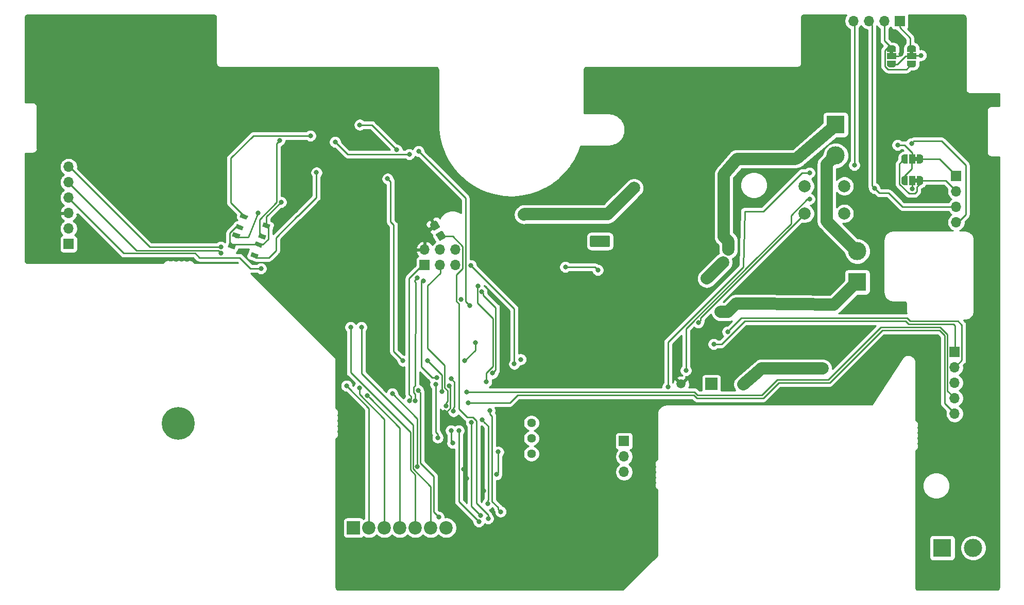
<source format=gbr>
G04 #@! TF.GenerationSoftware,KiCad,Pcbnew,(5.1.5-0-10_14)*
G04 #@! TF.CreationDate,2020-01-18T13:45:36+01:00*
G04 #@! TF.ProjectId,ErnoCCC,45726e6f-4343-4432-9e6b-696361645f70,rev?*
G04 #@! TF.SameCoordinates,Original*
G04 #@! TF.FileFunction,Copper,L2,Bot*
G04 #@! TF.FilePolarity,Positive*
%FSLAX46Y46*%
G04 Gerber Fmt 4.6, Leading zero omitted, Abs format (unit mm)*
G04 Created by KiCad (PCBNEW (5.1.5-0-10_14)) date 2020-01-18 13:45:36*
%MOMM*%
%LPD*%
G04 APERTURE LIST*
%ADD10C,0.050000*%
%ADD11O,1.700000X1.700000*%
%ADD12R,1.700000X1.700000*%
%ADD13C,1.440000*%
%ADD14C,2.200000*%
%ADD15R,2.200000X2.200000*%
%ADD16C,0.800000*%
%ADD17C,5.400000*%
%ADD18R,1.500000X1.000000*%
%ADD19R,1.000000X1.500000*%
%ADD20C,3.000000*%
%ADD21R,3.000000X3.000000*%
%ADD22C,0.500000*%
%ADD23C,1.500000*%
%ADD24R,2.000000X2.000000*%
%ADD25C,2.000000*%
%ADD26C,0.250000*%
%ADD27C,2.000000*%
%ADD28C,0.254000*%
G04 APERTURE END LIST*
D10*
G36*
X209250000Y-31739000D02*
G01*
X209250000Y-32239000D01*
X209850000Y-32239000D01*
X209850000Y-31739000D01*
X209250000Y-31739000D01*
G37*
G36*
X205948000Y-31739000D02*
G01*
X205948000Y-32239000D01*
X206548000Y-32239000D01*
X206548000Y-31739000D01*
X205948000Y-31739000D01*
G37*
G36*
X210577000Y-49230000D02*
G01*
X210077000Y-49230000D01*
X210077000Y-49830000D01*
X210577000Y-49830000D01*
X210577000Y-49230000D01*
G37*
G36*
X210577000Y-52786000D02*
G01*
X210077000Y-52786000D01*
X210077000Y-53386000D01*
X210577000Y-53386000D01*
X210577000Y-52786000D01*
G37*
D11*
X70993000Y-50825400D03*
X70993000Y-53365400D03*
X70993000Y-55905400D03*
X70993000Y-58445400D03*
X70993000Y-60985400D03*
D12*
X70993000Y-63525400D03*
D11*
X216636600Y-91440000D03*
X216636600Y-88900000D03*
X216636600Y-86360000D03*
X216636600Y-83820000D03*
D12*
X216636600Y-81280000D03*
D11*
X216890600Y-59944000D03*
X216890600Y-57404000D03*
X216890600Y-54864000D03*
D12*
X216890600Y-52324000D03*
G04 #@! TA.AperFunction,SMDPad,CuDef*
D10*
G36*
X102933032Y-63510325D02*
G01*
X102670807Y-64159353D01*
X101558186Y-63709825D01*
X101820411Y-63060797D01*
X102933032Y-63510325D01*
G37*
G04 #@! TD.AperFunction*
G04 #@! TA.AperFunction,SMDPad,CuDef*
G36*
X99224297Y-62011899D02*
G01*
X98962072Y-62660927D01*
X97849451Y-62211399D01*
X98111676Y-61562371D01*
X99224297Y-62011899D01*
G37*
G04 #@! TD.AperFunction*
G04 #@! TA.AperFunction,SMDPad,CuDef*
G36*
X98503629Y-63795615D02*
G01*
X98241404Y-64444643D01*
X97128783Y-63995115D01*
X97391008Y-63346087D01*
X98503629Y-63795615D01*
G37*
G04 #@! TD.AperFunction*
G04 #@! TA.AperFunction,SMDPad,CuDef*
G36*
X102212364Y-65294041D02*
G01*
X101950139Y-65943069D01*
X100837518Y-65493541D01*
X101099743Y-64844513D01*
X102212364Y-65294041D01*
G37*
G04 #@! TD.AperFunction*
G04 #@! TA.AperFunction,SMDPad,CuDef*
G36*
X98397968Y-60889675D02*
G01*
X98660193Y-60240647D01*
X99772814Y-60690175D01*
X99510589Y-61339203D01*
X98397968Y-60889675D01*
G37*
G04 #@! TD.AperFunction*
G04 #@! TA.AperFunction,SMDPad,CuDef*
G36*
X102106703Y-62388101D02*
G01*
X102368928Y-61739073D01*
X103481549Y-62188601D01*
X103219324Y-62837629D01*
X102106703Y-62388101D01*
G37*
G04 #@! TD.AperFunction*
G04 #@! TA.AperFunction,SMDPad,CuDef*
G36*
X102827371Y-60604385D02*
G01*
X103089596Y-59955357D01*
X104202217Y-60404885D01*
X103939992Y-61053913D01*
X102827371Y-60604385D01*
G37*
G04 #@! TD.AperFunction*
G04 #@! TA.AperFunction,SMDPad,CuDef*
G36*
X99118636Y-59105959D02*
G01*
X99380861Y-58456931D01*
X100493482Y-58906459D01*
X100231257Y-59555487D01*
X99118636Y-59105959D01*
G37*
G04 #@! TD.AperFunction*
D13*
X147066000Y-92964000D03*
X147066000Y-95504000D03*
X147066000Y-98044000D03*
D14*
X133078000Y-110236000D03*
X130538000Y-110236000D03*
X127998000Y-110236000D03*
X125458000Y-110236000D03*
X122918000Y-110236000D03*
X120378000Y-110236000D03*
D15*
X117838000Y-110236000D03*
D16*
X90440891Y-91609109D03*
X89009000Y-91016000D03*
X87577109Y-91609109D03*
X86984000Y-93041000D03*
X87577109Y-94472891D03*
X89009000Y-95066000D03*
X90440891Y-94472891D03*
X91034000Y-93041000D03*
D17*
X89009000Y-93041000D03*
G04 #@! TA.AperFunction,SMDPad,CuDef*
D10*
G36*
X208800000Y-31889000D02*
G01*
X208800000Y-31339000D01*
X208800602Y-31339000D01*
X208800602Y-31314466D01*
X208805412Y-31265635D01*
X208814984Y-31217510D01*
X208829228Y-31170555D01*
X208848005Y-31125222D01*
X208871136Y-31081949D01*
X208898396Y-31041150D01*
X208929524Y-31003221D01*
X208964221Y-30968524D01*
X209002150Y-30937396D01*
X209042949Y-30910136D01*
X209086222Y-30887005D01*
X209131555Y-30868228D01*
X209178510Y-30853984D01*
X209226635Y-30844412D01*
X209275466Y-30839602D01*
X209300000Y-30839602D01*
X209300000Y-30839000D01*
X209800000Y-30839000D01*
X209800000Y-30839602D01*
X209824534Y-30839602D01*
X209873365Y-30844412D01*
X209921490Y-30853984D01*
X209968445Y-30868228D01*
X210013778Y-30887005D01*
X210057051Y-30910136D01*
X210097850Y-30937396D01*
X210135779Y-30968524D01*
X210170476Y-31003221D01*
X210201604Y-31041150D01*
X210228864Y-31081949D01*
X210251995Y-31125222D01*
X210270772Y-31170555D01*
X210285016Y-31217510D01*
X210294588Y-31265635D01*
X210299398Y-31314466D01*
X210299398Y-31339000D01*
X210300000Y-31339000D01*
X210300000Y-31889000D01*
X208800000Y-31889000D01*
G37*
G04 #@! TD.AperFunction*
D18*
X209550000Y-32639000D03*
G04 #@! TA.AperFunction,SMDPad,CuDef*
D10*
G36*
X210299398Y-33939000D02*
G01*
X210299398Y-33963534D01*
X210294588Y-34012365D01*
X210285016Y-34060490D01*
X210270772Y-34107445D01*
X210251995Y-34152778D01*
X210228864Y-34196051D01*
X210201604Y-34236850D01*
X210170476Y-34274779D01*
X210135779Y-34309476D01*
X210097850Y-34340604D01*
X210057051Y-34367864D01*
X210013778Y-34390995D01*
X209968445Y-34409772D01*
X209921490Y-34424016D01*
X209873365Y-34433588D01*
X209824534Y-34438398D01*
X209800000Y-34438398D01*
X209800000Y-34439000D01*
X209300000Y-34439000D01*
X209300000Y-34438398D01*
X209275466Y-34438398D01*
X209226635Y-34433588D01*
X209178510Y-34424016D01*
X209131555Y-34409772D01*
X209086222Y-34390995D01*
X209042949Y-34367864D01*
X209002150Y-34340604D01*
X208964221Y-34309476D01*
X208929524Y-34274779D01*
X208898396Y-34236850D01*
X208871136Y-34196051D01*
X208848005Y-34152778D01*
X208829228Y-34107445D01*
X208814984Y-34060490D01*
X208805412Y-34012365D01*
X208800602Y-33963534D01*
X208800602Y-33939000D01*
X208800000Y-33939000D01*
X208800000Y-33389000D01*
X210300000Y-33389000D01*
X210300000Y-33939000D01*
X210299398Y-33939000D01*
G37*
G04 #@! TD.AperFunction*
G04 #@! TA.AperFunction,SMDPad,CuDef*
G36*
X205498000Y-31889000D02*
G01*
X205498000Y-31339000D01*
X205498602Y-31339000D01*
X205498602Y-31314466D01*
X205503412Y-31265635D01*
X205512984Y-31217510D01*
X205527228Y-31170555D01*
X205546005Y-31125222D01*
X205569136Y-31081949D01*
X205596396Y-31041150D01*
X205627524Y-31003221D01*
X205662221Y-30968524D01*
X205700150Y-30937396D01*
X205740949Y-30910136D01*
X205784222Y-30887005D01*
X205829555Y-30868228D01*
X205876510Y-30853984D01*
X205924635Y-30844412D01*
X205973466Y-30839602D01*
X205998000Y-30839602D01*
X205998000Y-30839000D01*
X206498000Y-30839000D01*
X206498000Y-30839602D01*
X206522534Y-30839602D01*
X206571365Y-30844412D01*
X206619490Y-30853984D01*
X206666445Y-30868228D01*
X206711778Y-30887005D01*
X206755051Y-30910136D01*
X206795850Y-30937396D01*
X206833779Y-30968524D01*
X206868476Y-31003221D01*
X206899604Y-31041150D01*
X206926864Y-31081949D01*
X206949995Y-31125222D01*
X206968772Y-31170555D01*
X206983016Y-31217510D01*
X206992588Y-31265635D01*
X206997398Y-31314466D01*
X206997398Y-31339000D01*
X206998000Y-31339000D01*
X206998000Y-31889000D01*
X205498000Y-31889000D01*
G37*
G04 #@! TD.AperFunction*
D18*
X206248000Y-32639000D03*
G04 #@! TA.AperFunction,SMDPad,CuDef*
D10*
G36*
X206997398Y-33939000D02*
G01*
X206997398Y-33963534D01*
X206992588Y-34012365D01*
X206983016Y-34060490D01*
X206968772Y-34107445D01*
X206949995Y-34152778D01*
X206926864Y-34196051D01*
X206899604Y-34236850D01*
X206868476Y-34274779D01*
X206833779Y-34309476D01*
X206795850Y-34340604D01*
X206755051Y-34367864D01*
X206711778Y-34390995D01*
X206666445Y-34409772D01*
X206619490Y-34424016D01*
X206571365Y-34433588D01*
X206522534Y-34438398D01*
X206498000Y-34438398D01*
X206498000Y-34439000D01*
X205998000Y-34439000D01*
X205998000Y-34438398D01*
X205973466Y-34438398D01*
X205924635Y-34433588D01*
X205876510Y-34424016D01*
X205829555Y-34409772D01*
X205784222Y-34390995D01*
X205740949Y-34367864D01*
X205700150Y-34340604D01*
X205662221Y-34309476D01*
X205627524Y-34274779D01*
X205596396Y-34236850D01*
X205569136Y-34196051D01*
X205546005Y-34152778D01*
X205527228Y-34107445D01*
X205512984Y-34060490D01*
X205503412Y-34012365D01*
X205498602Y-33963534D01*
X205498602Y-33939000D01*
X205498000Y-33939000D01*
X205498000Y-33389000D01*
X206998000Y-33389000D01*
X206998000Y-33939000D01*
X206997398Y-33939000D01*
G37*
G04 #@! TD.AperFunction*
G04 #@! TA.AperFunction,SMDPad,CuDef*
G36*
X210427000Y-48780000D02*
G01*
X210977000Y-48780000D01*
X210977000Y-48780602D01*
X211001534Y-48780602D01*
X211050365Y-48785412D01*
X211098490Y-48794984D01*
X211145445Y-48809228D01*
X211190778Y-48828005D01*
X211234051Y-48851136D01*
X211274850Y-48878396D01*
X211312779Y-48909524D01*
X211347476Y-48944221D01*
X211378604Y-48982150D01*
X211405864Y-49022949D01*
X211428995Y-49066222D01*
X211447772Y-49111555D01*
X211462016Y-49158510D01*
X211471588Y-49206635D01*
X211476398Y-49255466D01*
X211476398Y-49280000D01*
X211477000Y-49280000D01*
X211477000Y-49780000D01*
X211476398Y-49780000D01*
X211476398Y-49804534D01*
X211471588Y-49853365D01*
X211462016Y-49901490D01*
X211447772Y-49948445D01*
X211428995Y-49993778D01*
X211405864Y-50037051D01*
X211378604Y-50077850D01*
X211347476Y-50115779D01*
X211312779Y-50150476D01*
X211274850Y-50181604D01*
X211234051Y-50208864D01*
X211190778Y-50231995D01*
X211145445Y-50250772D01*
X211098490Y-50265016D01*
X211050365Y-50274588D01*
X211001534Y-50279398D01*
X210977000Y-50279398D01*
X210977000Y-50280000D01*
X210427000Y-50280000D01*
X210427000Y-48780000D01*
G37*
G04 #@! TD.AperFunction*
D19*
X209677000Y-49530000D03*
G04 #@! TA.AperFunction,SMDPad,CuDef*
D10*
G36*
X208377000Y-50279398D02*
G01*
X208352466Y-50279398D01*
X208303635Y-50274588D01*
X208255510Y-50265016D01*
X208208555Y-50250772D01*
X208163222Y-50231995D01*
X208119949Y-50208864D01*
X208079150Y-50181604D01*
X208041221Y-50150476D01*
X208006524Y-50115779D01*
X207975396Y-50077850D01*
X207948136Y-50037051D01*
X207925005Y-49993778D01*
X207906228Y-49948445D01*
X207891984Y-49901490D01*
X207882412Y-49853365D01*
X207877602Y-49804534D01*
X207877602Y-49780000D01*
X207877000Y-49780000D01*
X207877000Y-49280000D01*
X207877602Y-49280000D01*
X207877602Y-49255466D01*
X207882412Y-49206635D01*
X207891984Y-49158510D01*
X207906228Y-49111555D01*
X207925005Y-49066222D01*
X207948136Y-49022949D01*
X207975396Y-48982150D01*
X208006524Y-48944221D01*
X208041221Y-48909524D01*
X208079150Y-48878396D01*
X208119949Y-48851136D01*
X208163222Y-48828005D01*
X208208555Y-48809228D01*
X208255510Y-48794984D01*
X208303635Y-48785412D01*
X208352466Y-48780602D01*
X208377000Y-48780602D01*
X208377000Y-48780000D01*
X208927000Y-48780000D01*
X208927000Y-50280000D01*
X208377000Y-50280000D01*
X208377000Y-50279398D01*
G37*
G04 #@! TD.AperFunction*
G04 #@! TA.AperFunction,SMDPad,CuDef*
G36*
X210427000Y-52336000D02*
G01*
X210977000Y-52336000D01*
X210977000Y-52336602D01*
X211001534Y-52336602D01*
X211050365Y-52341412D01*
X211098490Y-52350984D01*
X211145445Y-52365228D01*
X211190778Y-52384005D01*
X211234051Y-52407136D01*
X211274850Y-52434396D01*
X211312779Y-52465524D01*
X211347476Y-52500221D01*
X211378604Y-52538150D01*
X211405864Y-52578949D01*
X211428995Y-52622222D01*
X211447772Y-52667555D01*
X211462016Y-52714510D01*
X211471588Y-52762635D01*
X211476398Y-52811466D01*
X211476398Y-52836000D01*
X211477000Y-52836000D01*
X211477000Y-53336000D01*
X211476398Y-53336000D01*
X211476398Y-53360534D01*
X211471588Y-53409365D01*
X211462016Y-53457490D01*
X211447772Y-53504445D01*
X211428995Y-53549778D01*
X211405864Y-53593051D01*
X211378604Y-53633850D01*
X211347476Y-53671779D01*
X211312779Y-53706476D01*
X211274850Y-53737604D01*
X211234051Y-53764864D01*
X211190778Y-53787995D01*
X211145445Y-53806772D01*
X211098490Y-53821016D01*
X211050365Y-53830588D01*
X211001534Y-53835398D01*
X210977000Y-53835398D01*
X210977000Y-53836000D01*
X210427000Y-53836000D01*
X210427000Y-52336000D01*
G37*
G04 #@! TD.AperFunction*
D19*
X209677000Y-53086000D03*
G04 #@! TA.AperFunction,SMDPad,CuDef*
D10*
G36*
X208377000Y-53835398D02*
G01*
X208352466Y-53835398D01*
X208303635Y-53830588D01*
X208255510Y-53821016D01*
X208208555Y-53806772D01*
X208163222Y-53787995D01*
X208119949Y-53764864D01*
X208079150Y-53737604D01*
X208041221Y-53706476D01*
X208006524Y-53671779D01*
X207975396Y-53633850D01*
X207948136Y-53593051D01*
X207925005Y-53549778D01*
X207906228Y-53504445D01*
X207891984Y-53457490D01*
X207882412Y-53409365D01*
X207877602Y-53360534D01*
X207877602Y-53336000D01*
X207877000Y-53336000D01*
X207877000Y-52836000D01*
X207877602Y-52836000D01*
X207877602Y-52811466D01*
X207882412Y-52762635D01*
X207891984Y-52714510D01*
X207906228Y-52667555D01*
X207925005Y-52622222D01*
X207948136Y-52578949D01*
X207975396Y-52538150D01*
X208006524Y-52500221D01*
X208041221Y-52465524D01*
X208079150Y-52434396D01*
X208119949Y-52407136D01*
X208163222Y-52384005D01*
X208208555Y-52365228D01*
X208255510Y-52350984D01*
X208303635Y-52341412D01*
X208352466Y-52336602D01*
X208377000Y-52336602D01*
X208377000Y-52336000D01*
X208927000Y-52336000D01*
X208927000Y-53836000D01*
X208377000Y-53836000D01*
X208377000Y-53835398D01*
G37*
G04 #@! TD.AperFunction*
G04 #@! TA.AperFunction,SMDPad,CuDef*
G36*
X131374261Y-59700751D02*
G01*
X131398634Y-59703555D01*
X131422615Y-59708735D01*
X131445972Y-59716240D01*
X131468482Y-59725998D01*
X131489927Y-59737915D01*
X131510100Y-59751878D01*
X131528808Y-59767750D01*
X131545870Y-59785380D01*
X131561122Y-59804597D01*
X131574416Y-59825216D01*
X131986916Y-60539686D01*
X131998126Y-60561509D01*
X132007142Y-60584326D01*
X132013879Y-60607917D01*
X132018271Y-60632054D01*
X132020276Y-60656506D01*
X132019875Y-60681037D01*
X132017071Y-60705410D01*
X132011891Y-60729391D01*
X132004387Y-60752748D01*
X131994628Y-60775258D01*
X131982711Y-60796703D01*
X131968748Y-60816876D01*
X131952876Y-60835584D01*
X131935247Y-60852646D01*
X131916030Y-60867898D01*
X131895410Y-60881192D01*
X131202590Y-61281192D01*
X131180767Y-61292402D01*
X131157950Y-61301419D01*
X131134359Y-61308155D01*
X131110222Y-61312547D01*
X131085770Y-61314552D01*
X131061239Y-61314151D01*
X131036866Y-61311347D01*
X131012885Y-61306167D01*
X130989528Y-61298662D01*
X130967018Y-61288904D01*
X130945573Y-61276987D01*
X130925400Y-61263024D01*
X130906692Y-61247152D01*
X130889630Y-61229522D01*
X130874378Y-61210305D01*
X130861084Y-61189686D01*
X130448584Y-60475216D01*
X130437374Y-60453393D01*
X130428358Y-60430576D01*
X130421621Y-60406985D01*
X130417229Y-60382848D01*
X130415224Y-60358396D01*
X130415625Y-60333865D01*
X130418429Y-60309492D01*
X130423609Y-60285511D01*
X130431113Y-60262154D01*
X130440872Y-60239644D01*
X130452789Y-60218199D01*
X130466752Y-60198026D01*
X130482624Y-60179318D01*
X130500253Y-60162256D01*
X130519470Y-60147004D01*
X130540090Y-60133710D01*
X131232910Y-59733710D01*
X131254733Y-59722500D01*
X131277550Y-59713483D01*
X131301141Y-59706747D01*
X131325278Y-59702355D01*
X131349730Y-59700350D01*
X131374261Y-59700751D01*
G37*
G04 #@! TD.AperFunction*
G04 #@! TA.AperFunction,SMDPad,CuDef*
G36*
X132336761Y-61367849D02*
G01*
X132361134Y-61370653D01*
X132385115Y-61375833D01*
X132408472Y-61383338D01*
X132430982Y-61393096D01*
X132452427Y-61405013D01*
X132472600Y-61418976D01*
X132491308Y-61434848D01*
X132508370Y-61452478D01*
X132523622Y-61471695D01*
X132536916Y-61492314D01*
X132949416Y-62206784D01*
X132960626Y-62228607D01*
X132969642Y-62251424D01*
X132976379Y-62275015D01*
X132980771Y-62299152D01*
X132982776Y-62323604D01*
X132982375Y-62348135D01*
X132979571Y-62372508D01*
X132974391Y-62396489D01*
X132966887Y-62419846D01*
X132957128Y-62442356D01*
X132945211Y-62463801D01*
X132931248Y-62483974D01*
X132915376Y-62502682D01*
X132897747Y-62519744D01*
X132878530Y-62534996D01*
X132857910Y-62548290D01*
X132165090Y-62948290D01*
X132143267Y-62959500D01*
X132120450Y-62968517D01*
X132096859Y-62975253D01*
X132072722Y-62979645D01*
X132048270Y-62981650D01*
X132023739Y-62981249D01*
X131999366Y-62978445D01*
X131975385Y-62973265D01*
X131952028Y-62965760D01*
X131929518Y-62956002D01*
X131908073Y-62944085D01*
X131887900Y-62930122D01*
X131869192Y-62914250D01*
X131852130Y-62896620D01*
X131836878Y-62877403D01*
X131823584Y-62856784D01*
X131411084Y-62142314D01*
X131399874Y-62120491D01*
X131390858Y-62097674D01*
X131384121Y-62074083D01*
X131379729Y-62049946D01*
X131377724Y-62025494D01*
X131378125Y-62000963D01*
X131380929Y-61976590D01*
X131386109Y-61952609D01*
X131393613Y-61929252D01*
X131403372Y-61906742D01*
X131415289Y-61885297D01*
X131429252Y-61865124D01*
X131445124Y-61846416D01*
X131462753Y-61829354D01*
X131481970Y-61814102D01*
X131502590Y-61800808D01*
X132195410Y-61400808D01*
X132217233Y-61389598D01*
X132240050Y-61380581D01*
X132263641Y-61373845D01*
X132287778Y-61369453D01*
X132312230Y-61367448D01*
X132336761Y-61367849D01*
G37*
G04 #@! TD.AperFunction*
D20*
X197086000Y-48972000D03*
D21*
X197086000Y-43892000D03*
D12*
X162288000Y-95962000D03*
D11*
X162288000Y-98502000D03*
X162288000Y-101042000D03*
D20*
X219692000Y-113538000D03*
D21*
X214612000Y-113538000D03*
G04 #@! TA.AperFunction,Conductor*
D10*
G36*
X159775504Y-62120204D02*
G01*
X159799773Y-62123804D01*
X159823571Y-62129765D01*
X159846671Y-62138030D01*
X159868849Y-62148520D01*
X159889893Y-62161133D01*
X159909598Y-62175747D01*
X159927777Y-62192223D01*
X159944253Y-62210402D01*
X159958867Y-62230107D01*
X159971480Y-62251151D01*
X159981970Y-62273329D01*
X159990235Y-62296429D01*
X159996196Y-62320227D01*
X159999796Y-62344496D01*
X160001000Y-62369000D01*
X160001000Y-63769000D01*
X159999796Y-63793504D01*
X159996196Y-63817773D01*
X159990235Y-63841571D01*
X159981970Y-63864671D01*
X159971480Y-63886849D01*
X159958867Y-63907893D01*
X159944253Y-63927598D01*
X159927777Y-63945777D01*
X159909598Y-63962253D01*
X159889893Y-63976867D01*
X159868849Y-63989480D01*
X159846671Y-63999970D01*
X159823571Y-64008235D01*
X159799773Y-64014196D01*
X159775504Y-64017796D01*
X159751000Y-64019000D01*
X156951000Y-64019000D01*
X156926496Y-64017796D01*
X156902227Y-64014196D01*
X156878429Y-64008235D01*
X156855329Y-63999970D01*
X156833151Y-63989480D01*
X156812107Y-63976867D01*
X156792402Y-63962253D01*
X156774223Y-63945777D01*
X156757747Y-63927598D01*
X156743133Y-63907893D01*
X156730520Y-63886849D01*
X156720030Y-63864671D01*
X156711765Y-63841571D01*
X156705804Y-63817773D01*
X156702204Y-63793504D01*
X156701000Y-63769000D01*
X156701000Y-62369000D01*
X156702204Y-62344496D01*
X156705804Y-62320227D01*
X156711765Y-62296429D01*
X156720030Y-62273329D01*
X156730520Y-62251151D01*
X156743133Y-62230107D01*
X156757747Y-62210402D01*
X156774223Y-62192223D01*
X156792402Y-62175747D01*
X156812107Y-62161133D01*
X156833151Y-62148520D01*
X156855329Y-62138030D01*
X156878429Y-62129765D01*
X156902227Y-62123804D01*
X156926496Y-62120204D01*
X156951000Y-62119000D01*
X159751000Y-62119000D01*
X159775504Y-62120204D01*
G37*
G04 #@! TD.AperFunction*
D22*
X159751000Y-62369000D03*
X159751000Y-63769000D03*
X158351000Y-62369000D03*
X158351000Y-63769000D03*
X156951000Y-62369000D03*
X156951000Y-63769000D03*
D20*
X200642000Y-64720000D03*
D21*
X200642000Y-69800000D03*
D23*
X181846000Y-86564000D03*
D24*
X176639000Y-86564000D03*
D23*
X171686000Y-86564000D03*
D12*
X207600000Y-26800000D03*
D11*
X205060000Y-26800000D03*
X202520000Y-26800000D03*
X199980000Y-26800000D03*
D12*
X129522000Y-67006000D03*
D11*
X129522000Y-64466000D03*
X132062000Y-67006000D03*
X132062000Y-64466000D03*
X134602000Y-67006000D03*
X134602000Y-64466000D03*
D25*
X192006000Y-53997000D03*
X192006000Y-58497000D03*
X198506000Y-53997000D03*
X198506000Y-58497000D03*
D16*
X133858000Y-94234000D03*
X134112000Y-96266000D03*
X114790000Y-50242000D03*
X117330000Y-54814000D03*
X117330000Y-59386000D03*
X118346000Y-45162000D03*
X133552839Y-86851161D03*
X113266000Y-43919989D03*
X117330000Y-38100000D03*
X132753422Y-91165840D03*
X146286000Y-86142990D03*
X141997340Y-86593340D03*
X176530000Y-81788000D03*
X207772000Y-32258000D03*
X209677000Y-54483000D03*
X139228990Y-104140000D03*
X132588000Y-94488000D03*
X136398000Y-102108000D03*
X135890000Y-100584000D03*
X207010000Y-54610000D03*
X135128000Y-94234000D03*
X138430000Y-109220000D03*
X138684000Y-108204000D03*
X137196990Y-92883205D03*
X139902544Y-106245988D03*
X138942660Y-92451340D03*
X140208000Y-90932000D03*
X142007414Y-107584773D03*
X128445511Y-87624416D03*
X131826000Y-108458000D03*
X116686009Y-86868000D03*
X102108000Y-58420000D03*
X105664000Y-46482000D03*
X111742000Y-51766000D03*
X110744000Y-45720000D03*
X209550000Y-46990000D03*
X169500277Y-87044020D03*
X192786000Y-51816000D03*
X200152000Y-50546000D03*
X203454000Y-54356000D03*
X172466000Y-84328000D03*
X192786000Y-56134000D03*
X144254000Y-83262000D03*
X137123010Y-67039567D03*
X118854000Y-43919989D03*
X124950000Y-48042990D03*
X141622051Y-97748221D03*
X141321012Y-101433904D03*
X131318000Y-86614000D03*
X131667741Y-95397418D03*
X96012000Y-65024000D03*
X138311611Y-70441319D03*
X139669290Y-86192298D03*
X140698000Y-84786000D03*
X140698000Y-84786000D03*
X102616000Y-67564000D03*
X138903974Y-71374000D03*
X133012495Y-90199969D03*
X126997987Y-89358000D03*
X127998000Y-89358000D03*
X128270000Y-69088000D03*
X114808000Y-46736000D03*
X127000000Y-48768000D03*
X133876990Y-85700000D03*
X134266339Y-91043919D03*
X211094703Y-32484800D03*
X135502002Y-72631138D03*
X105918000Y-56642000D03*
X157988000Y-67818000D03*
X152654000Y-67310000D03*
X207264000Y-47244000D03*
X96012000Y-64008000D03*
X118804530Y-87189470D03*
X120074529Y-88459471D03*
X117348000Y-77216000D03*
X136126000Y-82754000D03*
X174495232Y-76466087D03*
X137881989Y-79756000D03*
X131492664Y-85539640D03*
X129286000Y-69596000D03*
D25*
X194927000Y-84024000D03*
X159621000Y-58624000D03*
X161832118Y-56390118D03*
X163939000Y-54306000D03*
X145800000Y-58700000D03*
X184132000Y-73356000D03*
X180703000Y-73356000D03*
X178180254Y-74690270D03*
X179433000Y-64466000D03*
X175904944Y-69192944D03*
X178571944Y-66525944D03*
D16*
X139954000Y-108712000D03*
X136652000Y-89662000D03*
X136906000Y-73660000D03*
X128524000Y-48260000D03*
X179319340Y-77973340D03*
X125966000Y-82754000D03*
X123426000Y-52782000D03*
X130030000Y-82754000D03*
X132348330Y-87830127D03*
X145311573Y-82521897D03*
X177038000Y-80010000D03*
X119126000Y-77216000D03*
X124206000Y-88138000D03*
X128344026Y-100159345D03*
X136398000Y-87884000D03*
D26*
X133858000Y-96012000D02*
X134112000Y-96266000D01*
X133858000Y-94234000D02*
X133858000Y-96012000D01*
X129522000Y-64466000D02*
X129522000Y-61545000D01*
X129522000Y-61545000D02*
X130225000Y-61545000D01*
X130225000Y-61545000D02*
X131191000Y-60579000D01*
X133737497Y-87035819D02*
X133737497Y-90547971D01*
X133737497Y-90547971D02*
X133119628Y-91165840D01*
X133552839Y-86851161D02*
X133737497Y-87035819D01*
X133119628Y-91165840D02*
X132753422Y-91165840D01*
X171754000Y-86564000D02*
X171686000Y-86564000D01*
X176530000Y-81788000D02*
X171754000Y-86564000D01*
X207391000Y-32639000D02*
X207772000Y-32258000D01*
X206248000Y-32639000D02*
X207391000Y-32639000D01*
X209677000Y-53086000D02*
X209677000Y-54483000D01*
X136398000Y-102108000D02*
X136398000Y-101092000D01*
X136398000Y-101092000D02*
X135890000Y-100584000D01*
X135128000Y-94234000D02*
X135128000Y-105918000D01*
X135128000Y-105918000D02*
X138430000Y-109220000D01*
X137196990Y-93448890D02*
X137196990Y-92883205D01*
X137196990Y-106716990D02*
X137196990Y-93448890D01*
X138684000Y-108204000D02*
X137196990Y-106716990D01*
X139902544Y-105680303D02*
X139954000Y-105628847D01*
X139954000Y-105628847D02*
X139954000Y-93462680D01*
X139342659Y-92851339D02*
X138942660Y-92451340D01*
X139954000Y-93462680D02*
X139342659Y-92851339D01*
X139902544Y-106245988D02*
X139902544Y-105680303D01*
X140596010Y-91885695D02*
X140596010Y-101780078D01*
X140208000Y-91497685D02*
X140596010Y-91885695D01*
X141607415Y-107184774D02*
X142007414Y-107584773D01*
X140596010Y-101780078D02*
X140607999Y-101792067D01*
X140208000Y-90932000D02*
X140208000Y-91497685D01*
X141607415Y-106877855D02*
X141607415Y-107184774D01*
X140607999Y-101792067D02*
X140607999Y-105878439D01*
X140607999Y-105878439D02*
X141607415Y-106877855D01*
X130988010Y-101730327D02*
X130988010Y-107620010D01*
X128845510Y-99587827D02*
X130988010Y-101730327D01*
X128845510Y-88024415D02*
X128845510Y-99587827D01*
X128445511Y-87624416D02*
X128845510Y-88024415D01*
X130988010Y-107620010D02*
X131826000Y-108458000D01*
X120378000Y-90559991D02*
X117086008Y-87267999D01*
X117086008Y-87267999D02*
X116686009Y-86868000D01*
X120378000Y-110236000D02*
X120378000Y-90559991D01*
X100566000Y-62434000D02*
X102108000Y-58420000D01*
X99260140Y-62408603D02*
X100566000Y-62434000D01*
X98451239Y-62408603D02*
X99260140Y-62408603D01*
X105192998Y-46953002D02*
X105192998Y-56617610D01*
X105664000Y-46482000D02*
X105192998Y-46953002D01*
X102358632Y-61718632D02*
X102870000Y-62230000D01*
X105192998Y-56617610D02*
X102358632Y-59527846D01*
X102358632Y-59527846D02*
X102358632Y-61718632D01*
X105105661Y-62466339D02*
X108694000Y-58878000D01*
X103908925Y-65761397D02*
X105105661Y-64564661D01*
X105105661Y-64564661D02*
X105105661Y-62466339D01*
X108694000Y-58878000D02*
X108694000Y-58910000D01*
X111742000Y-55862000D02*
X111742000Y-51766000D01*
X108694000Y-58910000D02*
X111742000Y-55862000D01*
X103908925Y-65761397D02*
X101829397Y-65761397D01*
X101829397Y-65761397D02*
X101600000Y-65532000D01*
X97663000Y-56769000D02*
X99822000Y-58928000D01*
X97663000Y-52324000D02*
X97663000Y-56261000D01*
X97663000Y-56261000D02*
X97663000Y-56769000D01*
X97663000Y-52324000D02*
X97663000Y-49403000D01*
X101346000Y-45720000D02*
X110744000Y-45720000D01*
X97663000Y-49403000D02*
X101346000Y-45720000D01*
X209550000Y-46990000D02*
X209949999Y-46590001D01*
X209949999Y-46590001D02*
X212483003Y-46590001D01*
X212483003Y-46590001D02*
X214484001Y-46590001D01*
X214484001Y-46590001D02*
X218440000Y-50546000D01*
X218440000Y-50546000D02*
X218440000Y-58674000D01*
X218440000Y-58674000D02*
X216916000Y-60198000D01*
X169500277Y-86478335D02*
X169500277Y-87044020D01*
X169500277Y-79672313D02*
X169500277Y-86478335D01*
X181864000Y-67308590D02*
X169500277Y-79672313D01*
X182118000Y-58166000D02*
X181864000Y-67308590D01*
X182118000Y-58166000D02*
X185166000Y-58166000D01*
X191516000Y-51816000D02*
X192786000Y-51816000D01*
X185166000Y-58166000D02*
X191516000Y-51816000D01*
X200152000Y-50546000D02*
X200152000Y-26924000D01*
X200152000Y-26924000D02*
X199898000Y-26670000D01*
X199898000Y-26670000D02*
X199898000Y-26924000D01*
X203454000Y-54229000D02*
X203454000Y-54356000D01*
X203054001Y-53956001D02*
X203054001Y-27540001D01*
X203454000Y-54356000D02*
X203054001Y-53956001D01*
X203054001Y-27540001D02*
X202438000Y-26924000D01*
X183537984Y-66398016D02*
X172466000Y-77470000D01*
X172466000Y-77470000D02*
X172466000Y-84328000D01*
X183537984Y-66398016D02*
X189738000Y-60198000D01*
X192407998Y-56134000D02*
X192786000Y-56134000D01*
X189738000Y-58803998D02*
X192407998Y-56134000D01*
X189738000Y-60198000D02*
X189738000Y-58803998D01*
X204251131Y-55153131D02*
X205775131Y-55153131D01*
X203454000Y-54356000D02*
X204251131Y-55153131D01*
X205775131Y-55153131D02*
X208026000Y-57404000D01*
X208026000Y-57404000D02*
X216916000Y-57404000D01*
X144254000Y-74170557D02*
X137523009Y-67439566D01*
X137523009Y-67439566D02*
X137123010Y-67039567D01*
X144254000Y-83262000D02*
X144254000Y-74170557D01*
X120826999Y-43919989D02*
X124950000Y-48042990D01*
X118854000Y-43919989D02*
X120826999Y-43919989D01*
X141622051Y-97748221D02*
X141622051Y-101132865D01*
X141622051Y-101132865D02*
X141321012Y-101433904D01*
X131318000Y-86614000D02*
X131318000Y-94481992D01*
X131667741Y-94831733D02*
X131667741Y-95397418D01*
X131318000Y-94481992D02*
X131667741Y-94831733D01*
X95598988Y-64610988D02*
X84422988Y-64610988D01*
X96012000Y-65024000D02*
X95598988Y-64610988D01*
X139669290Y-84741708D02*
X139669290Y-85626613D01*
X138178968Y-73234700D02*
X140757001Y-75812733D01*
X139669290Y-85626613D02*
X139669290Y-86192298D01*
X140757001Y-75812733D02*
X140757001Y-83653997D01*
X138178968Y-70573962D02*
X138178968Y-73234700D01*
X140757001Y-83653997D02*
X139669290Y-84741708D01*
X138311611Y-70441319D02*
X138178968Y-70573962D01*
X84422988Y-64610988D02*
X82136988Y-64610988D01*
X82136988Y-64610988D02*
X70866000Y-53340000D01*
X102616000Y-67564000D02*
X102870000Y-67564000D01*
X139178979Y-71649005D02*
X138903974Y-71374000D01*
X141207012Y-73977059D02*
X139178979Y-71949026D01*
X141207012Y-84276988D02*
X141207012Y-73977059D01*
X139178979Y-71949026D02*
X139178979Y-71649005D01*
X140698000Y-84786000D02*
X141207012Y-84276988D01*
X100874999Y-67564000D02*
X99060000Y-65749001D01*
X99060000Y-65749001D02*
X92476003Y-65749001D01*
X102616000Y-67564000D02*
X100874999Y-67564000D01*
X92476003Y-65749001D02*
X91788001Y-65060999D01*
X91788001Y-65060999D02*
X82332999Y-65060999D01*
X82332999Y-65060999D02*
X80046999Y-65060999D01*
X80046999Y-65060999D02*
X70866000Y-55880000D01*
X133260989Y-87632315D02*
X133260989Y-89385790D01*
X132827837Y-87199163D02*
X133260989Y-87632315D01*
X132080000Y-67056000D02*
X132080000Y-68287103D01*
X132827837Y-83519837D02*
X132827837Y-87199163D01*
X132080000Y-68287103D02*
X130030000Y-70337103D01*
X130030000Y-70337103D02*
X130030000Y-80722000D01*
X133012495Y-89634284D02*
X133012495Y-90199969D01*
X133260989Y-89385790D02*
X133012495Y-89634284D01*
X130030000Y-80722000D02*
X132827837Y-83519837D01*
X129359000Y-66802000D02*
X129540000Y-66802000D01*
X126982000Y-88284315D02*
X126982000Y-69179000D01*
X126982000Y-69179000D02*
X129359000Y-66802000D01*
X127272999Y-88575314D02*
X126982000Y-88284315D01*
X127272999Y-89082988D02*
X127272999Y-88575314D01*
X126997987Y-89358000D02*
X127272999Y-89082988D01*
X127870001Y-69487999D02*
X127870001Y-69704001D01*
X128016000Y-69850000D02*
X127998000Y-69850000D01*
X127870001Y-69704001D02*
X128016000Y-69850000D01*
X128270000Y-69088000D02*
X127870001Y-69487999D01*
X127998000Y-88249907D02*
X127720510Y-87972417D01*
X127720510Y-87100887D02*
X128000340Y-86821057D01*
X127998000Y-89358000D02*
X127998000Y-88249907D01*
X127720510Y-87972417D02*
X127720510Y-87100887D01*
X128000340Y-86821057D02*
X128016000Y-69850000D01*
X116840000Y-48768000D02*
X127000000Y-48768000D01*
X114808000Y-46736000D02*
X116840000Y-48768000D01*
X133876990Y-85700000D02*
X134440006Y-86263016D01*
X134266339Y-91279663D02*
X134266339Y-91043919D01*
X134440006Y-86263016D02*
X134440006Y-90304567D01*
X134440006Y-90304567D02*
X134266339Y-90478234D01*
X134266339Y-90478234D02*
X134266339Y-91043919D01*
X209704200Y-32484800D02*
X209550000Y-32639000D01*
X211094703Y-32484800D02*
X209704200Y-32484800D01*
X207250000Y-33939000D02*
X206995592Y-33939000D01*
X208550000Y-32639000D02*
X207250000Y-33939000D01*
X206995592Y-33939000D02*
X206248000Y-33939000D01*
X209550000Y-32639000D02*
X208550000Y-32639000D01*
X97524441Y-61689971D02*
X98508412Y-60706000D01*
X97524441Y-63226114D02*
X97524441Y-61689971D01*
X97816206Y-63517879D02*
X97524441Y-63226114D01*
X97816206Y-63895365D02*
X97816206Y-63517879D01*
X98508412Y-60706000D02*
X99060000Y-60706000D01*
X103806559Y-62710029D02*
X103806559Y-60880559D01*
X102906513Y-63610075D02*
X103806559Y-62710029D01*
X102245609Y-63610075D02*
X102906513Y-63610075D01*
X103806559Y-60880559D02*
X103378000Y-60452000D01*
X98085066Y-63626505D02*
X101981495Y-63626505D01*
X97816206Y-63895365D02*
X98085066Y-63626505D01*
X101981495Y-63626505D02*
X102108000Y-63500000D01*
X103514794Y-59045206D02*
X105918000Y-56642000D01*
X103514794Y-60504635D02*
X103514794Y-59045206D01*
X157480000Y-67310000D02*
X152654000Y-67310000D01*
X157988000Y-67818000D02*
X157480000Y-67310000D01*
X208377000Y-52338408D02*
X209550000Y-51165408D01*
X208377000Y-53086000D02*
X208377000Y-52338408D01*
X209550000Y-51165408D02*
X209550000Y-49784000D01*
X208391000Y-47244000D02*
X207264000Y-47244000D01*
X209677000Y-48530000D02*
X208391000Y-47244000D01*
X209677000Y-49530000D02*
X209677000Y-48530000D01*
X96012000Y-64008000D02*
X85344000Y-64008000D01*
X85344000Y-64008000D02*
X84328000Y-64008000D01*
X84328000Y-64008000D02*
X71120000Y-50800000D01*
X118804530Y-87755155D02*
X118804530Y-87189470D01*
X122918000Y-110236000D02*
X122918000Y-92375944D01*
X122918000Y-92375944D02*
X118804530Y-88262474D01*
X118804530Y-88262474D02*
X118804530Y-87755155D01*
X125458000Y-93842942D02*
X120474528Y-88859470D01*
X120474528Y-88859470D02*
X120074529Y-88459471D01*
X125458000Y-110236000D02*
X125458000Y-93842942D01*
X117348000Y-77781685D02*
X117348000Y-77216000D01*
X117348000Y-84707620D02*
X117348000Y-77781685D01*
X127998000Y-110236000D02*
X127998000Y-101522734D01*
X127998000Y-101522734D02*
X127169013Y-100693747D01*
X127169013Y-100693747D02*
X127169013Y-94528633D01*
X127169013Y-94528633D02*
X117348000Y-84707620D01*
X174895231Y-75677179D02*
X174895231Y-76066088D01*
X192006000Y-58565000D02*
X192006000Y-58566410D01*
X192006000Y-58566410D02*
X174895231Y-75677179D01*
X174895231Y-76066088D02*
X174495232Y-76466087D01*
X137881989Y-80998011D02*
X136126000Y-82754000D01*
X137881989Y-79756000D02*
X137881989Y-80998011D01*
X129014000Y-83770000D02*
X129014000Y-69596000D01*
X130783640Y-85539640D02*
X129014000Y-83770000D01*
X131492664Y-85539640D02*
X130783640Y-85539640D01*
X129014000Y-69596000D02*
X129286000Y-69596000D01*
D27*
X184386000Y-84532000D02*
X181864000Y-86614000D01*
X184894000Y-84024000D02*
X184386000Y-84532000D01*
X194927000Y-84024000D02*
X184894000Y-84024000D01*
X155430000Y-58624000D02*
X159621000Y-58624000D01*
X159621000Y-58624000D02*
X163939000Y-54306000D01*
X155430000Y-58624000D02*
X145876000Y-58624000D01*
X145876000Y-58624000D02*
X145800000Y-58700000D01*
X182717787Y-73356000D02*
X184132000Y-73356000D01*
X180703000Y-73356000D02*
X182717787Y-73356000D01*
X184132000Y-73356000D02*
X196705000Y-73483000D01*
X196705000Y-73483000D02*
X196832000Y-73483000D01*
X196832000Y-73483000D02*
X200388000Y-69927000D01*
X179368730Y-74690270D02*
X178180254Y-74690270D01*
X180703000Y-73356000D02*
X179368730Y-74690270D01*
X195586001Y-59791001D02*
X200642000Y-64847000D01*
X195580000Y-51816000D02*
X195586001Y-59791001D01*
X195580000Y-51816000D02*
X195580000Y-50419000D01*
X195580000Y-50419000D02*
X197104000Y-48895000D01*
X178571944Y-66525944D02*
X175904944Y-69192944D01*
X190373000Y-49530000D02*
X190754000Y-49403000D01*
X179433000Y-63051787D02*
X178687999Y-62306786D01*
X180848000Y-49530000D02*
X190373000Y-49530000D01*
X178687999Y-62306786D02*
X178687999Y-52099999D01*
X178687999Y-52099999D02*
X180848000Y-49530000D01*
X190754000Y-49403000D02*
X197104000Y-43942000D01*
X179433000Y-64466000D02*
X179433000Y-63051787D01*
D26*
X135777001Y-67570001D02*
X135777001Y-63901999D01*
X134105002Y-62230000D02*
X132334000Y-62230000D01*
X136477213Y-92027213D02*
X135128000Y-90678000D01*
X139954000Y-108146315D02*
X138023023Y-106215338D01*
X138023023Y-106215338D02*
X138023023Y-92636236D01*
X138023023Y-92636236D02*
X137414000Y-92027213D01*
X135128000Y-90678000D02*
X135128000Y-73330138D01*
X135128000Y-73330138D02*
X134777001Y-72979139D01*
X134777001Y-72979139D02*
X134777001Y-68570001D01*
X134777001Y-68570001D02*
X135777001Y-67570001D01*
X137414000Y-92027213D02*
X136477213Y-92027213D01*
X135777001Y-63901999D02*
X134105002Y-62230000D01*
X139954000Y-108712000D02*
X139954000Y-108146315D01*
X136652000Y-89662000D02*
X143256000Y-89662000D01*
X143256000Y-89662000D02*
X143510000Y-89662000D01*
X143510000Y-89662000D02*
X144780000Y-88392000D01*
X144780000Y-88392000D02*
X173736000Y-88392000D01*
X173736000Y-88392000D02*
X174244000Y-88900000D01*
X174244000Y-88900000D02*
X185166000Y-88900000D01*
X185166000Y-88900000D02*
X187706000Y-86360000D01*
X187706000Y-86360000D02*
X196088000Y-86360000D01*
X196088000Y-86360000D02*
X204724000Y-77724000D01*
X204724000Y-77724000D02*
X214122000Y-77724000D01*
X214122000Y-77724000D02*
X215011588Y-78613588D01*
X215011588Y-78613588D02*
X215011588Y-89789588D01*
X215011588Y-89789588D02*
X216662000Y-91440000D01*
X216636600Y-91440000D02*
X216662000Y-91440000D01*
X136227012Y-72981012D02*
X136227012Y-55963012D01*
X136906000Y-73660000D02*
X136227012Y-72981012D01*
X136227012Y-55963012D02*
X128524000Y-48260000D01*
X217811601Y-82670399D02*
X217811601Y-76841601D01*
X217170000Y-76200000D02*
X209296000Y-76200000D01*
X181600680Y-75692000D02*
X179719339Y-77573341D01*
X179719339Y-77573341D02*
X179319340Y-77973340D01*
X216662000Y-83820000D02*
X217811601Y-82670399D01*
X209296000Y-76200000D02*
X208788000Y-75692000D01*
X217811601Y-76841601D02*
X217170000Y-76200000D01*
X208788000Y-75692000D02*
X181600680Y-75692000D01*
X130030000Y-82754000D02*
X132348330Y-85072330D01*
X132348330Y-85072330D02*
X132348330Y-87830127D01*
X123934000Y-59894000D02*
X123934000Y-53290000D01*
X124442000Y-81230000D02*
X124442000Y-60402000D01*
X123934000Y-53290000D02*
X123426000Y-52782000D01*
X125966000Y-82754000D02*
X124442000Y-81230000D01*
X123934000Y-59894000D02*
X124442000Y-60402000D01*
X177038000Y-80010000D02*
X178308000Y-80010000D01*
X178308000Y-80010000D02*
X182118000Y-76200000D01*
X182118000Y-76200000D02*
X208534000Y-76200000D01*
X208534000Y-76200000D02*
X209042000Y-76708000D01*
X209042000Y-76708000D02*
X216408000Y-76708000D01*
X216408000Y-76708000D02*
X216662000Y-76962000D01*
X216662000Y-76962000D02*
X216662000Y-81280000D01*
X207600000Y-27900000D02*
X209296000Y-29596000D01*
X207600000Y-26800000D02*
X207600000Y-27900000D01*
X209296000Y-29596000D02*
X209296000Y-31496000D01*
X209095936Y-34393064D02*
X209550000Y-33939000D01*
X208724990Y-34764010D02*
X209095936Y-34393064D01*
X205659672Y-34764010D02*
X208724990Y-34764010D01*
X205172990Y-34277328D02*
X205659672Y-34764010D01*
X205172990Y-31666418D02*
X205172990Y-34277328D01*
X205500408Y-31339000D02*
X205172990Y-31666418D01*
X206248000Y-31339000D02*
X205500408Y-31339000D01*
X205060000Y-26800000D02*
X205060000Y-30054000D01*
X205060000Y-30054000D02*
X206248000Y-31242000D01*
X211154000Y-52909000D02*
X210977000Y-53086000D01*
X207922936Y-49984064D02*
X208377000Y-49530000D01*
X207551990Y-50355010D02*
X207922936Y-49984064D01*
X207551990Y-53674328D02*
X207551990Y-50355010D01*
X209122662Y-55245000D02*
X207551990Y-53674328D01*
X210058000Y-55245000D02*
X209122662Y-55245000D01*
X210437001Y-54161001D02*
X210437001Y-54865999D01*
X210977000Y-53621002D02*
X210437001Y-54161001D01*
X210437001Y-54865999D02*
X210058000Y-55245000D01*
X210977000Y-53086000D02*
X210977000Y-53621002D01*
X210977000Y-53086000D02*
X215138000Y-53086000D01*
X215138000Y-53086000D02*
X216916000Y-54864000D01*
X214122000Y-49530000D02*
X216916000Y-52324000D01*
X210977000Y-49530000D02*
X214122000Y-49530000D01*
X127619024Y-93331846D02*
X119126000Y-84838822D01*
X127619024Y-100507347D02*
X127619024Y-93331846D01*
X130538000Y-103426323D02*
X127619024Y-100507347D01*
X119126000Y-84838822D02*
X119126000Y-77781685D01*
X130538000Y-110236000D02*
X130538000Y-103426323D01*
X119126000Y-77781685D02*
X119126000Y-77216000D01*
X128344026Y-99593660D02*
X128344026Y-100159345D01*
X124206000Y-88138000D02*
X128344026Y-92276026D01*
X128344026Y-92276026D02*
X128344026Y-99593660D01*
X174372410Y-88392000D02*
X184912000Y-88392000D01*
X215461599Y-78427188D02*
X215461599Y-87699599D01*
X187452000Y-85852000D02*
X195834000Y-85852000D01*
X214250411Y-77216000D02*
X215461599Y-78427188D01*
X136398000Y-87884000D02*
X173864410Y-87884000D01*
X184912000Y-88392000D02*
X187452000Y-85852000D01*
X195834000Y-85852000D02*
X204470000Y-77216000D01*
X204470000Y-77216000D02*
X214250411Y-77216000D01*
X173864410Y-87884000D02*
X174372410Y-88392000D01*
X215461599Y-87699599D02*
X216662000Y-88900000D01*
D28*
G36*
X94965424Y-25869580D02*
G01*
X95028356Y-25888580D01*
X95086405Y-25919445D01*
X95137343Y-25960989D01*
X95179248Y-26011644D01*
X95210515Y-26069471D01*
X95229956Y-26132272D01*
X95240000Y-26227835D01*
X95240001Y-33767571D01*
X95236807Y-33800000D01*
X95249550Y-33929383D01*
X95287290Y-34053793D01*
X95348575Y-34168450D01*
X95431052Y-34268948D01*
X95531550Y-34351425D01*
X95646207Y-34412710D01*
X95770617Y-34450450D01*
X95867581Y-34460000D01*
X95900000Y-34463193D01*
X95932419Y-34460000D01*
X131367721Y-34460000D01*
X131465424Y-34469580D01*
X131528356Y-34488580D01*
X131586405Y-34519445D01*
X131637343Y-34560989D01*
X131679248Y-34611644D01*
X131710515Y-34669471D01*
X131729956Y-34732272D01*
X131740000Y-34827835D01*
X131740001Y-43782419D01*
X131741119Y-43793768D01*
X131767516Y-44556996D01*
X131768975Y-44572637D01*
X131772489Y-44618180D01*
X131941308Y-45933874D01*
X131942268Y-45938975D01*
X131942708Y-45944145D01*
X131955550Y-46009530D01*
X131955578Y-46009677D01*
X131955584Y-46009697D01*
X132276748Y-47296688D01*
X132278296Y-47301641D01*
X132279337Y-47306727D01*
X132299765Y-47370309D01*
X132768898Y-48611060D01*
X132771017Y-48615806D01*
X132772641Y-48620727D01*
X132800325Y-48681444D01*
X132800347Y-48681492D01*
X132800351Y-48681499D01*
X133411034Y-49859034D01*
X133413692Y-49863500D01*
X133415880Y-49868200D01*
X133450486Y-49925316D01*
X134194388Y-51023568D01*
X134197547Y-51027691D01*
X134200270Y-51032106D01*
X134241304Y-51084795D01*
X135108260Y-52088755D01*
X135111880Y-52092482D01*
X135115097Y-52096547D01*
X135161938Y-52144027D01*
X135161999Y-52144090D01*
X135162010Y-52144099D01*
X136140165Y-53040044D01*
X136144193Y-53043322D01*
X136147866Y-53046987D01*
X136199993Y-53088732D01*
X137276012Y-53864444D01*
X137280389Y-53867226D01*
X137284469Y-53870441D01*
X137341111Y-53905819D01*
X138500285Y-54550695D01*
X138504966Y-54552952D01*
X138509384Y-54555663D01*
X138569767Y-54584191D01*
X139796262Y-55089421D01*
X139801173Y-55091116D01*
X139805879Y-55093294D01*
X139869025Y-55114530D01*
X139869177Y-55114583D01*
X139869198Y-55114588D01*
X141146243Y-55473265D01*
X141151310Y-55474373D01*
X141156245Y-55475990D01*
X141221500Y-55489727D01*
X141221596Y-55489748D01*
X141221610Y-55489749D01*
X142531787Y-55696986D01*
X142536963Y-55697497D01*
X142542039Y-55698524D01*
X142608548Y-55704564D01*
X143933970Y-55757525D01*
X143939165Y-55757429D01*
X143944331Y-55757857D01*
X144010961Y-55756098D01*
X144011092Y-55756096D01*
X144011110Y-55756094D01*
X145333639Y-55654057D01*
X145338785Y-55653356D01*
X145343970Y-55653178D01*
X145410068Y-55643640D01*
X146711679Y-55387996D01*
X146716707Y-55386699D01*
X146721836Y-55385918D01*
X146786370Y-55368733D01*
X148049267Y-54962975D01*
X148054111Y-54961100D01*
X148059112Y-54959726D01*
X148121157Y-54935146D01*
X148121201Y-54935129D01*
X148121207Y-54935126D01*
X149328132Y-54384799D01*
X149332720Y-54382374D01*
X149337531Y-54380424D01*
X149396273Y-54348779D01*
X149396326Y-54348751D01*
X149396333Y-54348746D01*
X150530807Y-53661365D01*
X150535083Y-53658419D01*
X150539631Y-53655923D01*
X150594269Y-53617648D01*
X150594329Y-53617607D01*
X150594337Y-53617600D01*
X151640864Y-52802555D01*
X151644765Y-52799132D01*
X151648993Y-52796121D01*
X151698847Y-52751685D01*
X152643144Y-51820099D01*
X152646625Y-51816238D01*
X152650466Y-51812760D01*
X152694795Y-51762811D01*
X153523954Y-50727417D01*
X153526963Y-50723173D01*
X153530370Y-50719273D01*
X153568569Y-50664494D01*
X154271265Y-49539430D01*
X154273756Y-49534869D01*
X154276687Y-49530594D01*
X154308234Y-49471732D01*
X154874868Y-48272368D01*
X154876809Y-48267548D01*
X154879222Y-48262960D01*
X154903659Y-48200886D01*
X154903686Y-48200819D01*
X154903689Y-48200809D01*
X155175221Y-47393419D01*
X159798048Y-47396018D01*
X159832420Y-47392652D01*
X159858776Y-47392652D01*
X159867940Y-47391689D01*
X160262046Y-47347483D01*
X160320529Y-47335052D01*
X160379238Y-47323427D01*
X160388041Y-47320702D01*
X160766055Y-47200789D01*
X160821040Y-47177222D01*
X160876341Y-47154429D01*
X160884447Y-47150046D01*
X161231970Y-46958994D01*
X161281327Y-46925199D01*
X161331153Y-46892094D01*
X161338254Y-46886220D01*
X161642049Y-46631305D01*
X161683912Y-46588555D01*
X161726347Y-46546416D01*
X161732171Y-46539274D01*
X161980668Y-46230206D01*
X162013415Y-46180164D01*
X162046873Y-46130561D01*
X162051199Y-46122425D01*
X162234932Y-45770978D01*
X162257337Y-45715523D01*
X162280522Y-45660368D01*
X162283185Y-45651546D01*
X162395155Y-45271104D01*
X162406355Y-45212388D01*
X162418393Y-45153746D01*
X162419292Y-45144575D01*
X162455234Y-44749630D01*
X162454816Y-44689814D01*
X162455234Y-44629997D01*
X162454334Y-44620826D01*
X162412882Y-44226422D01*
X162400855Y-44167829D01*
X162389645Y-44109065D01*
X162386981Y-44100243D01*
X162269710Y-43721401D01*
X162246526Y-43666250D01*
X162224120Y-43610792D01*
X162219794Y-43602655D01*
X162031172Y-43253807D01*
X161997717Y-43204208D01*
X161964968Y-43154162D01*
X161959144Y-43147021D01*
X161706356Y-42841453D01*
X161663923Y-42799315D01*
X161622057Y-42756562D01*
X161614962Y-42750694D01*
X161614957Y-42750689D01*
X161614952Y-42750685D01*
X161307631Y-42500041D01*
X161257838Y-42466959D01*
X161208449Y-42433141D01*
X161200343Y-42428759D01*
X160850187Y-42242577D01*
X160794867Y-42219776D01*
X160739899Y-42196216D01*
X160731099Y-42193492D01*
X160731093Y-42193490D01*
X160351444Y-42078868D01*
X160292764Y-42067249D01*
X160234254Y-42054812D01*
X160225089Y-42053849D01*
X159830405Y-42015150D01*
X159830402Y-42015150D01*
X159798419Y-42012000D01*
X155760000Y-42012000D01*
X155760000Y-34832279D01*
X155769580Y-34734576D01*
X155788580Y-34671644D01*
X155819445Y-34613595D01*
X155860989Y-34562657D01*
X155911644Y-34520752D01*
X155969471Y-34489485D01*
X156032272Y-34470044D01*
X156127835Y-34460000D01*
X190767581Y-34460000D01*
X190800000Y-34463193D01*
X190832419Y-34460000D01*
X190929383Y-34450450D01*
X191053793Y-34412710D01*
X191168450Y-34351425D01*
X191268948Y-34268948D01*
X191351425Y-34168450D01*
X191412710Y-34053793D01*
X191450450Y-33929383D01*
X191463193Y-33800000D01*
X191460000Y-33767581D01*
X191460000Y-26232279D01*
X191469580Y-26134576D01*
X191488580Y-26071644D01*
X191519445Y-26013595D01*
X191560989Y-25962657D01*
X191611644Y-25920752D01*
X191669471Y-25889485D01*
X191732272Y-25870044D01*
X191827835Y-25860000D01*
X198822094Y-25860000D01*
X198664010Y-26096589D01*
X198552068Y-26366842D01*
X198495000Y-26653740D01*
X198495000Y-26946260D01*
X198552068Y-27233158D01*
X198664010Y-27503411D01*
X198826525Y-27746632D01*
X199033368Y-27953475D01*
X199276589Y-28115990D01*
X199392001Y-28163795D01*
X199392000Y-49842289D01*
X199348063Y-49886226D01*
X199234795Y-50055744D01*
X199156774Y-50244102D01*
X199117000Y-50444061D01*
X199117000Y-50647939D01*
X199156774Y-50847898D01*
X199234795Y-51036256D01*
X199348063Y-51205774D01*
X199492226Y-51349937D01*
X199661744Y-51463205D01*
X199850102Y-51541226D01*
X200050061Y-51581000D01*
X200253939Y-51581000D01*
X200453898Y-51541226D01*
X200642256Y-51463205D01*
X200811774Y-51349937D01*
X200955937Y-51205774D01*
X201069205Y-51036256D01*
X201147226Y-50847898D01*
X201187000Y-50647939D01*
X201187000Y-50444061D01*
X201147226Y-50244102D01*
X201069205Y-50055744D01*
X200955937Y-49886226D01*
X200912000Y-49842289D01*
X200912000Y-27963252D01*
X200926632Y-27953475D01*
X201133475Y-27746632D01*
X201250000Y-27572240D01*
X201366525Y-27746632D01*
X201573368Y-27953475D01*
X201816589Y-28115990D01*
X202086842Y-28227932D01*
X202294002Y-28269139D01*
X202294001Y-53918679D01*
X202290325Y-53956001D01*
X202294001Y-53993323D01*
X202294001Y-53993333D01*
X202304998Y-54104986D01*
X202340928Y-54223434D01*
X202348455Y-54248247D01*
X202419000Y-54380226D01*
X202419000Y-54457939D01*
X202458774Y-54657898D01*
X202536795Y-54846256D01*
X202650063Y-55015774D01*
X202794226Y-55159937D01*
X202963744Y-55273205D01*
X203152102Y-55351226D01*
X203352061Y-55391000D01*
X203414198Y-55391000D01*
X203687336Y-55664139D01*
X203711130Y-55693132D01*
X203740123Y-55716926D01*
X203740127Y-55716930D01*
X203791561Y-55759140D01*
X203826855Y-55788105D01*
X203958884Y-55858677D01*
X204102145Y-55902134D01*
X204213798Y-55913131D01*
X204213807Y-55913131D01*
X204251130Y-55916807D01*
X204288453Y-55913131D01*
X205460330Y-55913131D01*
X207462205Y-57915008D01*
X207485999Y-57944001D01*
X207514992Y-57967795D01*
X207514996Y-57967799D01*
X207569256Y-58012328D01*
X207601724Y-58038974D01*
X207733753Y-58109546D01*
X207877014Y-58153003D01*
X207988667Y-58164000D01*
X207988676Y-58164000D01*
X208025999Y-58167676D01*
X208063322Y-58164000D01*
X215612422Y-58164000D01*
X215737125Y-58350632D01*
X215943968Y-58557475D01*
X216118360Y-58674000D01*
X215943968Y-58790525D01*
X215737125Y-58997368D01*
X215574610Y-59240589D01*
X215462668Y-59510842D01*
X215405600Y-59797740D01*
X215405600Y-60090260D01*
X215462668Y-60377158D01*
X215574610Y-60647411D01*
X215737125Y-60890632D01*
X215943968Y-61097475D01*
X216187189Y-61259990D01*
X216322410Y-61316000D01*
X206480581Y-61316000D01*
X206452397Y-61318776D01*
X206446976Y-61318738D01*
X206437805Y-61319638D01*
X206265253Y-61337774D01*
X206206660Y-61349801D01*
X206147896Y-61361011D01*
X206139075Y-61363674D01*
X205973332Y-61414980D01*
X205918181Y-61438164D01*
X205862723Y-61460570D01*
X205854586Y-61464896D01*
X205701966Y-61547418D01*
X205652367Y-61580873D01*
X205602321Y-61613622D01*
X205595180Y-61619446D01*
X205461494Y-61730040D01*
X205419372Y-61772457D01*
X205376603Y-61814339D01*
X205370729Y-61821440D01*
X205261070Y-61955895D01*
X205227976Y-62005706D01*
X205194170Y-62055078D01*
X205189787Y-62063184D01*
X205108333Y-62216377D01*
X205085534Y-62271692D01*
X205061973Y-62326664D01*
X205059248Y-62335467D01*
X205009100Y-62501565D01*
X204997480Y-62560253D01*
X204985044Y-62618756D01*
X204984081Y-62627921D01*
X204967150Y-62800595D01*
X204967150Y-62800608D01*
X204964001Y-62832581D01*
X204964000Y-71533418D01*
X204966776Y-71561602D01*
X204966738Y-71567024D01*
X204967638Y-71576195D01*
X204985774Y-71748747D01*
X204997794Y-71807303D01*
X205009010Y-71866103D01*
X205011674Y-71874925D01*
X205062980Y-72040668D01*
X205086168Y-72095831D01*
X205108570Y-72151277D01*
X205112896Y-72159413D01*
X205195418Y-72312034D01*
X205228855Y-72361606D01*
X205261621Y-72411679D01*
X205267446Y-72418820D01*
X205378040Y-72552506D01*
X205420477Y-72594647D01*
X205462340Y-72637397D01*
X205469440Y-72643271D01*
X205603895Y-72752930D01*
X205653722Y-72786035D01*
X205703078Y-72819830D01*
X205711184Y-72824213D01*
X205864377Y-72905667D01*
X205919692Y-72928466D01*
X205974664Y-72952027D01*
X205983467Y-72954752D01*
X206149565Y-73004900D01*
X206208259Y-73016522D01*
X206266756Y-73028956D01*
X206275921Y-73029919D01*
X206444934Y-73046491D01*
X206473282Y-73049600D01*
X208375076Y-73070643D01*
X208454863Y-73078466D01*
X208497058Y-73091205D01*
X208535976Y-73111898D01*
X208570132Y-73139755D01*
X208598225Y-73173714D01*
X208619188Y-73212485D01*
X208632223Y-73254593D01*
X208640255Y-73331012D01*
X208651010Y-74515084D01*
X208651026Y-74519546D01*
X208651053Y-74519813D01*
X208651322Y-74549412D01*
X208653772Y-74572165D01*
X208653738Y-74577024D01*
X208654638Y-74586195D01*
X208672774Y-74758747D01*
X208684794Y-74817303D01*
X208696010Y-74876103D01*
X208698674Y-74884925D01*
X208713246Y-74932000D01*
X197589528Y-74932000D01*
X197744752Y-74849031D01*
X197993714Y-74644714D01*
X198044925Y-74582313D01*
X200689167Y-71938072D01*
X202142000Y-71938072D01*
X202266482Y-71925812D01*
X202386180Y-71889502D01*
X202496494Y-71830537D01*
X202593185Y-71751185D01*
X202672537Y-71654494D01*
X202731502Y-71544180D01*
X202767812Y-71424482D01*
X202780072Y-71300000D01*
X202780072Y-68300000D01*
X202767812Y-68175518D01*
X202731502Y-68055820D01*
X202672537Y-67945506D01*
X202593185Y-67848815D01*
X202496494Y-67769463D01*
X202386180Y-67710498D01*
X202266482Y-67674188D01*
X202142000Y-67661928D01*
X199142000Y-67661928D01*
X199017518Y-67674188D01*
X198897820Y-67710498D01*
X198787506Y-67769463D01*
X198690815Y-67848815D01*
X198611463Y-67945506D01*
X198552498Y-68055820D01*
X198516188Y-68175518D01*
X198503928Y-68300000D01*
X198503928Y-69498833D01*
X196160346Y-71842415D01*
X184301211Y-71722627D01*
X184293033Y-71721000D01*
X184140170Y-71721000D01*
X184068197Y-71720273D01*
X184059964Y-71721000D01*
X180783322Y-71721000D01*
X180703000Y-71713089D01*
X180622678Y-71721000D01*
X180541967Y-71721000D01*
X180462807Y-71736746D01*
X180382483Y-71744657D01*
X180305247Y-71768086D01*
X180226088Y-71783832D01*
X180151522Y-71814718D01*
X180092413Y-71832649D01*
X180074285Y-71838148D01*
X180003102Y-71876196D01*
X179928537Y-71907082D01*
X179861431Y-71951921D01*
X179790248Y-71989969D01*
X179727854Y-72041174D01*
X179660748Y-72086013D01*
X179603681Y-72143080D01*
X179541286Y-72194286D01*
X179490084Y-72256677D01*
X178691491Y-73055270D01*
X178591941Y-73055270D01*
X191569922Y-60077290D01*
X191844967Y-60132000D01*
X192167033Y-60132000D01*
X192482912Y-60069168D01*
X192780463Y-59945918D01*
X193048252Y-59766987D01*
X193275987Y-59539252D01*
X193454918Y-59271463D01*
X193578168Y-58973912D01*
X193641000Y-58658033D01*
X193641000Y-58335967D01*
X193578168Y-58020088D01*
X193454918Y-57722537D01*
X193275987Y-57454748D01*
X193048252Y-57227013D01*
X192944571Y-57157735D01*
X193087898Y-57129226D01*
X193276256Y-57051205D01*
X193445774Y-56937937D01*
X193589937Y-56793774D01*
X193703205Y-56624256D01*
X193781226Y-56435898D01*
X193821000Y-56235939D01*
X193821000Y-56032061D01*
X193781226Y-55832102D01*
X193703205Y-55643744D01*
X193589937Y-55474226D01*
X193445774Y-55330063D01*
X193276256Y-55216795D01*
X193150524Y-55164715D01*
X193275987Y-55039252D01*
X193454918Y-54771463D01*
X193578168Y-54473912D01*
X193641000Y-54158033D01*
X193641000Y-53835967D01*
X193578168Y-53520088D01*
X193454918Y-53222537D01*
X193275987Y-52954748D01*
X193119412Y-52798173D01*
X193276256Y-52733205D01*
X193445774Y-52619937D01*
X193589937Y-52475774D01*
X193703205Y-52306256D01*
X193781226Y-52117898D01*
X193821000Y-51917939D01*
X193821000Y-51714061D01*
X193781226Y-51514102D01*
X193703205Y-51325744D01*
X193589937Y-51156226D01*
X193445774Y-51012063D01*
X193276256Y-50898795D01*
X193087898Y-50820774D01*
X192887939Y-50781000D01*
X192684061Y-50781000D01*
X192484102Y-50820774D01*
X192295744Y-50898795D01*
X192126226Y-51012063D01*
X192082289Y-51056000D01*
X191553322Y-51056000D01*
X191515999Y-51052324D01*
X191478676Y-51056000D01*
X191478667Y-51056000D01*
X191367014Y-51066997D01*
X191226812Y-51109526D01*
X191223753Y-51110454D01*
X191091723Y-51181026D01*
X191013966Y-51244840D01*
X190975999Y-51275999D01*
X190952201Y-51304997D01*
X184851199Y-57406000D01*
X182165917Y-57406000D01*
X182139208Y-57402618D01*
X182091245Y-57406000D01*
X182080667Y-57406000D01*
X182054011Y-57408625D01*
X181989872Y-57413148D01*
X181979603Y-57415954D01*
X181969014Y-57416997D01*
X181907493Y-57435659D01*
X181845460Y-57452610D01*
X181835938Y-57457364D01*
X181825753Y-57460454D01*
X181769043Y-57490767D01*
X181711522Y-57519488D01*
X181703111Y-57526009D01*
X181693724Y-57531026D01*
X181644016Y-57571821D01*
X181593204Y-57611211D01*
X181586228Y-57619246D01*
X181577999Y-57625999D01*
X181537198Y-57675715D01*
X181495054Y-57724254D01*
X181489780Y-57733495D01*
X181483026Y-57741724D01*
X181452706Y-57798448D01*
X181420843Y-57854272D01*
X181417473Y-57864363D01*
X181412454Y-57873753D01*
X181393781Y-57935311D01*
X181373424Y-57996271D01*
X181372087Y-58006826D01*
X181368997Y-58017014D01*
X181362694Y-58081008D01*
X181359330Y-58107575D01*
X181359036Y-58118145D01*
X181354323Y-58166000D01*
X181356962Y-58192797D01*
X181112695Y-66985093D01*
X168989280Y-79108509D01*
X168960276Y-79132312D01*
X168912224Y-79190864D01*
X168865303Y-79248037D01*
X168796229Y-79377264D01*
X168794731Y-79380067D01*
X168751274Y-79523328D01*
X168740277Y-79634981D01*
X168740277Y-79634991D01*
X168736601Y-79672313D01*
X168740277Y-79709636D01*
X168740278Y-86340308D01*
X168696340Y-86384246D01*
X168583072Y-86553764D01*
X168505051Y-86742122D01*
X168465277Y-86942081D01*
X168465277Y-87124000D01*
X140124547Y-87124000D01*
X140159546Y-87109503D01*
X140329064Y-86996235D01*
X140473227Y-86852072D01*
X140586495Y-86682554D01*
X140664516Y-86494196D01*
X140704290Y-86294237D01*
X140704290Y-86090359D01*
X140664516Y-85890400D01*
X140635769Y-85821000D01*
X140799939Y-85821000D01*
X140999898Y-85781226D01*
X141188256Y-85703205D01*
X141357774Y-85589937D01*
X141501937Y-85445774D01*
X141615205Y-85276256D01*
X141693226Y-85087898D01*
X141733000Y-84887939D01*
X141733000Y-84828489D01*
X141747013Y-84816989D01*
X141841986Y-84701264D01*
X141912558Y-84569235D01*
X141956015Y-84425974D01*
X141967012Y-84314321D01*
X141967012Y-84314313D01*
X141970688Y-84276988D01*
X141967012Y-84239663D01*
X141967012Y-74014384D01*
X141970688Y-73977059D01*
X141967012Y-73939734D01*
X141967012Y-73939726D01*
X141956015Y-73828073D01*
X141912558Y-73684812D01*
X141841986Y-73552783D01*
X141747013Y-73437058D01*
X141718015Y-73413260D01*
X139941442Y-71636688D01*
X139938979Y-71611682D01*
X139938979Y-71611673D01*
X139930036Y-71520874D01*
X139938974Y-71475939D01*
X139938974Y-71272061D01*
X139899200Y-71072102D01*
X139821179Y-70883744D01*
X139707911Y-70714226D01*
X139563748Y-70570063D01*
X139394230Y-70456795D01*
X139346611Y-70437070D01*
X139346611Y-70339380D01*
X139346261Y-70337619D01*
X143494001Y-74485360D01*
X143494000Y-82558289D01*
X143450063Y-82602226D01*
X143336795Y-82771744D01*
X143258774Y-82960102D01*
X143219000Y-83160061D01*
X143219000Y-83363939D01*
X143258774Y-83563898D01*
X143336795Y-83752256D01*
X143450063Y-83921774D01*
X143594226Y-84065937D01*
X143763744Y-84179205D01*
X143952102Y-84257226D01*
X144152061Y-84297000D01*
X144355939Y-84297000D01*
X144555898Y-84257226D01*
X144744256Y-84179205D01*
X144913774Y-84065937D01*
X145057937Y-83921774D01*
X145171205Y-83752256D01*
X145249226Y-83563898D01*
X145250619Y-83556897D01*
X145413512Y-83556897D01*
X145613471Y-83517123D01*
X145801829Y-83439102D01*
X145971347Y-83325834D01*
X146115510Y-83181671D01*
X146228778Y-83012153D01*
X146306799Y-82823795D01*
X146346573Y-82623836D01*
X146346573Y-82419958D01*
X146306799Y-82219999D01*
X146228778Y-82031641D01*
X146115510Y-81862123D01*
X145971347Y-81717960D01*
X145801829Y-81604692D01*
X145613471Y-81526671D01*
X145413512Y-81486897D01*
X145209634Y-81486897D01*
X145014000Y-81525811D01*
X145014000Y-74207882D01*
X145017676Y-74170557D01*
X145014000Y-74133232D01*
X145014000Y-74133224D01*
X145003003Y-74021571D01*
X144959546Y-73878310D01*
X144888974Y-73746281D01*
X144794001Y-73630556D01*
X144765003Y-73606758D01*
X140351189Y-69192944D01*
X174262033Y-69192944D01*
X174269944Y-69273263D01*
X174269944Y-69353977D01*
X174285691Y-69433145D01*
X174293602Y-69513460D01*
X174317028Y-69590687D01*
X174332776Y-69669856D01*
X174363665Y-69744427D01*
X174387092Y-69821658D01*
X174425138Y-69892836D01*
X174456026Y-69967407D01*
X174500870Y-70034520D01*
X174538914Y-70105696D01*
X174590113Y-70168082D01*
X174634957Y-70235196D01*
X174692033Y-70292272D01*
X174743231Y-70354657D01*
X174805616Y-70405855D01*
X174862692Y-70462931D01*
X174929806Y-70507775D01*
X174992192Y-70558974D01*
X175063368Y-70597018D01*
X175130481Y-70641862D01*
X175205052Y-70672750D01*
X175276230Y-70710796D01*
X175353461Y-70734223D01*
X175428032Y-70765112D01*
X175507201Y-70780860D01*
X175584428Y-70804286D01*
X175664743Y-70812197D01*
X175743911Y-70827944D01*
X175824625Y-70827944D01*
X175904944Y-70835855D01*
X175985263Y-70827944D01*
X176065977Y-70827944D01*
X176145145Y-70812197D01*
X176225460Y-70804286D01*
X176302687Y-70780860D01*
X176381856Y-70765112D01*
X176456427Y-70734223D01*
X176533658Y-70710796D01*
X176604836Y-70672750D01*
X176679407Y-70641862D01*
X176746520Y-70597018D01*
X176817696Y-70558974D01*
X176880081Y-70507776D01*
X176947196Y-70462931D01*
X177174931Y-70235196D01*
X177174933Y-70235193D01*
X179784860Y-67625268D01*
X179784865Y-67625262D01*
X179841931Y-67568196D01*
X179886770Y-67501089D01*
X179937974Y-67438697D01*
X179976021Y-67367516D01*
X180020862Y-67300407D01*
X180051748Y-67225841D01*
X180089796Y-67154659D01*
X180113226Y-67077422D01*
X180144112Y-67002856D01*
X180159858Y-66923697D01*
X180183287Y-66846461D01*
X180191198Y-66766137D01*
X180206944Y-66686977D01*
X180206944Y-66606266D01*
X180214855Y-66525944D01*
X180206944Y-66445622D01*
X180206944Y-66364911D01*
X180191198Y-66285751D01*
X180183287Y-66205428D01*
X180159858Y-66128193D01*
X180144112Y-66049032D01*
X180113225Y-65974465D01*
X180108489Y-65958850D01*
X180132893Y-65945806D01*
X180207463Y-65914918D01*
X180274573Y-65870076D01*
X180345751Y-65832031D01*
X180408142Y-65780829D01*
X180475252Y-65735987D01*
X180532320Y-65678919D01*
X180594714Y-65627714D01*
X180645920Y-65565319D01*
X180702987Y-65508252D01*
X180747826Y-65441146D01*
X180799031Y-65378752D01*
X180837079Y-65307569D01*
X180881918Y-65240463D01*
X180912804Y-65165898D01*
X180950852Y-65094715D01*
X180974281Y-65017479D01*
X181005168Y-64942912D01*
X181020914Y-64863751D01*
X181044343Y-64786516D01*
X181052254Y-64706193D01*
X181068000Y-64627033D01*
X181068000Y-63132117D01*
X181075912Y-63051787D01*
X181044343Y-62731270D01*
X180950852Y-62423072D01*
X180936453Y-62396133D01*
X180799031Y-62139035D01*
X180594714Y-61890073D01*
X180532318Y-61838866D01*
X180322999Y-61629547D01*
X180322999Y-53627872D01*
X181407000Y-53627872D01*
X181407000Y-54068128D01*
X181492890Y-54499925D01*
X181661369Y-54906669D01*
X181905962Y-55272729D01*
X182217271Y-55584038D01*
X182583331Y-55828631D01*
X182990075Y-55997110D01*
X183421872Y-56083000D01*
X183862128Y-56083000D01*
X184293925Y-55997110D01*
X184700669Y-55828631D01*
X185066729Y-55584038D01*
X185378038Y-55272729D01*
X185622631Y-54906669D01*
X185791110Y-54499925D01*
X185877000Y-54068128D01*
X185877000Y-53627872D01*
X185791110Y-53196075D01*
X185622631Y-52789331D01*
X185378038Y-52423271D01*
X185066729Y-52111962D01*
X184700669Y-51867369D01*
X184293925Y-51698890D01*
X183862128Y-51613000D01*
X183421872Y-51613000D01*
X182990075Y-51698890D01*
X182583331Y-51867369D01*
X182217271Y-52111962D01*
X181905962Y-52423271D01*
X181661369Y-52789331D01*
X181492890Y-53196075D01*
X181407000Y-53627872D01*
X180322999Y-53627872D01*
X180322999Y-52695832D01*
X181609614Y-51165000D01*
X190234416Y-51165000D01*
X190256536Y-51168777D01*
X190395237Y-51165000D01*
X190453322Y-51165000D01*
X190475518Y-51162814D01*
X190578483Y-51160010D01*
X190635411Y-51147066D01*
X190693516Y-51141343D01*
X190792094Y-51111440D01*
X190813832Y-51106497D01*
X190868902Y-51088140D01*
X191001715Y-51047852D01*
X191021512Y-51037270D01*
X191191587Y-50980579D01*
X191267016Y-50963759D01*
X191343980Y-50929781D01*
X191347232Y-50928697D01*
X191417531Y-50897310D01*
X191561648Y-50833685D01*
X191564469Y-50831704D01*
X191567619Y-50830298D01*
X191696293Y-50739158D01*
X191759185Y-50695005D01*
X191761778Y-50692775D01*
X191830438Y-50644143D01*
X191883581Y-50588024D01*
X192080120Y-50419000D01*
X193937089Y-50419000D01*
X193945000Y-50499319D01*
X193945000Y-51736305D01*
X193944941Y-51736909D01*
X193945000Y-51815328D01*
X193945000Y-51896321D01*
X193945061Y-51896944D01*
X193950941Y-59711294D01*
X193943090Y-59791001D01*
X193951062Y-59871935D01*
X193951062Y-59872553D01*
X193958973Y-59952255D01*
X193974659Y-60111517D01*
X193974838Y-60112108D01*
X193974900Y-60112729D01*
X194021590Y-60266230D01*
X194068149Y-60419715D01*
X194068443Y-60420265D01*
X194068623Y-60420857D01*
X194144186Y-60561970D01*
X194219971Y-60703753D01*
X194220365Y-60704234D01*
X194220658Y-60704780D01*
X194322683Y-60828908D01*
X194373086Y-60890324D01*
X194373519Y-60890757D01*
X194425162Y-60953588D01*
X194487117Y-61004355D01*
X198530331Y-65047569D01*
X198589047Y-65342756D01*
X198749988Y-65731302D01*
X198983637Y-66080983D01*
X199281017Y-66378363D01*
X199630698Y-66612012D01*
X200019244Y-66772953D01*
X200431721Y-66855000D01*
X200852279Y-66855000D01*
X201264756Y-66772953D01*
X201653302Y-66612012D01*
X202002983Y-66378363D01*
X202300363Y-66080983D01*
X202534012Y-65731302D01*
X202694953Y-65342756D01*
X202777000Y-64930279D01*
X202777000Y-64509721D01*
X202694953Y-64097244D01*
X202534012Y-63708698D01*
X202300363Y-63359017D01*
X202002983Y-63061637D01*
X201653302Y-62827988D01*
X201264756Y-62667047D01*
X200852279Y-62585000D01*
X200692239Y-62585000D01*
X198212986Y-60105747D01*
X198344967Y-60132000D01*
X198667033Y-60132000D01*
X198982912Y-60069168D01*
X199280463Y-59945918D01*
X199548252Y-59766987D01*
X199775987Y-59539252D01*
X199954918Y-59271463D01*
X200078168Y-58973912D01*
X200141000Y-58658033D01*
X200141000Y-58335967D01*
X200078168Y-58020088D01*
X199954918Y-57722537D01*
X199775987Y-57454748D01*
X199548252Y-57227013D01*
X199280463Y-57048082D01*
X198982912Y-56924832D01*
X198667033Y-56862000D01*
X198344967Y-56862000D01*
X198029088Y-56924832D01*
X197731537Y-57048082D01*
X197463748Y-57227013D01*
X197236013Y-57454748D01*
X197219262Y-57479818D01*
X197217404Y-55011402D01*
X197236013Y-55039252D01*
X197463748Y-55266987D01*
X197731537Y-55445918D01*
X198029088Y-55569168D01*
X198344967Y-55632000D01*
X198667033Y-55632000D01*
X198982912Y-55569168D01*
X199280463Y-55445918D01*
X199548252Y-55266987D01*
X199775987Y-55039252D01*
X199954918Y-54771463D01*
X200078168Y-54473912D01*
X200141000Y-54158033D01*
X200141000Y-53835967D01*
X200078168Y-53520088D01*
X199954918Y-53222537D01*
X199775987Y-52954748D01*
X199548252Y-52727013D01*
X199280463Y-52548082D01*
X198982912Y-52424832D01*
X198667033Y-52362000D01*
X198344967Y-52362000D01*
X198029088Y-52424832D01*
X197731537Y-52548082D01*
X197463748Y-52727013D01*
X197236013Y-52954748D01*
X197215880Y-52984879D01*
X197215000Y-51815525D01*
X197215000Y-51107000D01*
X197296279Y-51107000D01*
X197708756Y-51024953D01*
X198097302Y-50864012D01*
X198446983Y-50630363D01*
X198744363Y-50332983D01*
X198978012Y-49983302D01*
X199138953Y-49594756D01*
X199221000Y-49182279D01*
X199221000Y-48761721D01*
X199138953Y-48349244D01*
X198978012Y-47960698D01*
X198744363Y-47611017D01*
X198446983Y-47313637D01*
X198097302Y-47079988D01*
X197708756Y-46919047D01*
X197296279Y-46837000D01*
X196875721Y-46837000D01*
X196463244Y-46919047D01*
X196074698Y-47079988D01*
X195725017Y-47313637D01*
X195427637Y-47611017D01*
X195193988Y-47960698D01*
X195033047Y-48349244D01*
X194957446Y-48729316D01*
X194480682Y-49206080D01*
X194418287Y-49257286D01*
X194241205Y-49473062D01*
X194213970Y-49506248D01*
X194062148Y-49790286D01*
X194035308Y-49878768D01*
X193968657Y-50098484D01*
X193946704Y-50321378D01*
X193937089Y-50419000D01*
X192080120Y-50419000D01*
X197183526Y-46030072D01*
X198586000Y-46030072D01*
X198710482Y-46017812D01*
X198830180Y-45981502D01*
X198940494Y-45922537D01*
X199037185Y-45843185D01*
X199116537Y-45746494D01*
X199175502Y-45636180D01*
X199211812Y-45516482D01*
X199224072Y-45392000D01*
X199224072Y-42392000D01*
X199211812Y-42267518D01*
X199175502Y-42147820D01*
X199116537Y-42037506D01*
X199037185Y-41940815D01*
X198940494Y-41861463D01*
X198830180Y-41802498D01*
X198710482Y-41766188D01*
X198586000Y-41753928D01*
X195586000Y-41753928D01*
X195461518Y-41766188D01*
X195341820Y-41802498D01*
X195231506Y-41861463D01*
X195134815Y-41940815D01*
X195055463Y-42037506D01*
X194996498Y-42147820D01*
X194960188Y-42267518D01*
X194947928Y-42392000D01*
X194947928Y-43639757D01*
X189999972Y-47895000D01*
X180857498Y-47895000D01*
X180706123Y-47893227D01*
X180617360Y-47909805D01*
X180527484Y-47918657D01*
X180459429Y-47939301D01*
X180389530Y-47952356D01*
X180305707Y-47985932D01*
X180219285Y-48012148D01*
X180156564Y-48045673D01*
X180090557Y-48072113D01*
X180014895Y-48121397D01*
X179935248Y-48163969D01*
X179880276Y-48209084D01*
X179820691Y-48247895D01*
X179756096Y-48310995D01*
X179686286Y-48368286D01*
X179590198Y-48485371D01*
X177533756Y-50932155D01*
X177526286Y-50938285D01*
X177430192Y-51055376D01*
X177384681Y-51109526D01*
X177379258Y-51117440D01*
X177321969Y-51187247D01*
X177288448Y-51249961D01*
X177248250Y-51308622D01*
X177212717Y-51391644D01*
X177170148Y-51471284D01*
X177149506Y-51539332D01*
X177121524Y-51604710D01*
X177102869Y-51693073D01*
X177076657Y-51779483D01*
X177069688Y-51850245D01*
X177054997Y-51919830D01*
X177053939Y-52010141D01*
X177053000Y-52019677D01*
X177053000Y-52090330D01*
X177051225Y-52241875D01*
X177053000Y-52251379D01*
X177052999Y-62226466D01*
X177045088Y-62306786D01*
X177052999Y-62387105D01*
X177052999Y-62387107D01*
X177076656Y-62627301D01*
X177170147Y-62935500D01*
X177321968Y-63219537D01*
X177526285Y-63468500D01*
X177588685Y-63519710D01*
X177798000Y-63729025D01*
X177798000Y-64627033D01*
X177813746Y-64706194D01*
X177821657Y-64786515D01*
X177845085Y-64863748D01*
X177860832Y-64942912D01*
X177891720Y-65017482D01*
X177896456Y-65033093D01*
X177872047Y-65046140D01*
X177797481Y-65077026D01*
X177730372Y-65121867D01*
X177659191Y-65159914D01*
X177596799Y-65211118D01*
X177529692Y-65255957D01*
X177472626Y-65313023D01*
X177472620Y-65313028D01*
X174862695Y-67922955D01*
X174862692Y-67922957D01*
X174634957Y-68150692D01*
X174590112Y-68217807D01*
X174538914Y-68280192D01*
X174500870Y-68351368D01*
X174456026Y-68418481D01*
X174425138Y-68493052D01*
X174387092Y-68564230D01*
X174363665Y-68641461D01*
X174332776Y-68716032D01*
X174317028Y-68795201D01*
X174293602Y-68872428D01*
X174285691Y-68952743D01*
X174269944Y-69031911D01*
X174269944Y-69112625D01*
X174262033Y-69192944D01*
X140351189Y-69192944D01*
X138366306Y-67208061D01*
X151619000Y-67208061D01*
X151619000Y-67411939D01*
X151658774Y-67611898D01*
X151736795Y-67800256D01*
X151850063Y-67969774D01*
X151994226Y-68113937D01*
X152163744Y-68227205D01*
X152352102Y-68305226D01*
X152552061Y-68345000D01*
X152755939Y-68345000D01*
X152955898Y-68305226D01*
X153144256Y-68227205D01*
X153313774Y-68113937D01*
X153357711Y-68070000D01*
X156982849Y-68070000D01*
X156992774Y-68119898D01*
X157070795Y-68308256D01*
X157184063Y-68477774D01*
X157328226Y-68621937D01*
X157497744Y-68735205D01*
X157686102Y-68813226D01*
X157886061Y-68853000D01*
X158089939Y-68853000D01*
X158289898Y-68813226D01*
X158478256Y-68735205D01*
X158647774Y-68621937D01*
X158791937Y-68477774D01*
X158905205Y-68308256D01*
X158983226Y-68119898D01*
X159023000Y-67919939D01*
X159023000Y-67716061D01*
X158983226Y-67516102D01*
X158905205Y-67327744D01*
X158791937Y-67158226D01*
X158647774Y-67014063D01*
X158478256Y-66900795D01*
X158289898Y-66822774D01*
X158089939Y-66783000D01*
X158030671Y-66783000D01*
X158020001Y-66769999D01*
X157904276Y-66675026D01*
X157772247Y-66604454D01*
X157628986Y-66560997D01*
X157517333Y-66550000D01*
X157517322Y-66550000D01*
X157480000Y-66546324D01*
X157442678Y-66550000D01*
X153357711Y-66550000D01*
X153313774Y-66506063D01*
X153144256Y-66392795D01*
X152955898Y-66314774D01*
X152755939Y-66275000D01*
X152552061Y-66275000D01*
X152352102Y-66314774D01*
X152163744Y-66392795D01*
X151994226Y-66506063D01*
X151850063Y-66650226D01*
X151736795Y-66819744D01*
X151658774Y-67008102D01*
X151619000Y-67208061D01*
X138366306Y-67208061D01*
X138158010Y-66999766D01*
X138158010Y-66937628D01*
X138118236Y-66737669D01*
X138040215Y-66549311D01*
X137926947Y-66379793D01*
X137782784Y-66235630D01*
X137613266Y-66122362D01*
X137424908Y-66044341D01*
X137224949Y-66004567D01*
X137021071Y-66004567D01*
X136987012Y-66011342D01*
X136987012Y-62369000D01*
X156062928Y-62369000D01*
X156062928Y-63769000D01*
X156066000Y-63800191D01*
X156066000Y-63856165D01*
X156076920Y-63911064D01*
X156079992Y-63942254D01*
X156089090Y-63972246D01*
X156100010Y-64027145D01*
X156121430Y-64078857D01*
X156130528Y-64108850D01*
X156145302Y-64136491D01*
X156166723Y-64188205D01*
X156197822Y-64234747D01*
X156212595Y-64262386D01*
X156232477Y-64286613D01*
X156263576Y-64333155D01*
X156303153Y-64372732D01*
X156323038Y-64396962D01*
X156347268Y-64416847D01*
X156386845Y-64456424D01*
X156433387Y-64487523D01*
X156457614Y-64507405D01*
X156485253Y-64522178D01*
X156531795Y-64553277D01*
X156583509Y-64574698D01*
X156611150Y-64589472D01*
X156641143Y-64598570D01*
X156692855Y-64619990D01*
X156747754Y-64630910D01*
X156777746Y-64640008D01*
X156808936Y-64643080D01*
X156863835Y-64654000D01*
X156919809Y-64654000D01*
X156951000Y-64657072D01*
X159751000Y-64657072D01*
X159782191Y-64654000D01*
X159838165Y-64654000D01*
X159893064Y-64643080D01*
X159924254Y-64640008D01*
X159954246Y-64630910D01*
X160009145Y-64619990D01*
X160060857Y-64598570D01*
X160090850Y-64589472D01*
X160118491Y-64574698D01*
X160170205Y-64553277D01*
X160216747Y-64522178D01*
X160244386Y-64507405D01*
X160268613Y-64487523D01*
X160315155Y-64456424D01*
X160354732Y-64416847D01*
X160378962Y-64396962D01*
X160398847Y-64372732D01*
X160438424Y-64333155D01*
X160469523Y-64286613D01*
X160489405Y-64262386D01*
X160504178Y-64234747D01*
X160535277Y-64188205D01*
X160556698Y-64136491D01*
X160571472Y-64108850D01*
X160580570Y-64078857D01*
X160601990Y-64027145D01*
X160612910Y-63972246D01*
X160622008Y-63942254D01*
X160625080Y-63911064D01*
X160636000Y-63856165D01*
X160636000Y-63800191D01*
X160639072Y-63769000D01*
X160639072Y-62369000D01*
X160636000Y-62337809D01*
X160636000Y-62281835D01*
X160625080Y-62226936D01*
X160622008Y-62195746D01*
X160612910Y-62165754D01*
X160601990Y-62110855D01*
X160580570Y-62059143D01*
X160571472Y-62029150D01*
X160556698Y-62001509D01*
X160535277Y-61949795D01*
X160504178Y-61903253D01*
X160489405Y-61875614D01*
X160469523Y-61851387D01*
X160438424Y-61804845D01*
X160398847Y-61765268D01*
X160378962Y-61741038D01*
X160354732Y-61721153D01*
X160315155Y-61681576D01*
X160268613Y-61650477D01*
X160244386Y-61630595D01*
X160216747Y-61615822D01*
X160170205Y-61584723D01*
X160118491Y-61563302D01*
X160090850Y-61548528D01*
X160060857Y-61539430D01*
X160009145Y-61518010D01*
X159954246Y-61507090D01*
X159924254Y-61497992D01*
X159893064Y-61494920D01*
X159838165Y-61484000D01*
X159782191Y-61484000D01*
X159751000Y-61480928D01*
X156951000Y-61480928D01*
X156919809Y-61484000D01*
X156863835Y-61484000D01*
X156808936Y-61494920D01*
X156777746Y-61497992D01*
X156747754Y-61507090D01*
X156692855Y-61518010D01*
X156641143Y-61539430D01*
X156611150Y-61548528D01*
X156583509Y-61563302D01*
X156531795Y-61584723D01*
X156485253Y-61615822D01*
X156457614Y-61630595D01*
X156433387Y-61650477D01*
X156386845Y-61681576D01*
X156347268Y-61721153D01*
X156323038Y-61741038D01*
X156303153Y-61765268D01*
X156263576Y-61804845D01*
X156232477Y-61851387D01*
X156212595Y-61875614D01*
X156197822Y-61903253D01*
X156166723Y-61949795D01*
X156145302Y-62001509D01*
X156130528Y-62029150D01*
X156121430Y-62059143D01*
X156100010Y-62110855D01*
X156089090Y-62165754D01*
X156079992Y-62195746D01*
X156076920Y-62226936D01*
X156066000Y-62281835D01*
X156066000Y-62337809D01*
X156062928Y-62369000D01*
X136987012Y-62369000D01*
X136987012Y-58700000D01*
X144157089Y-58700000D01*
X144165000Y-58780319D01*
X144165000Y-58861033D01*
X144180747Y-58940201D01*
X144188658Y-59020516D01*
X144212084Y-59097743D01*
X144227832Y-59176912D01*
X144258721Y-59251483D01*
X144282148Y-59328714D01*
X144320194Y-59399892D01*
X144351082Y-59474463D01*
X144395926Y-59541576D01*
X144433970Y-59612752D01*
X144485169Y-59675138D01*
X144530013Y-59742252D01*
X144587089Y-59799328D01*
X144638287Y-59861713D01*
X144700672Y-59912911D01*
X144757748Y-59969987D01*
X144824862Y-60014831D01*
X144887248Y-60066030D01*
X144958424Y-60104074D01*
X145025537Y-60148918D01*
X145100108Y-60179806D01*
X145171286Y-60217852D01*
X145248517Y-60241279D01*
X145323088Y-60272168D01*
X145402257Y-60287916D01*
X145479484Y-60311342D01*
X145559799Y-60319253D01*
X145638967Y-60335000D01*
X145719681Y-60335000D01*
X145800000Y-60342911D01*
X145880319Y-60335000D01*
X145961033Y-60335000D01*
X146040201Y-60319253D01*
X146120516Y-60311342D01*
X146197743Y-60287916D01*
X146276912Y-60272168D01*
X146308702Y-60259000D01*
X159540681Y-60259000D01*
X159621000Y-60266911D01*
X159701319Y-60259000D01*
X159782033Y-60259000D01*
X159861193Y-60243254D01*
X159941516Y-60235343D01*
X160018751Y-60211914D01*
X160097912Y-60196168D01*
X160172479Y-60165281D01*
X160249715Y-60141852D01*
X160320898Y-60103804D01*
X160395463Y-60072918D01*
X160462569Y-60028079D01*
X160533752Y-59990031D01*
X160596146Y-59938826D01*
X160663252Y-59893987D01*
X160720319Y-59836920D01*
X160782714Y-59785714D01*
X160833920Y-59723319D01*
X160890987Y-59666252D01*
X160890989Y-59666249D01*
X165151915Y-55405324D01*
X165208987Y-55348252D01*
X165253828Y-55281143D01*
X165305030Y-55218753D01*
X165343076Y-55147574D01*
X165387918Y-55080463D01*
X165418807Y-55005890D01*
X165456851Y-54934715D01*
X165480278Y-54857487D01*
X165511168Y-54782912D01*
X165526915Y-54703744D01*
X165550342Y-54626517D01*
X165558253Y-54546200D01*
X165574000Y-54467033D01*
X165574000Y-54386320D01*
X165581911Y-54306001D01*
X165574000Y-54225681D01*
X165574000Y-54144967D01*
X165558253Y-54065799D01*
X165550342Y-53985484D01*
X165526916Y-53908259D01*
X165511168Y-53829088D01*
X165480277Y-53754510D01*
X165456851Y-53677286D01*
X165418809Y-53606114D01*
X165387918Y-53531537D01*
X165343073Y-53464422D01*
X165305030Y-53393248D01*
X165253831Y-53330862D01*
X165208987Y-53263748D01*
X165151911Y-53206672D01*
X165100713Y-53144287D01*
X165038328Y-53093089D01*
X164981252Y-53036013D01*
X164914138Y-52991169D01*
X164851752Y-52939970D01*
X164780578Y-52901927D01*
X164713463Y-52857082D01*
X164638886Y-52826191D01*
X164567714Y-52788149D01*
X164490490Y-52764723D01*
X164415912Y-52733832D01*
X164336741Y-52718084D01*
X164259516Y-52694658D01*
X164179201Y-52686747D01*
X164100033Y-52671000D01*
X164019319Y-52671000D01*
X163938999Y-52663089D01*
X163858680Y-52671000D01*
X163777967Y-52671000D01*
X163698800Y-52686747D01*
X163618483Y-52694658D01*
X163541256Y-52718085D01*
X163462088Y-52733832D01*
X163387513Y-52764722D01*
X163310285Y-52788149D01*
X163239110Y-52826193D01*
X163164537Y-52857082D01*
X163097426Y-52901924D01*
X163026247Y-52939970D01*
X162963857Y-52991172D01*
X162896748Y-53036013D01*
X162839676Y-53093085D01*
X160858471Y-55074291D01*
X160789866Y-55120131D01*
X160562131Y-55347866D01*
X160516291Y-55416471D01*
X158943762Y-56989000D01*
X145956319Y-56989000D01*
X145875999Y-56981089D01*
X145795680Y-56989000D01*
X145795678Y-56989000D01*
X145555484Y-57012657D01*
X145247285Y-57106148D01*
X144963248Y-57257969D01*
X144714286Y-57462286D01*
X144663080Y-57524681D01*
X144530013Y-57657748D01*
X144485168Y-57724863D01*
X144433970Y-57787248D01*
X144395926Y-57858424D01*
X144351082Y-57925537D01*
X144320194Y-58000108D01*
X144282148Y-58071286D01*
X144258721Y-58148517D01*
X144227832Y-58223088D01*
X144212084Y-58302257D01*
X144188658Y-58379484D01*
X144180747Y-58459799D01*
X144165000Y-58538967D01*
X144165000Y-58619681D01*
X144157089Y-58700000D01*
X136987012Y-58700000D01*
X136987012Y-56000334D01*
X136990688Y-55963011D01*
X136987012Y-55925688D01*
X136987012Y-55925679D01*
X136976015Y-55814026D01*
X136932558Y-55670765D01*
X136912987Y-55634151D01*
X136861986Y-55538735D01*
X136790811Y-55452009D01*
X136767013Y-55423011D01*
X136738015Y-55399213D01*
X129559000Y-48220199D01*
X129559000Y-48158061D01*
X129519226Y-47958102D01*
X129441205Y-47769744D01*
X129327937Y-47600226D01*
X129183774Y-47456063D01*
X129014256Y-47342795D01*
X128825898Y-47264774D01*
X128625939Y-47225000D01*
X128422061Y-47225000D01*
X128222102Y-47264774D01*
X128033744Y-47342795D01*
X127864226Y-47456063D01*
X127720063Y-47600226D01*
X127606795Y-47769744D01*
X127555237Y-47894214D01*
X127490256Y-47850795D01*
X127301898Y-47772774D01*
X127101939Y-47733000D01*
X126898061Y-47733000D01*
X126698102Y-47772774D01*
X126509744Y-47850795D01*
X126340226Y-47964063D01*
X126296289Y-48008000D01*
X125985000Y-48008000D01*
X125985000Y-47941051D01*
X125945226Y-47741092D01*
X125867205Y-47552734D01*
X125753937Y-47383216D01*
X125609774Y-47239053D01*
X125440256Y-47125785D01*
X125251898Y-47047764D01*
X125051939Y-47007990D01*
X124989802Y-47007990D01*
X121390803Y-43408992D01*
X121367000Y-43379988D01*
X121251275Y-43285015D01*
X121119246Y-43214443D01*
X120975985Y-43170986D01*
X120864332Y-43159989D01*
X120864321Y-43159989D01*
X120826999Y-43156313D01*
X120789677Y-43159989D01*
X119557711Y-43159989D01*
X119513774Y-43116052D01*
X119344256Y-43002784D01*
X119155898Y-42924763D01*
X118955939Y-42884989D01*
X118752061Y-42884989D01*
X118552102Y-42924763D01*
X118363744Y-43002784D01*
X118194226Y-43116052D01*
X118050063Y-43260215D01*
X117936795Y-43429733D01*
X117858774Y-43618091D01*
X117819000Y-43818050D01*
X117819000Y-44021928D01*
X117858774Y-44221887D01*
X117936795Y-44410245D01*
X118050063Y-44579763D01*
X118194226Y-44723926D01*
X118363744Y-44837194D01*
X118552102Y-44915215D01*
X118752061Y-44954989D01*
X118955939Y-44954989D01*
X119155898Y-44915215D01*
X119344256Y-44837194D01*
X119513774Y-44723926D01*
X119557711Y-44679989D01*
X120512198Y-44679989D01*
X123840208Y-48008000D01*
X117154802Y-48008000D01*
X115843000Y-46696199D01*
X115843000Y-46634061D01*
X115803226Y-46434102D01*
X115725205Y-46245744D01*
X115611937Y-46076226D01*
X115467774Y-45932063D01*
X115298256Y-45818795D01*
X115109898Y-45740774D01*
X114909939Y-45701000D01*
X114706061Y-45701000D01*
X114506102Y-45740774D01*
X114317744Y-45818795D01*
X114148226Y-45932063D01*
X114004063Y-46076226D01*
X113890795Y-46245744D01*
X113812774Y-46434102D01*
X113773000Y-46634061D01*
X113773000Y-46837939D01*
X113812774Y-47037898D01*
X113890795Y-47226256D01*
X114004063Y-47395774D01*
X114148226Y-47539937D01*
X114317744Y-47653205D01*
X114506102Y-47731226D01*
X114706061Y-47771000D01*
X114768199Y-47771000D01*
X116276201Y-49279003D01*
X116299999Y-49308001D01*
X116328997Y-49331799D01*
X116415723Y-49402974D01*
X116537143Y-49467875D01*
X116547753Y-49473546D01*
X116691014Y-49517003D01*
X116802667Y-49528000D01*
X116802677Y-49528000D01*
X116840000Y-49531676D01*
X116877323Y-49528000D01*
X126296289Y-49528000D01*
X126340226Y-49571937D01*
X126509744Y-49685205D01*
X126698102Y-49763226D01*
X126898061Y-49803000D01*
X127101939Y-49803000D01*
X127301898Y-49763226D01*
X127490256Y-49685205D01*
X127659774Y-49571937D01*
X127803937Y-49427774D01*
X127917205Y-49258256D01*
X127968763Y-49133786D01*
X128033744Y-49177205D01*
X128222102Y-49255226D01*
X128422061Y-49295000D01*
X128484199Y-49295000D01*
X135467013Y-56277815D01*
X135467013Y-58415379D01*
X135170669Y-58217369D01*
X134763925Y-58048890D01*
X134332128Y-57963000D01*
X133891872Y-57963000D01*
X133460075Y-58048890D01*
X133053331Y-58217369D01*
X132687271Y-58461962D01*
X132375962Y-58773271D01*
X132131369Y-59139331D01*
X132040759Y-59358083D01*
X132002003Y-59289673D01*
X131929145Y-59187999D01*
X131837850Y-59102492D01*
X131731628Y-59036440D01*
X131614562Y-58992379D01*
X131491149Y-58972004D01*
X131366132Y-58976095D01*
X131244315Y-59004499D01*
X131130381Y-59056123D01*
X130816467Y-59240908D01*
X130758360Y-59457765D01*
X131264235Y-60333966D01*
X131281556Y-60323966D01*
X131408556Y-60543936D01*
X131391235Y-60553936D01*
X131401235Y-60571257D01*
X131181265Y-60698257D01*
X131171265Y-60680936D01*
X130305889Y-61180561D01*
X130247782Y-61397418D01*
X130433497Y-61725229D01*
X130506355Y-61826903D01*
X130597650Y-61912410D01*
X130703872Y-61978462D01*
X130742525Y-61993010D01*
X130747116Y-62133231D01*
X130786648Y-62302776D01*
X130858497Y-62461350D01*
X131270997Y-63175820D01*
X131286851Y-63197944D01*
X131115368Y-63312525D01*
X130908525Y-63519368D01*
X130786805Y-63701534D01*
X130717178Y-63584645D01*
X130522269Y-63368412D01*
X130288920Y-63194359D01*
X130026099Y-63069175D01*
X129878890Y-63024524D01*
X129649000Y-63145845D01*
X129649000Y-64339000D01*
X129669000Y-64339000D01*
X129669000Y-64593000D01*
X129649000Y-64593000D01*
X129649000Y-64613000D01*
X129395000Y-64613000D01*
X129395000Y-64593000D01*
X128201186Y-64593000D01*
X128080519Y-64822891D01*
X128177843Y-65097252D01*
X128326822Y-65347355D01*
X128503626Y-65543502D01*
X128427820Y-65566498D01*
X128317506Y-65625463D01*
X128220815Y-65704815D01*
X128141463Y-65801506D01*
X128082498Y-65911820D01*
X128046188Y-66031518D01*
X128033928Y-66156000D01*
X128033928Y-67052270D01*
X126470998Y-68615201D01*
X126442000Y-68638999D01*
X126418202Y-68667997D01*
X126418201Y-68667998D01*
X126347026Y-68754724D01*
X126276454Y-68886754D01*
X126260204Y-68940325D01*
X126237781Y-69014248D01*
X126232998Y-69030015D01*
X126218324Y-69179000D01*
X126222001Y-69216333D01*
X126222000Y-81749644D01*
X126067939Y-81719000D01*
X126005802Y-81719000D01*
X125202000Y-80915199D01*
X125202000Y-64109109D01*
X128080519Y-64109109D01*
X128201186Y-64339000D01*
X129395000Y-64339000D01*
X129395000Y-63145845D01*
X129165110Y-63024524D01*
X129017901Y-63069175D01*
X128755080Y-63194359D01*
X128521731Y-63368412D01*
X128326822Y-63584645D01*
X128177843Y-63834748D01*
X128080519Y-64109109D01*
X125202000Y-64109109D01*
X125202000Y-60439322D01*
X125205676Y-60401999D01*
X125202000Y-60364676D01*
X125202000Y-60364667D01*
X125191003Y-60253014D01*
X125180072Y-60216977D01*
X129686878Y-60216977D01*
X129690970Y-60341994D01*
X129719373Y-60463811D01*
X129770997Y-60577745D01*
X129962032Y-60902484D01*
X130178889Y-60960591D01*
X131044265Y-60460966D01*
X130538390Y-59584765D01*
X130321533Y-59526658D01*
X130004547Y-59706123D01*
X129902873Y-59778981D01*
X129817366Y-59870275D01*
X129751314Y-59976498D01*
X129707253Y-60093564D01*
X129686878Y-60216977D01*
X125180072Y-60216977D01*
X125147546Y-60109753D01*
X125076974Y-59977724D01*
X124982001Y-59861999D01*
X124953002Y-59838200D01*
X124694000Y-59579199D01*
X124694000Y-53327322D01*
X124697676Y-53289999D01*
X124694000Y-53252676D01*
X124694000Y-53252667D01*
X124683003Y-53141014D01*
X124639546Y-52997753D01*
X124568974Y-52865724D01*
X124474001Y-52749999D01*
X124461000Y-52739329D01*
X124461000Y-52680061D01*
X124421226Y-52480102D01*
X124343205Y-52291744D01*
X124229937Y-52122226D01*
X124085774Y-51978063D01*
X123916256Y-51864795D01*
X123727898Y-51786774D01*
X123527939Y-51747000D01*
X123324061Y-51747000D01*
X123124102Y-51786774D01*
X122935744Y-51864795D01*
X122766226Y-51978063D01*
X122622063Y-52122226D01*
X122508795Y-52291744D01*
X122430774Y-52480102D01*
X122391000Y-52680061D01*
X122391000Y-52883939D01*
X122430774Y-53083898D01*
X122508795Y-53272256D01*
X122622063Y-53441774D01*
X122766226Y-53585937D01*
X122935744Y-53699205D01*
X123124102Y-53777226D01*
X123174001Y-53787151D01*
X123174000Y-59856677D01*
X123170324Y-59894000D01*
X123174000Y-59931322D01*
X123174000Y-59931332D01*
X123184997Y-60042985D01*
X123220418Y-60159754D01*
X123228454Y-60186246D01*
X123299026Y-60318276D01*
X123319244Y-60342911D01*
X123393999Y-60434001D01*
X123423002Y-60457803D01*
X123682001Y-60716803D01*
X123682000Y-81192678D01*
X123678324Y-81230000D01*
X123682000Y-81267322D01*
X123682000Y-81267332D01*
X123692997Y-81378985D01*
X123733480Y-81512443D01*
X123736454Y-81522246D01*
X123807026Y-81654276D01*
X123832045Y-81684761D01*
X123901999Y-81770001D01*
X123931002Y-81793803D01*
X124931000Y-82793802D01*
X124931000Y-82855939D01*
X124970774Y-83055898D01*
X125048795Y-83244256D01*
X125162063Y-83413774D01*
X125306226Y-83557937D01*
X125475744Y-83671205D01*
X125664102Y-83749226D01*
X125864061Y-83789000D01*
X126067939Y-83789000D01*
X126222000Y-83758356D01*
X126222000Y-88246993D01*
X126218324Y-88284315D01*
X126222000Y-88321637D01*
X126222000Y-88321647D01*
X126232997Y-88433300D01*
X126269829Y-88554720D01*
X126276454Y-88576561D01*
X126290130Y-88602146D01*
X126194050Y-88698226D01*
X126080782Y-88867744D01*
X126060210Y-88917409D01*
X125241000Y-88098199D01*
X125241000Y-88036061D01*
X125201226Y-87836102D01*
X125123205Y-87647744D01*
X125009937Y-87478226D01*
X124865774Y-87334063D01*
X124696256Y-87220795D01*
X124507898Y-87142774D01*
X124307939Y-87103000D01*
X124104061Y-87103000D01*
X123904102Y-87142774D01*
X123715744Y-87220795D01*
X123546226Y-87334063D01*
X123402063Y-87478226D01*
X123288795Y-87647744D01*
X123210774Y-87836102D01*
X123208668Y-87846689D01*
X119886000Y-84524021D01*
X119886000Y-77919711D01*
X119929937Y-77875774D01*
X120043205Y-77706256D01*
X120121226Y-77517898D01*
X120161000Y-77317939D01*
X120161000Y-77114061D01*
X120121226Y-76914102D01*
X120043205Y-76725744D01*
X119929937Y-76556226D01*
X119785774Y-76412063D01*
X119616256Y-76298795D01*
X119427898Y-76220774D01*
X119227939Y-76181000D01*
X119024061Y-76181000D01*
X118824102Y-76220774D01*
X118635744Y-76298795D01*
X118466226Y-76412063D01*
X118322063Y-76556226D01*
X118237000Y-76683532D01*
X118151937Y-76556226D01*
X118007774Y-76412063D01*
X117838256Y-76298795D01*
X117649898Y-76220774D01*
X117449939Y-76181000D01*
X117246061Y-76181000D01*
X117046102Y-76220774D01*
X116857744Y-76298795D01*
X116688226Y-76412063D01*
X116544063Y-76556226D01*
X116430795Y-76725744D01*
X116352774Y-76914102D01*
X116313000Y-77114061D01*
X116313000Y-77317939D01*
X116352774Y-77517898D01*
X116430795Y-77706256D01*
X116544063Y-77875774D01*
X116588001Y-77919712D01*
X116588000Y-84670297D01*
X116584324Y-84707620D01*
X116588000Y-84744942D01*
X116588000Y-84744952D01*
X116598997Y-84856605D01*
X116638786Y-84987774D01*
X116642454Y-84999866D01*
X116713026Y-85131896D01*
X116736090Y-85159999D01*
X116807999Y-85247621D01*
X116837003Y-85271424D01*
X118047934Y-86482355D01*
X118000593Y-86529696D01*
X117887325Y-86699214D01*
X117809304Y-86887572D01*
X117804506Y-86911696D01*
X117721009Y-86828199D01*
X117721009Y-86766061D01*
X117681235Y-86566102D01*
X117603214Y-86377744D01*
X117489946Y-86208226D01*
X117345783Y-86064063D01*
X117176265Y-85950795D01*
X116987907Y-85872774D01*
X116787948Y-85833000D01*
X116584070Y-85833000D01*
X116384111Y-85872774D01*
X116195753Y-85950795D01*
X116026235Y-86064063D01*
X115882072Y-86208226D01*
X115768804Y-86377744D01*
X115690783Y-86566102D01*
X115651009Y-86766061D01*
X115651009Y-86969939D01*
X115690783Y-87169898D01*
X115768804Y-87358256D01*
X115882072Y-87527774D01*
X116026235Y-87671937D01*
X116195753Y-87785205D01*
X116384111Y-87863226D01*
X116584070Y-87903000D01*
X116646208Y-87903000D01*
X119618001Y-90874794D01*
X119618000Y-108672852D01*
X119556169Y-108698463D01*
X119455557Y-108765690D01*
X119389185Y-108684815D01*
X119292494Y-108605463D01*
X119182180Y-108546498D01*
X119062482Y-108510188D01*
X118938000Y-108497928D01*
X116738000Y-108497928D01*
X116613518Y-108510188D01*
X116493820Y-108546498D01*
X116383506Y-108605463D01*
X116286815Y-108684815D01*
X116207463Y-108781506D01*
X116148498Y-108891820D01*
X116112188Y-109011518D01*
X116099928Y-109136000D01*
X116099928Y-111336000D01*
X116112188Y-111460482D01*
X116148498Y-111580180D01*
X116207463Y-111690494D01*
X116286815Y-111787185D01*
X116383506Y-111866537D01*
X116493820Y-111925502D01*
X116613518Y-111961812D01*
X116738000Y-111974072D01*
X118938000Y-111974072D01*
X119062482Y-111961812D01*
X119182180Y-111925502D01*
X119292494Y-111866537D01*
X119389185Y-111787185D01*
X119455557Y-111706310D01*
X119556169Y-111773537D01*
X119871919Y-111904325D01*
X120207117Y-111971000D01*
X120548883Y-111971000D01*
X120884081Y-111904325D01*
X121199831Y-111773537D01*
X121483998Y-111583663D01*
X121648000Y-111419661D01*
X121812002Y-111583663D01*
X122096169Y-111773537D01*
X122411919Y-111904325D01*
X122747117Y-111971000D01*
X123088883Y-111971000D01*
X123424081Y-111904325D01*
X123739831Y-111773537D01*
X124023998Y-111583663D01*
X124188000Y-111419661D01*
X124352002Y-111583663D01*
X124636169Y-111773537D01*
X124951919Y-111904325D01*
X125287117Y-111971000D01*
X125628883Y-111971000D01*
X125964081Y-111904325D01*
X126279831Y-111773537D01*
X126563998Y-111583663D01*
X126728000Y-111419661D01*
X126892002Y-111583663D01*
X127176169Y-111773537D01*
X127491919Y-111904325D01*
X127827117Y-111971000D01*
X128168883Y-111971000D01*
X128504081Y-111904325D01*
X128819831Y-111773537D01*
X129103998Y-111583663D01*
X129268000Y-111419661D01*
X129432002Y-111583663D01*
X129716169Y-111773537D01*
X130031919Y-111904325D01*
X130367117Y-111971000D01*
X130708883Y-111971000D01*
X131044081Y-111904325D01*
X131359831Y-111773537D01*
X131643998Y-111583663D01*
X131808000Y-111419661D01*
X131972002Y-111583663D01*
X132256169Y-111773537D01*
X132571919Y-111904325D01*
X132907117Y-111971000D01*
X133248883Y-111971000D01*
X133584081Y-111904325D01*
X133899831Y-111773537D01*
X134183998Y-111583663D01*
X134425663Y-111341998D01*
X134615537Y-111057831D01*
X134746325Y-110742081D01*
X134813000Y-110406883D01*
X134813000Y-110065117D01*
X134746325Y-109729919D01*
X134615537Y-109414169D01*
X134425663Y-109130002D01*
X134183998Y-108888337D01*
X133899831Y-108698463D01*
X133584081Y-108567675D01*
X133248883Y-108501000D01*
X132907117Y-108501000D01*
X132861000Y-108510173D01*
X132861000Y-108356061D01*
X132821226Y-108156102D01*
X132743205Y-107967744D01*
X132629937Y-107798226D01*
X132485774Y-107654063D01*
X132316256Y-107540795D01*
X132127898Y-107462774D01*
X131927939Y-107423000D01*
X131865801Y-107423000D01*
X131748010Y-107305209D01*
X131748010Y-101767660D01*
X131751687Y-101730327D01*
X131737013Y-101581341D01*
X131693556Y-101438080D01*
X131622984Y-101306051D01*
X131551809Y-101219324D01*
X131528011Y-101190326D01*
X131499014Y-101166529D01*
X129605510Y-99273026D01*
X129605510Y-88061737D01*
X129609186Y-88024414D01*
X129605510Y-87987092D01*
X129605510Y-87987082D01*
X129594513Y-87875429D01*
X129551056Y-87732168D01*
X129480511Y-87600190D01*
X129480511Y-87522477D01*
X129440737Y-87322518D01*
X129362716Y-87134160D01*
X129249448Y-86964642D01*
X129105285Y-86820479D01*
X128935767Y-86707211D01*
X128760512Y-86634618D01*
X128762396Y-84593197D01*
X130219841Y-86050643D01*
X130243639Y-86079641D01*
X130272637Y-86103439D01*
X130359363Y-86174614D01*
X130376033Y-86183524D01*
X130322774Y-86312102D01*
X130283000Y-86512061D01*
X130283000Y-86715939D01*
X130322774Y-86915898D01*
X130400795Y-87104256D01*
X130514063Y-87273774D01*
X130558000Y-87317711D01*
X130558001Y-94444660D01*
X130554324Y-94481992D01*
X130558001Y-94519325D01*
X130568998Y-94630978D01*
X130582180Y-94674434D01*
X130612454Y-94774238D01*
X130683026Y-94906268D01*
X130728138Y-94961236D01*
X130672515Y-95095520D01*
X130632741Y-95295479D01*
X130632741Y-95499357D01*
X130672515Y-95699316D01*
X130750536Y-95887674D01*
X130863804Y-96057192D01*
X131007967Y-96201355D01*
X131177485Y-96314623D01*
X131365843Y-96392644D01*
X131565802Y-96432418D01*
X131769680Y-96432418D01*
X131969639Y-96392644D01*
X132157997Y-96314623D01*
X132327515Y-96201355D01*
X132471678Y-96057192D01*
X132584946Y-95887674D01*
X132662967Y-95699316D01*
X132702741Y-95499357D01*
X132702741Y-95295479D01*
X132662967Y-95095520D01*
X132584946Y-94907162D01*
X132471678Y-94737644D01*
X132416728Y-94682694D01*
X132373287Y-94539486D01*
X132302715Y-94407457D01*
X132207742Y-94291732D01*
X132178744Y-94267934D01*
X132078000Y-94167190D01*
X132078000Y-90648484D01*
X132095290Y-90690225D01*
X132208558Y-90859743D01*
X132352721Y-91003906D01*
X132522239Y-91117174D01*
X132710597Y-91195195D01*
X132910556Y-91234969D01*
X133114434Y-91234969D01*
X133243940Y-91209209D01*
X133271113Y-91345817D01*
X133349134Y-91534175D01*
X133462402Y-91703693D01*
X133606565Y-91847856D01*
X133776083Y-91961124D01*
X133964441Y-92039145D01*
X134164400Y-92078919D01*
X134368278Y-92078919D01*
X134568237Y-92039145D01*
X134756595Y-91961124D01*
X134926113Y-91847856D01*
X135070276Y-91703693D01*
X135073727Y-91698528D01*
X135913413Y-92538215D01*
X135937212Y-92567214D01*
X136052937Y-92662187D01*
X136172919Y-92726320D01*
X136161990Y-92781266D01*
X136161990Y-92985144D01*
X136201764Y-93185103D01*
X136279785Y-93373461D01*
X136393053Y-93542979D01*
X136436991Y-93586917D01*
X136436990Y-106152189D01*
X135888000Y-105603199D01*
X135888000Y-94937711D01*
X135931937Y-94893774D01*
X136045205Y-94724256D01*
X136123226Y-94535898D01*
X136163000Y-94335939D01*
X136163000Y-94132061D01*
X136123226Y-93932102D01*
X136045205Y-93743744D01*
X135931937Y-93574226D01*
X135787774Y-93430063D01*
X135618256Y-93316795D01*
X135429898Y-93238774D01*
X135229939Y-93199000D01*
X135026061Y-93199000D01*
X134826102Y-93238774D01*
X134637744Y-93316795D01*
X134493000Y-93413510D01*
X134348256Y-93316795D01*
X134159898Y-93238774D01*
X133959939Y-93199000D01*
X133756061Y-93199000D01*
X133556102Y-93238774D01*
X133367744Y-93316795D01*
X133198226Y-93430063D01*
X133054063Y-93574226D01*
X132940795Y-93743744D01*
X132862774Y-93932102D01*
X132823000Y-94132061D01*
X132823000Y-94335939D01*
X132862774Y-94535898D01*
X132940795Y-94724256D01*
X133054063Y-94893774D01*
X133098000Y-94937711D01*
X133098001Y-95974668D01*
X133094324Y-96012000D01*
X133098001Y-96049333D01*
X133098604Y-96055451D01*
X133077000Y-96164061D01*
X133077000Y-96367939D01*
X133116774Y-96567898D01*
X133194795Y-96756256D01*
X133308063Y-96925774D01*
X133452226Y-97069937D01*
X133621744Y-97183205D01*
X133810102Y-97261226D01*
X134010061Y-97301000D01*
X134213939Y-97301000D01*
X134368000Y-97270356D01*
X134368001Y-105880668D01*
X134364324Y-105918000D01*
X134368001Y-105955333D01*
X134378998Y-106066986D01*
X134383557Y-106082016D01*
X134422454Y-106210246D01*
X134493026Y-106342276D01*
X134560707Y-106424744D01*
X134588000Y-106458001D01*
X134616998Y-106481799D01*
X137395000Y-109259802D01*
X137395000Y-109321939D01*
X137434774Y-109521898D01*
X137512795Y-109710256D01*
X137626063Y-109879774D01*
X137770226Y-110023937D01*
X137939744Y-110137205D01*
X138128102Y-110215226D01*
X138328061Y-110255000D01*
X138531939Y-110255000D01*
X138731898Y-110215226D01*
X138920256Y-110137205D01*
X139089774Y-110023937D01*
X139233937Y-109879774D01*
X139347205Y-109710256D01*
X139398763Y-109585786D01*
X139463744Y-109629205D01*
X139652102Y-109707226D01*
X139852061Y-109747000D01*
X140055939Y-109747000D01*
X140255898Y-109707226D01*
X140444256Y-109629205D01*
X140613774Y-109515937D01*
X140757937Y-109371774D01*
X140871205Y-109202256D01*
X140949226Y-109013898D01*
X140989000Y-108813939D01*
X140989000Y-108610061D01*
X140949226Y-108410102D01*
X140871205Y-108221744D01*
X140757937Y-108052226D01*
X140702987Y-107997276D01*
X140659546Y-107854068D01*
X140588974Y-107722039D01*
X140494001Y-107606314D01*
X140465003Y-107582516D01*
X140137097Y-107254610D01*
X140204442Y-107241214D01*
X140392800Y-107163193D01*
X140562318Y-107049925D01*
X140633501Y-106978742D01*
X140844199Y-107189440D01*
X140847415Y-107222096D01*
X140847415Y-107222107D01*
X140858412Y-107333760D01*
X140901869Y-107477021D01*
X140972414Y-107608999D01*
X140972414Y-107686712D01*
X141012188Y-107886671D01*
X141090209Y-108075029D01*
X141203477Y-108244547D01*
X141347640Y-108388710D01*
X141517158Y-108501978D01*
X141705516Y-108579999D01*
X141905475Y-108619773D01*
X142109353Y-108619773D01*
X142309312Y-108579999D01*
X142497670Y-108501978D01*
X142667188Y-108388710D01*
X142811351Y-108244547D01*
X142924619Y-108075029D01*
X143002640Y-107886671D01*
X143042414Y-107686712D01*
X143042414Y-107482834D01*
X143002640Y-107282875D01*
X142924619Y-107094517D01*
X142811351Y-106924999D01*
X142667188Y-106780836D01*
X142497670Y-106667568D01*
X142314852Y-106591842D01*
X142312961Y-106585608D01*
X142242389Y-106453579D01*
X142147416Y-106337854D01*
X142118419Y-106314057D01*
X141367999Y-105563638D01*
X141367999Y-102468904D01*
X141422951Y-102468904D01*
X141622910Y-102429130D01*
X141811268Y-102351109D01*
X141980786Y-102237841D01*
X142124949Y-102093678D01*
X142238217Y-101924160D01*
X142316238Y-101735802D01*
X142356012Y-101535843D01*
X142356012Y-101331965D01*
X142355949Y-101331647D01*
X142371054Y-101281851D01*
X142382051Y-101170198D01*
X142382051Y-101170189D01*
X142385727Y-101132866D01*
X142382051Y-101095543D01*
X142382051Y-98451932D01*
X142425988Y-98407995D01*
X142539256Y-98238477D01*
X142617277Y-98050119D01*
X142657051Y-97850160D01*
X142657051Y-97646282D01*
X142617277Y-97446323D01*
X142539256Y-97257965D01*
X142425988Y-97088447D01*
X142281825Y-96944284D01*
X142112307Y-96831016D01*
X141923949Y-96752995D01*
X141723990Y-96713221D01*
X141520112Y-96713221D01*
X141356010Y-96745863D01*
X141356010Y-92830544D01*
X145711000Y-92830544D01*
X145711000Y-93097456D01*
X145763072Y-93359239D01*
X145865215Y-93605833D01*
X146013503Y-93827762D01*
X146202238Y-94016497D01*
X146424167Y-94164785D01*
X146591266Y-94234000D01*
X146424167Y-94303215D01*
X146202238Y-94451503D01*
X146013503Y-94640238D01*
X145865215Y-94862167D01*
X145763072Y-95108761D01*
X145711000Y-95370544D01*
X145711000Y-95637456D01*
X145763072Y-95899239D01*
X145865215Y-96145833D01*
X146013503Y-96367762D01*
X146202238Y-96556497D01*
X146424167Y-96704785D01*
X146591266Y-96774000D01*
X146424167Y-96843215D01*
X146202238Y-96991503D01*
X146013503Y-97180238D01*
X145865215Y-97402167D01*
X145763072Y-97648761D01*
X145711000Y-97910544D01*
X145711000Y-98177456D01*
X145763072Y-98439239D01*
X145865215Y-98685833D01*
X146013503Y-98907762D01*
X146202238Y-99096497D01*
X146424167Y-99244785D01*
X146670761Y-99346928D01*
X146932544Y-99399000D01*
X147199456Y-99399000D01*
X147461239Y-99346928D01*
X147707833Y-99244785D01*
X147929762Y-99096497D01*
X148118497Y-98907762D01*
X148266785Y-98685833D01*
X148368928Y-98439239D01*
X148421000Y-98177456D01*
X148421000Y-97910544D01*
X148368928Y-97648761D01*
X148266785Y-97402167D01*
X148118497Y-97180238D01*
X147929762Y-96991503D01*
X147707833Y-96843215D01*
X147540734Y-96774000D01*
X147707833Y-96704785D01*
X147929762Y-96556497D01*
X148118497Y-96367762D01*
X148266785Y-96145833D01*
X148368928Y-95899239D01*
X148421000Y-95637456D01*
X148421000Y-95370544D01*
X148369573Y-95112000D01*
X160799928Y-95112000D01*
X160799928Y-96812000D01*
X160812188Y-96936482D01*
X160848498Y-97056180D01*
X160907463Y-97166494D01*
X160986815Y-97263185D01*
X161083506Y-97342537D01*
X161193820Y-97401502D01*
X161266380Y-97423513D01*
X161134525Y-97555368D01*
X160972010Y-97798589D01*
X160860068Y-98068842D01*
X160803000Y-98355740D01*
X160803000Y-98648260D01*
X160860068Y-98935158D01*
X160972010Y-99205411D01*
X161134525Y-99448632D01*
X161341368Y-99655475D01*
X161515760Y-99772000D01*
X161341368Y-99888525D01*
X161134525Y-100095368D01*
X160972010Y-100338589D01*
X160860068Y-100608842D01*
X160803000Y-100895740D01*
X160803000Y-101188260D01*
X160860068Y-101475158D01*
X160972010Y-101745411D01*
X161134525Y-101988632D01*
X161341368Y-102195475D01*
X161584589Y-102357990D01*
X161854842Y-102469932D01*
X162141740Y-102527000D01*
X162434260Y-102527000D01*
X162721158Y-102469932D01*
X162991411Y-102357990D01*
X163234632Y-102195475D01*
X163441475Y-101988632D01*
X163603990Y-101745411D01*
X163715932Y-101475158D01*
X163773000Y-101188260D01*
X163773000Y-100895740D01*
X163715932Y-100608842D01*
X163603990Y-100338589D01*
X163441475Y-100095368D01*
X163234632Y-99888525D01*
X163060240Y-99772000D01*
X163234632Y-99655475D01*
X163441475Y-99448632D01*
X163603990Y-99205411D01*
X163715932Y-98935158D01*
X163773000Y-98648260D01*
X163773000Y-98355740D01*
X163715932Y-98068842D01*
X163603990Y-97798589D01*
X163441475Y-97555368D01*
X163309620Y-97423513D01*
X163382180Y-97401502D01*
X163492494Y-97342537D01*
X163589185Y-97263185D01*
X163668537Y-97166494D01*
X163727502Y-97056180D01*
X163763812Y-96936482D01*
X163776072Y-96812000D01*
X163776072Y-95112000D01*
X163763812Y-94987518D01*
X163727502Y-94867820D01*
X163668537Y-94757506D01*
X163589185Y-94660815D01*
X163492494Y-94581463D01*
X163382180Y-94522498D01*
X163262482Y-94486188D01*
X163138000Y-94473928D01*
X161438000Y-94473928D01*
X161313518Y-94486188D01*
X161193820Y-94522498D01*
X161083506Y-94581463D01*
X160986815Y-94660815D01*
X160907463Y-94757506D01*
X160848498Y-94867820D01*
X160812188Y-94987518D01*
X160799928Y-95112000D01*
X148369573Y-95112000D01*
X148368928Y-95108761D01*
X148266785Y-94862167D01*
X148118497Y-94640238D01*
X147929762Y-94451503D01*
X147707833Y-94303215D01*
X147540734Y-94234000D01*
X147707833Y-94164785D01*
X147929762Y-94016497D01*
X148118497Y-93827762D01*
X148266785Y-93605833D01*
X148368928Y-93359239D01*
X148421000Y-93097456D01*
X148421000Y-92830544D01*
X148368928Y-92568761D01*
X148266785Y-92322167D01*
X148118497Y-92100238D01*
X147929762Y-91911503D01*
X147707833Y-91763215D01*
X147461239Y-91661072D01*
X147199456Y-91609000D01*
X146932544Y-91609000D01*
X146670761Y-91661072D01*
X146424167Y-91763215D01*
X146202238Y-91911503D01*
X146013503Y-92100238D01*
X145865215Y-92322167D01*
X145763072Y-92568761D01*
X145711000Y-92830544D01*
X141356010Y-92830544D01*
X141356010Y-91923017D01*
X141359686Y-91885694D01*
X141356010Y-91848372D01*
X141356010Y-91848362D01*
X141345013Y-91736709D01*
X141301556Y-91593448D01*
X141230984Y-91461419D01*
X141149905Y-91362624D01*
X141203226Y-91233898D01*
X141243000Y-91033939D01*
X141243000Y-90830061D01*
X141203226Y-90630102D01*
X141125205Y-90441744D01*
X141112013Y-90422000D01*
X143472678Y-90422000D01*
X143510000Y-90425676D01*
X143547322Y-90422000D01*
X143547333Y-90422000D01*
X143658986Y-90411003D01*
X143802247Y-90367546D01*
X143934276Y-90296974D01*
X144050001Y-90202001D01*
X144073804Y-90172997D01*
X145094802Y-89152000D01*
X173421199Y-89152000D01*
X173680200Y-89411002D01*
X173703999Y-89440001D01*
X173819724Y-89534974D01*
X173951753Y-89605546D01*
X174095014Y-89649003D01*
X174206667Y-89660000D01*
X174206676Y-89660000D01*
X174243999Y-89663676D01*
X174281322Y-89660000D01*
X185128678Y-89660000D01*
X185166000Y-89663676D01*
X185203322Y-89660000D01*
X185203333Y-89660000D01*
X185314986Y-89649003D01*
X185458247Y-89605546D01*
X185590276Y-89534974D01*
X185706001Y-89440001D01*
X185729804Y-89410997D01*
X188020803Y-87120000D01*
X196050678Y-87120000D01*
X196088000Y-87123676D01*
X196125322Y-87120000D01*
X196125333Y-87120000D01*
X196236986Y-87109003D01*
X196380247Y-87065546D01*
X196512276Y-86994974D01*
X196628001Y-86900001D01*
X196651804Y-86870997D01*
X205038802Y-78484000D01*
X213807198Y-78484000D01*
X214251588Y-78928391D01*
X214251589Y-89752256D01*
X214247912Y-89789588D01*
X214251589Y-89826921D01*
X214262586Y-89938574D01*
X214270268Y-89963898D01*
X214306042Y-90081834D01*
X214376614Y-90213864D01*
X214447789Y-90300590D01*
X214471588Y-90329589D01*
X214500586Y-90353387D01*
X215199605Y-91052406D01*
X215151600Y-91293740D01*
X215151600Y-91586260D01*
X215208668Y-91873158D01*
X215320610Y-92143411D01*
X215483125Y-92386632D01*
X215689968Y-92593475D01*
X215933189Y-92755990D01*
X216203442Y-92867932D01*
X216490340Y-92925000D01*
X216782860Y-92925000D01*
X217069758Y-92867932D01*
X217340011Y-92755990D01*
X217583232Y-92593475D01*
X217790075Y-92386632D01*
X217952590Y-92143411D01*
X218064532Y-91873158D01*
X218121600Y-91586260D01*
X218121600Y-91293740D01*
X218064532Y-91006842D01*
X217952590Y-90736589D01*
X217790075Y-90493368D01*
X217583232Y-90286525D01*
X217408840Y-90170000D01*
X217583232Y-90053475D01*
X217790075Y-89846632D01*
X217952590Y-89603411D01*
X218064532Y-89333158D01*
X218121600Y-89046260D01*
X218121600Y-88753740D01*
X218064532Y-88466842D01*
X217952590Y-88196589D01*
X217790075Y-87953368D01*
X217583232Y-87746525D01*
X217408840Y-87630000D01*
X217583232Y-87513475D01*
X217790075Y-87306632D01*
X217952590Y-87063411D01*
X218064532Y-86793158D01*
X218121600Y-86506260D01*
X218121600Y-86213740D01*
X218064532Y-85926842D01*
X217952590Y-85656589D01*
X217790075Y-85413368D01*
X217583232Y-85206525D01*
X217408840Y-85090000D01*
X217583232Y-84973475D01*
X217790075Y-84766632D01*
X217952590Y-84523411D01*
X218064532Y-84253158D01*
X218121600Y-83966260D01*
X218121600Y-83673740D01*
X218082024Y-83474778D01*
X218322605Y-83234197D01*
X218351602Y-83210400D01*
X218446575Y-83094675D01*
X218517147Y-82962646D01*
X218560604Y-82819385D01*
X218571601Y-82707732D01*
X218571601Y-82707723D01*
X218575277Y-82670400D01*
X218571601Y-82633077D01*
X218571601Y-76878924D01*
X218575277Y-76841601D01*
X218571601Y-76804278D01*
X218571601Y-76804268D01*
X218560604Y-76692615D01*
X218517147Y-76549354D01*
X218446575Y-76417325D01*
X218351602Y-76301600D01*
X218322603Y-76277801D01*
X218104802Y-76060000D01*
X218298984Y-76060000D01*
X218315443Y-76060044D01*
X218315904Y-76060000D01*
X218332419Y-76060000D01*
X218360687Y-76057216D01*
X218377023Y-76057330D01*
X218386195Y-76056431D01*
X218558760Y-76038294D01*
X218617379Y-76026261D01*
X218676117Y-76015057D01*
X218684939Y-76012393D01*
X218850695Y-75961083D01*
X218905850Y-75937898D01*
X218961303Y-75915494D01*
X218969439Y-75911168D01*
X219122072Y-75828639D01*
X219171646Y-75795201D01*
X219221720Y-75762434D01*
X219228861Y-75756610D01*
X219362557Y-75646006D01*
X219404678Y-75603590D01*
X219447447Y-75561708D01*
X219453320Y-75554607D01*
X219562988Y-75420142D01*
X219596106Y-75370294D01*
X219629888Y-75320957D01*
X219634271Y-75312851D01*
X219715731Y-75159645D01*
X219738520Y-75104353D01*
X219762089Y-75049364D01*
X219764814Y-75040561D01*
X219814966Y-74874451D01*
X219826583Y-74815782D01*
X219839023Y-74757257D01*
X219839986Y-74748092D01*
X219856918Y-74575404D01*
X219856918Y-74574707D01*
X219859994Y-74543532D01*
X219862005Y-62832695D01*
X219859224Y-62804408D01*
X219859262Y-62798976D01*
X219858362Y-62789805D01*
X219840226Y-62617253D01*
X219828199Y-62558660D01*
X219816989Y-62499896D01*
X219814326Y-62491075D01*
X219763020Y-62325332D01*
X219739836Y-62270181D01*
X219717430Y-62214723D01*
X219713104Y-62206586D01*
X219630582Y-62053966D01*
X219597127Y-62004367D01*
X219564378Y-61954321D01*
X219558554Y-61947180D01*
X219447960Y-61813494D01*
X219405543Y-61771372D01*
X219363661Y-61728603D01*
X219356560Y-61722729D01*
X219222105Y-61613070D01*
X219172294Y-61579976D01*
X219122922Y-61546170D01*
X219114816Y-61541787D01*
X218961623Y-61460333D01*
X218906308Y-61437534D01*
X218851336Y-61413973D01*
X218842533Y-61411248D01*
X218676435Y-61361100D01*
X218617747Y-61349480D01*
X218559244Y-61337044D01*
X218550079Y-61336081D01*
X218377405Y-61319150D01*
X218377402Y-61319150D01*
X218345419Y-61316000D01*
X217458790Y-61316000D01*
X217594011Y-61259990D01*
X217837232Y-61097475D01*
X218044075Y-60890632D01*
X218206590Y-60647411D01*
X218318532Y-60377158D01*
X218375600Y-60090260D01*
X218375600Y-59813202D01*
X218951008Y-59237795D01*
X218980001Y-59214001D01*
X219003795Y-59185008D01*
X219003799Y-59185004D01*
X219068298Y-59106411D01*
X219074974Y-59098276D01*
X219145546Y-58966247D01*
X219189003Y-58822986D01*
X219200000Y-58711333D01*
X219200000Y-58711324D01*
X219203676Y-58674001D01*
X219200000Y-58636678D01*
X219200000Y-50583322D01*
X219203676Y-50545999D01*
X219200000Y-50508676D01*
X219200000Y-50508667D01*
X219189003Y-50397014D01*
X219145546Y-50253753D01*
X219074974Y-50121724D01*
X219060821Y-50104478D01*
X219003799Y-50034996D01*
X219003795Y-50034992D01*
X218980001Y-50005999D01*
X218951009Y-49982206D01*
X215047805Y-46079004D01*
X215024002Y-46050000D01*
X214908277Y-45955027D01*
X214776248Y-45884455D01*
X214632987Y-45840998D01*
X214521334Y-45830001D01*
X214521323Y-45830001D01*
X214484001Y-45826325D01*
X214446679Y-45830001D01*
X209987321Y-45830001D01*
X209949998Y-45826325D01*
X209912676Y-45830001D01*
X209912666Y-45830001D01*
X209801013Y-45840998D01*
X209657752Y-45884455D01*
X209525774Y-45955000D01*
X209448061Y-45955000D01*
X209248102Y-45994774D01*
X209059744Y-46072795D01*
X208890226Y-46186063D01*
X208746063Y-46330226D01*
X208632795Y-46499744D01*
X208624182Y-46520537D01*
X208539986Y-46494997D01*
X208428333Y-46484000D01*
X208428322Y-46484000D01*
X208391000Y-46480324D01*
X208353678Y-46484000D01*
X207967711Y-46484000D01*
X207923774Y-46440063D01*
X207754256Y-46326795D01*
X207565898Y-46248774D01*
X207365939Y-46209000D01*
X207162061Y-46209000D01*
X206962102Y-46248774D01*
X206773744Y-46326795D01*
X206604226Y-46440063D01*
X206460063Y-46584226D01*
X206346795Y-46753744D01*
X206268774Y-46942102D01*
X206229000Y-47142061D01*
X206229000Y-47345939D01*
X206268774Y-47545898D01*
X206346795Y-47734256D01*
X206460063Y-47903774D01*
X206604226Y-48047937D01*
X206773744Y-48161205D01*
X206962102Y-48239226D01*
X207162061Y-48279000D01*
X207365939Y-48279000D01*
X207565898Y-48239226D01*
X207754256Y-48161205D01*
X207923774Y-48047937D01*
X207967711Y-48004000D01*
X208076199Y-48004000D01*
X208226528Y-48154329D01*
X208203510Y-48156596D01*
X208107377Y-48175718D01*
X207987681Y-48212027D01*
X207897125Y-48249536D01*
X207786808Y-48308502D01*
X207705309Y-48362958D01*
X207608618Y-48442310D01*
X207539310Y-48511618D01*
X207459958Y-48608309D01*
X207405502Y-48689808D01*
X207346536Y-48800125D01*
X207309027Y-48890681D01*
X207272718Y-49010377D01*
X207253596Y-49106510D01*
X207241336Y-49230991D01*
X207241336Y-49255550D01*
X207238928Y-49280000D01*
X207238928Y-49593271D01*
X207040988Y-49791211D01*
X207011990Y-49815009D01*
X206988192Y-49844007D01*
X206988191Y-49844008D01*
X206917016Y-49930734D01*
X206846444Y-50062764D01*
X206825124Y-50133049D01*
X206802988Y-50206024D01*
X206794717Y-50290000D01*
X206788314Y-50355010D01*
X206791991Y-50392342D01*
X206791990Y-53637005D01*
X206788314Y-53674328D01*
X206791990Y-53711650D01*
X206791990Y-53711660D01*
X206802987Y-53823313D01*
X206837713Y-53937791D01*
X206846444Y-53966574D01*
X206917016Y-54098604D01*
X206950867Y-54139851D01*
X207011989Y-54214329D01*
X207040993Y-54238132D01*
X208558863Y-55756003D01*
X208582661Y-55785001D01*
X208698386Y-55879974D01*
X208830415Y-55950546D01*
X208973676Y-55994003D01*
X209085329Y-56005000D01*
X209085337Y-56005000D01*
X209122662Y-56008676D01*
X209159987Y-56005000D01*
X210020678Y-56005000D01*
X210058000Y-56008676D01*
X210095322Y-56005000D01*
X210095333Y-56005000D01*
X210206986Y-55994003D01*
X210350247Y-55950546D01*
X210482276Y-55879974D01*
X210598001Y-55785001D01*
X210621804Y-55755997D01*
X210947998Y-55429803D01*
X210977002Y-55406000D01*
X211071975Y-55290275D01*
X211142547Y-55158246D01*
X211186004Y-55014985D01*
X211197001Y-54903332D01*
X211197001Y-54903323D01*
X211200677Y-54866000D01*
X211197001Y-54828677D01*
X211197001Y-54475802D01*
X211229020Y-54443783D01*
X211246623Y-54440282D01*
X211366319Y-54403973D01*
X211456875Y-54366464D01*
X211567192Y-54307498D01*
X211648691Y-54253042D01*
X211745382Y-54173690D01*
X211814690Y-54104382D01*
X211894042Y-54007691D01*
X211948498Y-53926192D01*
X211991362Y-53846000D01*
X214823199Y-53846000D01*
X215453605Y-54476406D01*
X215405600Y-54717740D01*
X215405600Y-55010260D01*
X215462668Y-55297158D01*
X215574610Y-55567411D01*
X215737125Y-55810632D01*
X215943968Y-56017475D01*
X216118360Y-56134000D01*
X215943968Y-56250525D01*
X215737125Y-56457368D01*
X215612422Y-56644000D01*
X208340803Y-56644000D01*
X206338935Y-54642133D01*
X206315132Y-54613130D01*
X206199407Y-54518157D01*
X206067378Y-54447585D01*
X205924117Y-54404128D01*
X205812464Y-54393131D01*
X205812453Y-54393131D01*
X205775131Y-54389455D01*
X205737809Y-54393131D01*
X204565933Y-54393131D01*
X204489000Y-54316198D01*
X204489000Y-54254061D01*
X204449226Y-54054102D01*
X204371205Y-53865744D01*
X204257937Y-53696226D01*
X204113774Y-53552063D01*
X203944256Y-53438795D01*
X203814001Y-53384841D01*
X203814001Y-27608160D01*
X203906525Y-27746632D01*
X204113368Y-27953475D01*
X204300000Y-28078179D01*
X204300001Y-30016668D01*
X204296324Y-30054000D01*
X204300001Y-30091333D01*
X204304401Y-30136001D01*
X204310998Y-30202985D01*
X204354454Y-30346246D01*
X204425026Y-30478276D01*
X204496201Y-30565002D01*
X204520000Y-30594001D01*
X204548998Y-30617799D01*
X204847903Y-30916704D01*
X204661993Y-31102614D01*
X204632989Y-31126417D01*
X204580797Y-31190014D01*
X204538016Y-31242142D01*
X204499313Y-31314550D01*
X204467444Y-31374172D01*
X204423987Y-31517433D01*
X204412990Y-31629086D01*
X204412990Y-31629096D01*
X204409314Y-31666418D01*
X204412990Y-31703741D01*
X204412991Y-34239996D01*
X204409314Y-34277328D01*
X204412991Y-34314661D01*
X204423988Y-34426314D01*
X204431439Y-34450876D01*
X204467444Y-34569574D01*
X204538016Y-34701604D01*
X204599638Y-34776690D01*
X204632990Y-34817329D01*
X204661988Y-34841127D01*
X205095868Y-35275007D01*
X205119671Y-35304011D01*
X205235396Y-35398984D01*
X205367425Y-35469556D01*
X205510686Y-35513013D01*
X205622339Y-35524010D01*
X205622348Y-35524010D01*
X205659671Y-35527686D01*
X205696994Y-35524010D01*
X208687668Y-35524010D01*
X208724990Y-35527686D01*
X208762312Y-35524010D01*
X208762323Y-35524010D01*
X208873976Y-35513013D01*
X209017237Y-35469556D01*
X209149266Y-35398984D01*
X209264991Y-35304011D01*
X209288794Y-35275007D01*
X209486729Y-35077072D01*
X209800000Y-35077072D01*
X209824450Y-35074664D01*
X209849009Y-35074664D01*
X209973490Y-35062404D01*
X210069623Y-35043282D01*
X210189319Y-35006973D01*
X210279875Y-34969464D01*
X210390192Y-34910498D01*
X210471691Y-34856042D01*
X210568382Y-34776690D01*
X210637690Y-34707382D01*
X210717042Y-34610691D01*
X210771498Y-34529192D01*
X210830464Y-34418875D01*
X210867973Y-34328319D01*
X210904282Y-34208623D01*
X210923404Y-34112490D01*
X210935664Y-33988009D01*
X210935664Y-33963450D01*
X210938072Y-33939000D01*
X210938072Y-33508921D01*
X210992764Y-33519800D01*
X211196642Y-33519800D01*
X211396601Y-33480026D01*
X211584959Y-33402005D01*
X211754477Y-33288737D01*
X211898640Y-33144574D01*
X212011908Y-32975056D01*
X212089929Y-32786698D01*
X212129703Y-32586739D01*
X212129703Y-32382861D01*
X212089929Y-32182902D01*
X212011908Y-31994544D01*
X211898640Y-31825026D01*
X211754477Y-31680863D01*
X211584959Y-31567595D01*
X211396601Y-31489574D01*
X211196642Y-31449800D01*
X210992764Y-31449800D01*
X210938072Y-31460679D01*
X210938072Y-31339000D01*
X210935664Y-31314550D01*
X210935664Y-31289991D01*
X210923404Y-31165510D01*
X210904282Y-31069377D01*
X210867973Y-30949681D01*
X210830464Y-30859125D01*
X210771498Y-30748808D01*
X210717042Y-30667309D01*
X210637690Y-30570618D01*
X210568382Y-30501310D01*
X210471691Y-30421958D01*
X210390192Y-30367502D01*
X210279875Y-30308536D01*
X210189319Y-30271027D01*
X210069623Y-30234718D01*
X210056000Y-30232008D01*
X210056000Y-29633322D01*
X210059676Y-29595999D01*
X210056000Y-29558676D01*
X210056000Y-29558667D01*
X210045003Y-29447014D01*
X210001546Y-29303753D01*
X209930974Y-29171724D01*
X209836001Y-29055999D01*
X209807004Y-29032202D01*
X208887345Y-28112543D01*
X208901185Y-28101185D01*
X208980537Y-28004494D01*
X209039502Y-27894180D01*
X209075812Y-27774482D01*
X209088072Y-27650000D01*
X209088072Y-25950000D01*
X209079208Y-25860000D01*
X218067721Y-25860000D01*
X218165424Y-25869580D01*
X218228356Y-25888580D01*
X218286405Y-25919445D01*
X218337343Y-25960989D01*
X218379248Y-26011644D01*
X218410515Y-26069471D01*
X218429956Y-26132272D01*
X218440000Y-26227835D01*
X218440001Y-38067571D01*
X218436807Y-38100000D01*
X218449550Y-38229383D01*
X218487290Y-38353793D01*
X218548575Y-38468450D01*
X218631052Y-38568948D01*
X218731550Y-38651425D01*
X218846207Y-38712710D01*
X218970617Y-38750450D01*
X219067581Y-38760000D01*
X219100000Y-38763193D01*
X219132419Y-38760000D01*
X223940000Y-38760000D01*
X223940001Y-40840000D01*
X222632419Y-40840000D01*
X222600000Y-40836807D01*
X222567581Y-40840000D01*
X222470617Y-40849550D01*
X222346207Y-40887290D01*
X222231550Y-40948575D01*
X222131052Y-41031052D01*
X222048575Y-41131550D01*
X221987290Y-41246207D01*
X221949550Y-41370617D01*
X221936807Y-41500000D01*
X221940000Y-41532419D01*
X221940001Y-48467571D01*
X221936807Y-48500000D01*
X221949550Y-48629383D01*
X221987290Y-48753793D01*
X222048575Y-48868450D01*
X222131052Y-48968948D01*
X222231550Y-49051425D01*
X222346207Y-49112710D01*
X222470617Y-49150450D01*
X222567581Y-49160000D01*
X222600000Y-49163193D01*
X222632419Y-49160000D01*
X223940000Y-49160000D01*
X223940001Y-69367572D01*
X223940000Y-69367582D01*
X223940001Y-120067711D01*
X223930420Y-120165424D01*
X223911420Y-120228357D01*
X223880554Y-120286406D01*
X223839011Y-120337343D01*
X223788356Y-120379248D01*
X223730529Y-120410515D01*
X223667728Y-120429956D01*
X223572165Y-120440000D01*
X210632279Y-120440000D01*
X210534576Y-120430420D01*
X210471643Y-120411420D01*
X210413594Y-120380554D01*
X210362657Y-120339011D01*
X210320752Y-120288356D01*
X210289485Y-120230529D01*
X210270044Y-120167728D01*
X210260000Y-120072165D01*
X210260000Y-112038000D01*
X212473928Y-112038000D01*
X212473928Y-115038000D01*
X212486188Y-115162482D01*
X212522498Y-115282180D01*
X212581463Y-115392494D01*
X212660815Y-115489185D01*
X212757506Y-115568537D01*
X212867820Y-115627502D01*
X212987518Y-115663812D01*
X213112000Y-115676072D01*
X216112000Y-115676072D01*
X216236482Y-115663812D01*
X216356180Y-115627502D01*
X216466494Y-115568537D01*
X216563185Y-115489185D01*
X216642537Y-115392494D01*
X216701502Y-115282180D01*
X216737812Y-115162482D01*
X216750072Y-115038000D01*
X216750072Y-113327721D01*
X217557000Y-113327721D01*
X217557000Y-113748279D01*
X217639047Y-114160756D01*
X217799988Y-114549302D01*
X218033637Y-114898983D01*
X218331017Y-115196363D01*
X218680698Y-115430012D01*
X219069244Y-115590953D01*
X219481721Y-115673000D01*
X219902279Y-115673000D01*
X220314756Y-115590953D01*
X220703302Y-115430012D01*
X221052983Y-115196363D01*
X221350363Y-114898983D01*
X221584012Y-114549302D01*
X221744953Y-114160756D01*
X221827000Y-113748279D01*
X221827000Y-113327721D01*
X221744953Y-112915244D01*
X221584012Y-112526698D01*
X221350363Y-112177017D01*
X221052983Y-111879637D01*
X220703302Y-111645988D01*
X220314756Y-111485047D01*
X219902279Y-111403000D01*
X219481721Y-111403000D01*
X219069244Y-111485047D01*
X218680698Y-111645988D01*
X218331017Y-111879637D01*
X218033637Y-112177017D01*
X217799988Y-112526698D01*
X217639047Y-112915244D01*
X217557000Y-113327721D01*
X216750072Y-113327721D01*
X216750072Y-112038000D01*
X216737812Y-111913518D01*
X216701502Y-111793820D01*
X216642537Y-111683506D01*
X216563185Y-111586815D01*
X216466494Y-111507463D01*
X216356180Y-111448498D01*
X216236482Y-111412188D01*
X216112000Y-111399928D01*
X213112000Y-111399928D01*
X212987518Y-111412188D01*
X212867820Y-111448498D01*
X212757506Y-111507463D01*
X212660815Y-111586815D01*
X212581463Y-111683506D01*
X212522498Y-111793820D01*
X212486188Y-111913518D01*
X212473928Y-112038000D01*
X210260000Y-112038000D01*
X210260000Y-103079872D01*
X211365000Y-103079872D01*
X211365000Y-103520128D01*
X211450890Y-103951925D01*
X211619369Y-104358669D01*
X211863962Y-104724729D01*
X212175271Y-105036038D01*
X212541331Y-105280631D01*
X212948075Y-105449110D01*
X213379872Y-105535000D01*
X213820128Y-105535000D01*
X214251925Y-105449110D01*
X214658669Y-105280631D01*
X215024729Y-105036038D01*
X215336038Y-104724729D01*
X215580631Y-104358669D01*
X215749110Y-103951925D01*
X215835000Y-103520128D01*
X215835000Y-103079872D01*
X215749110Y-102648075D01*
X215580631Y-102241331D01*
X215336038Y-101875271D01*
X215024729Y-101563962D01*
X214658669Y-101319369D01*
X214251925Y-101150890D01*
X213820128Y-101065000D01*
X213379872Y-101065000D01*
X212948075Y-101150890D01*
X212541331Y-101319369D01*
X212175271Y-101563962D01*
X211863962Y-101875271D01*
X211619369Y-102241331D01*
X211450890Y-102648075D01*
X211365000Y-103079872D01*
X210260000Y-103079872D01*
X210260000Y-97558757D01*
X210367655Y-97486824D01*
X210490924Y-97363555D01*
X210587777Y-97218605D01*
X210654490Y-97057545D01*
X210688500Y-96886565D01*
X210688500Y-96712235D01*
X210654490Y-96541255D01*
X210587777Y-96380195D01*
X210566632Y-96348550D01*
X210587777Y-96316905D01*
X210654490Y-96155845D01*
X210688500Y-95984865D01*
X210688500Y-95810535D01*
X210654490Y-95639555D01*
X210587777Y-95478495D01*
X210570875Y-95453200D01*
X210587777Y-95427905D01*
X210654490Y-95266845D01*
X210688500Y-95095865D01*
X210688500Y-94921535D01*
X210654490Y-94750555D01*
X210587777Y-94589495D01*
X210570875Y-94564200D01*
X210587777Y-94538905D01*
X210654490Y-94377845D01*
X210688500Y-94206865D01*
X210688500Y-94032535D01*
X210654490Y-93861555D01*
X210587777Y-93700495D01*
X210581566Y-93691200D01*
X210587777Y-93681905D01*
X210654490Y-93520845D01*
X210688500Y-93349865D01*
X210688500Y-93175535D01*
X210654490Y-93004555D01*
X210587777Y-92843495D01*
X210490924Y-92698545D01*
X210367655Y-92575276D01*
X210260774Y-92503860D01*
X210259997Y-82967528D01*
X210257286Y-82940027D01*
X210251215Y-82867807D01*
X210242385Y-82819721D01*
X210235832Y-82771254D01*
X210233649Y-82762301D01*
X210205180Y-82648967D01*
X210185013Y-82592645D01*
X210165639Y-82536059D01*
X210161759Y-82527701D01*
X210111819Y-82422054D01*
X210081096Y-82370720D01*
X210051099Y-82318974D01*
X210045670Y-82311528D01*
X209976160Y-82217593D01*
X209936071Y-82173226D01*
X209896574Y-82128268D01*
X209889802Y-82122019D01*
X209803371Y-82043374D01*
X209755414Y-82007629D01*
X209707952Y-81971210D01*
X209700094Y-81966395D01*
X209600034Y-81906036D01*
X209546024Y-81880275D01*
X209492413Y-81853779D01*
X209483770Y-81850582D01*
X209373892Y-81810809D01*
X209315945Y-81796039D01*
X209258174Y-81780451D01*
X209249075Y-81778994D01*
X209133564Y-81761319D01*
X209073854Y-81758086D01*
X209014151Y-81754016D01*
X209004942Y-81754354D01*
X208888198Y-81759452D01*
X208828952Y-81767885D01*
X208769641Y-81775483D01*
X208760673Y-81777603D01*
X208647142Y-81805280D01*
X208590706Y-81825044D01*
X208533960Y-81844031D01*
X208525574Y-81847853D01*
X208458525Y-81878977D01*
X208437497Y-81885588D01*
X208323465Y-81948029D01*
X208223805Y-82031516D01*
X208162758Y-82107454D01*
X203042925Y-89940000D01*
X169267581Y-89940000D01*
X169239392Y-89942776D01*
X169233901Y-89942738D01*
X169224729Y-89943637D01*
X169050042Y-89961997D01*
X168991406Y-89974033D01*
X168932684Y-89985235D01*
X168923862Y-89987898D01*
X168756068Y-90039839D01*
X168700916Y-90063024D01*
X168645462Y-90085428D01*
X168637325Y-90089754D01*
X168482815Y-90173298D01*
X168433241Y-90206736D01*
X168383167Y-90239503D01*
X168376026Y-90245327D01*
X168240686Y-90357290D01*
X168198544Y-90399727D01*
X168155794Y-90441591D01*
X168149921Y-90448692D01*
X168038906Y-90584811D01*
X168005803Y-90634635D01*
X167972008Y-90683991D01*
X167967625Y-90692098D01*
X167885163Y-90847187D01*
X167862361Y-90902510D01*
X167838804Y-90957470D01*
X167836079Y-90966273D01*
X167785310Y-91134425D01*
X167773694Y-91193092D01*
X167761253Y-91251621D01*
X167760290Y-91260786D01*
X167743170Y-91435395D01*
X167740000Y-91467582D01*
X167740001Y-98937513D01*
X167635145Y-99007576D01*
X167511876Y-99130845D01*
X167415023Y-99275795D01*
X167348310Y-99436855D01*
X167314300Y-99607835D01*
X167314300Y-99782165D01*
X167348310Y-99953145D01*
X167415023Y-100114205D01*
X167436168Y-100145850D01*
X167415023Y-100177495D01*
X167348310Y-100338555D01*
X167314300Y-100509535D01*
X167314300Y-100683865D01*
X167348310Y-100854845D01*
X167415023Y-101015905D01*
X167431925Y-101041200D01*
X167415023Y-101066495D01*
X167348310Y-101227555D01*
X167314300Y-101398535D01*
X167314300Y-101572865D01*
X167348310Y-101743845D01*
X167415023Y-101904905D01*
X167431925Y-101930200D01*
X167415023Y-101955495D01*
X167348310Y-102116555D01*
X167314300Y-102287535D01*
X167314300Y-102461865D01*
X167348310Y-102632845D01*
X167415023Y-102793905D01*
X167421234Y-102803200D01*
X167415023Y-102812495D01*
X167348310Y-102973555D01*
X167314300Y-103144535D01*
X167314300Y-103318865D01*
X167348310Y-103489845D01*
X167415023Y-103650905D01*
X167511876Y-103795855D01*
X167635145Y-103919124D01*
X167741812Y-103990397D01*
X167740045Y-114826574D01*
X162126620Y-120440000D01*
X115332279Y-120440000D01*
X115234576Y-120430420D01*
X115171643Y-120411420D01*
X115113594Y-120380554D01*
X115062657Y-120339011D01*
X115020752Y-120288356D01*
X114989485Y-120230529D01*
X114970044Y-120167728D01*
X114960000Y-120072165D01*
X114960000Y-95560051D01*
X115041455Y-95505624D01*
X115164724Y-95382355D01*
X115261577Y-95237405D01*
X115328290Y-95076345D01*
X115362300Y-94905365D01*
X115362300Y-94731035D01*
X115328290Y-94560055D01*
X115261577Y-94398995D01*
X115240432Y-94367350D01*
X115261577Y-94335705D01*
X115328290Y-94174645D01*
X115362300Y-94003665D01*
X115362300Y-93829335D01*
X115328290Y-93658355D01*
X115261577Y-93497295D01*
X115244675Y-93472000D01*
X115261577Y-93446705D01*
X115328290Y-93285645D01*
X115362300Y-93114665D01*
X115362300Y-92940335D01*
X115328290Y-92769355D01*
X115261577Y-92608295D01*
X115244675Y-92583000D01*
X115261577Y-92557705D01*
X115328290Y-92396645D01*
X115362300Y-92225665D01*
X115362300Y-92051335D01*
X115328290Y-91880355D01*
X115261577Y-91719295D01*
X115255366Y-91710000D01*
X115261577Y-91700705D01*
X115328290Y-91539645D01*
X115362300Y-91368665D01*
X115362300Y-91194335D01*
X115328290Y-91023355D01*
X115261577Y-90862295D01*
X115164724Y-90717345D01*
X115041455Y-90594076D01*
X114960000Y-90539649D01*
X114960000Y-82632412D01*
X114963192Y-82600000D01*
X114960000Y-82567588D01*
X114960000Y-82567581D01*
X114950450Y-82470617D01*
X114912710Y-82346207D01*
X114851425Y-82231550D01*
X114839919Y-82217530D01*
X114789614Y-82156233D01*
X114789612Y-82156231D01*
X114768948Y-82131052D01*
X114743769Y-82110388D01*
X100957380Y-68324000D01*
X101912289Y-68324000D01*
X101956226Y-68367937D01*
X102125744Y-68481205D01*
X102314102Y-68559226D01*
X102514061Y-68599000D01*
X102717939Y-68599000D01*
X102917898Y-68559226D01*
X103106256Y-68481205D01*
X103275774Y-68367937D01*
X103419937Y-68223774D01*
X103533205Y-68054256D01*
X103611226Y-67865898D01*
X103651000Y-67665939D01*
X103651000Y-67462061D01*
X103611226Y-67262102D01*
X103533205Y-67073744D01*
X103419937Y-66904226D01*
X103275774Y-66760063D01*
X103106256Y-66646795D01*
X102917898Y-66568774D01*
X102717939Y-66529000D01*
X102514061Y-66529000D01*
X102314102Y-66568774D01*
X102125744Y-66646795D01*
X101956226Y-66760063D01*
X101912289Y-66804000D01*
X101189801Y-66804000D01*
X99623804Y-65238004D01*
X99600001Y-65209000D01*
X99484276Y-65114027D01*
X99352247Y-65043455D01*
X99208986Y-64999998D01*
X99097333Y-64989001D01*
X99097322Y-64989001D01*
X99060000Y-64985325D01*
X99022678Y-64989001D01*
X98569487Y-64989001D01*
X98600514Y-64972067D01*
X98696509Y-64891874D01*
X98775014Y-64794494D01*
X98833014Y-64683670D01*
X98953077Y-64386505D01*
X100657539Y-64386505D01*
X100644638Y-64397282D01*
X100566133Y-64494662D01*
X100508133Y-64605486D01*
X100245908Y-65254514D01*
X100210644Y-65374525D01*
X100199470Y-65499109D01*
X100212817Y-65623479D01*
X100250170Y-65742856D01*
X100310094Y-65852651D01*
X100390287Y-65948646D01*
X100487667Y-66027152D01*
X100598492Y-66085151D01*
X101517612Y-66456499D01*
X101537150Y-66466943D01*
X101562473Y-66474624D01*
X101711113Y-66534679D01*
X101831123Y-66569943D01*
X101955707Y-66581117D01*
X102080077Y-66567771D01*
X102199453Y-66530418D01*
X102215981Y-66521397D01*
X103871603Y-66521397D01*
X103908925Y-66525073D01*
X103946247Y-66521397D01*
X103946258Y-66521397D01*
X104057911Y-66510400D01*
X104201172Y-66466943D01*
X104333201Y-66396371D01*
X104448926Y-66301398D01*
X104472729Y-66272394D01*
X105616665Y-65128459D01*
X105645662Y-65104662D01*
X105740635Y-64988937D01*
X105811207Y-64856908D01*
X105854664Y-64713647D01*
X105865661Y-64601994D01*
X105865661Y-64601985D01*
X105869337Y-64564662D01*
X105865661Y-64527339D01*
X105865661Y-62781140D01*
X109082940Y-59563862D01*
X109118276Y-59544974D01*
X109234001Y-59450001D01*
X109257803Y-59420998D01*
X112253004Y-56425798D01*
X112282001Y-56402001D01*
X112332800Y-56340102D01*
X112376974Y-56286277D01*
X112447546Y-56154247D01*
X112453688Y-56134000D01*
X112491003Y-56010986D01*
X112502000Y-55899333D01*
X112502000Y-55899323D01*
X112505676Y-55862000D01*
X112502000Y-55824677D01*
X112502000Y-52469711D01*
X112545937Y-52425774D01*
X112659205Y-52256256D01*
X112737226Y-52067898D01*
X112777000Y-51867939D01*
X112777000Y-51664061D01*
X112737226Y-51464102D01*
X112659205Y-51275744D01*
X112545937Y-51106226D01*
X112401774Y-50962063D01*
X112232256Y-50848795D01*
X112043898Y-50770774D01*
X111843939Y-50731000D01*
X111640061Y-50731000D01*
X111440102Y-50770774D01*
X111251744Y-50848795D01*
X111082226Y-50962063D01*
X110938063Y-51106226D01*
X110824795Y-51275744D01*
X110746774Y-51464102D01*
X110707000Y-51664061D01*
X110707000Y-51867939D01*
X110746774Y-52067898D01*
X110824795Y-52256256D01*
X110938063Y-52425774D01*
X110982001Y-52469712D01*
X110982000Y-55547198D01*
X108305062Y-58224137D01*
X108269724Y-58243026D01*
X108153999Y-58337999D01*
X108130202Y-58366996D01*
X104594659Y-61902540D01*
X104566559Y-61925601D01*
X104566559Y-61206419D01*
X104793827Y-60643912D01*
X104829091Y-60523901D01*
X104840265Y-60399317D01*
X104826918Y-60274947D01*
X104789565Y-60155570D01*
X104729641Y-60045775D01*
X104649448Y-59949780D01*
X104552068Y-59871274D01*
X104441243Y-59813275D01*
X104274794Y-59746025D01*
X104274794Y-59360007D01*
X105957802Y-57677000D01*
X106019939Y-57677000D01*
X106219898Y-57637226D01*
X106408256Y-57559205D01*
X106577774Y-57445937D01*
X106721937Y-57301774D01*
X106835205Y-57132256D01*
X106913226Y-56943898D01*
X106953000Y-56743939D01*
X106953000Y-56540061D01*
X106913226Y-56340102D01*
X106835205Y-56151744D01*
X106721937Y-55982226D01*
X106577774Y-55838063D01*
X106408256Y-55724795D01*
X106219898Y-55646774D01*
X106019939Y-55607000D01*
X105952998Y-55607000D01*
X105952998Y-47479792D01*
X105965898Y-47477226D01*
X106154256Y-47399205D01*
X106323774Y-47285937D01*
X106467937Y-47141774D01*
X106581205Y-46972256D01*
X106659226Y-46783898D01*
X106699000Y-46583939D01*
X106699000Y-46480000D01*
X110040289Y-46480000D01*
X110084226Y-46523937D01*
X110253744Y-46637205D01*
X110442102Y-46715226D01*
X110642061Y-46755000D01*
X110845939Y-46755000D01*
X111045898Y-46715226D01*
X111234256Y-46637205D01*
X111403774Y-46523937D01*
X111547937Y-46379774D01*
X111661205Y-46210256D01*
X111739226Y-46021898D01*
X111779000Y-45821939D01*
X111779000Y-45618061D01*
X111739226Y-45418102D01*
X111661205Y-45229744D01*
X111547937Y-45060226D01*
X111403774Y-44916063D01*
X111234256Y-44802795D01*
X111045898Y-44724774D01*
X110845939Y-44685000D01*
X110642061Y-44685000D01*
X110442102Y-44724774D01*
X110253744Y-44802795D01*
X110084226Y-44916063D01*
X110040289Y-44960000D01*
X101383333Y-44960000D01*
X101346000Y-44956323D01*
X101308667Y-44960000D01*
X101197014Y-44970997D01*
X101053753Y-45014454D01*
X100921724Y-45085026D01*
X100805999Y-45179999D01*
X100782201Y-45208997D01*
X97151998Y-48839201D01*
X97123000Y-48862999D01*
X97099202Y-48891997D01*
X97099201Y-48891998D01*
X97028026Y-48978724D01*
X96957454Y-49110754D01*
X96931136Y-49197517D01*
X96913998Y-49254014D01*
X96906337Y-49331799D01*
X96899324Y-49403000D01*
X96903001Y-49440332D01*
X96903000Y-52286667D01*
X96903000Y-52286668D01*
X96903001Y-56223658D01*
X96903000Y-56223668D01*
X96903000Y-56731678D01*
X96899324Y-56769000D01*
X96903000Y-56806322D01*
X96903000Y-56806333D01*
X96913997Y-56917986D01*
X96957454Y-57061247D01*
X97028026Y-57193276D01*
X97123000Y-57309001D01*
X97151998Y-57332799D01*
X98572810Y-58753612D01*
X98527026Y-58866932D01*
X98491762Y-58986943D01*
X98480588Y-59111527D01*
X98493935Y-59235897D01*
X98531288Y-59355274D01*
X98591212Y-59465069D01*
X98671405Y-59561064D01*
X98731476Y-59609492D01*
X98654625Y-59602599D01*
X98530255Y-59615945D01*
X98410879Y-59653298D01*
X98301083Y-59713223D01*
X98205088Y-59793416D01*
X98126583Y-59890796D01*
X98068583Y-60001620D01*
X98018916Y-60124551D01*
X97968411Y-60165999D01*
X97944613Y-60194997D01*
X97013439Y-61126172D01*
X96984441Y-61149970D01*
X96960643Y-61178968D01*
X96960642Y-61178969D01*
X96889467Y-61265695D01*
X96818895Y-61397725D01*
X96790085Y-61492702D01*
X96775439Y-61540985D01*
X96765270Y-61644235D01*
X96760765Y-61689971D01*
X96764442Y-61727303D01*
X96764441Y-63188791D01*
X96763817Y-63195125D01*
X96734759Y-63267048D01*
X96671774Y-63204063D01*
X96502256Y-63090795D01*
X96313898Y-63012774D01*
X96113939Y-62973000D01*
X95910061Y-62973000D01*
X95710102Y-63012774D01*
X95521744Y-63090795D01*
X95352226Y-63204063D01*
X95308289Y-63248000D01*
X84642802Y-63248000D01*
X72459494Y-51064693D01*
X72478000Y-50971660D01*
X72478000Y-50679140D01*
X72420932Y-50392242D01*
X72308990Y-50121989D01*
X72146475Y-49878768D01*
X71939632Y-49671925D01*
X71696411Y-49509410D01*
X71426158Y-49397468D01*
X71139260Y-49340400D01*
X70846740Y-49340400D01*
X70559842Y-49397468D01*
X70289589Y-49509410D01*
X70046368Y-49671925D01*
X69839525Y-49878768D01*
X69677010Y-50121989D01*
X69565068Y-50392242D01*
X69508000Y-50679140D01*
X69508000Y-50971660D01*
X69565068Y-51258558D01*
X69677010Y-51528811D01*
X69839525Y-51772032D01*
X70046368Y-51978875D01*
X70220760Y-52095400D01*
X70046368Y-52211925D01*
X69839525Y-52418768D01*
X69677010Y-52661989D01*
X69565068Y-52932242D01*
X69508000Y-53219140D01*
X69508000Y-53511660D01*
X69565068Y-53798558D01*
X69677010Y-54068811D01*
X69839525Y-54312032D01*
X70046368Y-54518875D01*
X70220760Y-54635400D01*
X70046368Y-54751925D01*
X69839525Y-54958768D01*
X69677010Y-55201989D01*
X69565068Y-55472242D01*
X69508000Y-55759140D01*
X69508000Y-56051660D01*
X69565068Y-56338558D01*
X69677010Y-56608811D01*
X69839525Y-56852032D01*
X70046368Y-57058875D01*
X70228534Y-57180595D01*
X70111645Y-57250222D01*
X69895412Y-57445131D01*
X69721359Y-57678480D01*
X69596175Y-57941301D01*
X69551524Y-58088510D01*
X69672845Y-58318400D01*
X70866000Y-58318400D01*
X70866000Y-58298400D01*
X71120000Y-58298400D01*
X71120000Y-58318400D01*
X71140000Y-58318400D01*
X71140000Y-58572400D01*
X71120000Y-58572400D01*
X71120000Y-58592400D01*
X70866000Y-58592400D01*
X70866000Y-58572400D01*
X69672845Y-58572400D01*
X69551524Y-58802290D01*
X69596175Y-58949499D01*
X69721359Y-59212320D01*
X69895412Y-59445669D01*
X70111645Y-59640578D01*
X70228534Y-59710205D01*
X70046368Y-59831925D01*
X69839525Y-60038768D01*
X69677010Y-60281989D01*
X69565068Y-60552242D01*
X69508000Y-60839140D01*
X69508000Y-61131660D01*
X69565068Y-61418558D01*
X69677010Y-61688811D01*
X69839525Y-61932032D01*
X69971380Y-62063887D01*
X69898820Y-62085898D01*
X69788506Y-62144863D01*
X69691815Y-62224215D01*
X69612463Y-62320906D01*
X69553498Y-62431220D01*
X69517188Y-62550918D01*
X69504928Y-62675400D01*
X69504928Y-64375400D01*
X69517188Y-64499882D01*
X69553498Y-64619580D01*
X69612463Y-64729894D01*
X69691815Y-64826585D01*
X69788506Y-64905937D01*
X69898820Y-64964902D01*
X70018518Y-65001212D01*
X70143000Y-65013472D01*
X71843000Y-65013472D01*
X71967482Y-65001212D01*
X72087180Y-64964902D01*
X72197494Y-64905937D01*
X72294185Y-64826585D01*
X72373537Y-64729894D01*
X72432502Y-64619580D01*
X72468812Y-64499882D01*
X72481072Y-64375400D01*
X72481072Y-62675400D01*
X72468812Y-62550918D01*
X72432502Y-62431220D01*
X72373537Y-62320906D01*
X72294185Y-62224215D01*
X72197494Y-62144863D01*
X72087180Y-62085898D01*
X72014620Y-62063887D01*
X72146475Y-61932032D01*
X72308990Y-61688811D01*
X72420932Y-61418558D01*
X72478000Y-61131660D01*
X72478000Y-60839140D01*
X72420932Y-60552242D01*
X72308990Y-60281989D01*
X72146475Y-60038768D01*
X71939632Y-59831925D01*
X71757466Y-59710205D01*
X71874355Y-59640578D01*
X72090588Y-59445669D01*
X72264641Y-59212320D01*
X72389825Y-58949499D01*
X72434476Y-58802290D01*
X72313156Y-58572402D01*
X72478000Y-58572402D01*
X72478000Y-58566801D01*
X79483199Y-65572001D01*
X79506998Y-65601000D01*
X79622723Y-65695973D01*
X79754752Y-65766545D01*
X79898013Y-65810002D01*
X80009666Y-65820999D01*
X80009675Y-65820999D01*
X80046998Y-65824675D01*
X80084321Y-65820999D01*
X91473200Y-65820999D01*
X91912204Y-66260003D01*
X91936002Y-66289002D01*
X92051727Y-66383975D01*
X92183756Y-66454547D01*
X92327017Y-66498004D01*
X92438670Y-66509001D01*
X92438678Y-66509001D01*
X92476003Y-66512677D01*
X92513328Y-66509001D01*
X98745199Y-66509001D01*
X98876198Y-66640000D01*
X91677118Y-66640000D01*
X91665477Y-66611895D01*
X91568624Y-66466945D01*
X91445355Y-66343676D01*
X91300405Y-66246823D01*
X91139345Y-66180110D01*
X90968365Y-66146100D01*
X90794035Y-66146100D01*
X90623055Y-66180110D01*
X90461995Y-66246823D01*
X90430350Y-66267968D01*
X90398705Y-66246823D01*
X90237645Y-66180110D01*
X90066665Y-66146100D01*
X89892335Y-66146100D01*
X89721355Y-66180110D01*
X89560295Y-66246823D01*
X89535000Y-66263725D01*
X89509705Y-66246823D01*
X89348645Y-66180110D01*
X89177665Y-66146100D01*
X89003335Y-66146100D01*
X88832355Y-66180110D01*
X88671295Y-66246823D01*
X88646000Y-66263725D01*
X88620705Y-66246823D01*
X88459645Y-66180110D01*
X88288665Y-66146100D01*
X88114335Y-66146100D01*
X87943355Y-66180110D01*
X87782295Y-66246823D01*
X87773000Y-66253034D01*
X87763705Y-66246823D01*
X87602645Y-66180110D01*
X87431665Y-66146100D01*
X87257335Y-66146100D01*
X87086355Y-66180110D01*
X86925295Y-66246823D01*
X86780345Y-66343676D01*
X86657076Y-66466945D01*
X86560223Y-66611895D01*
X86548582Y-66640000D01*
X64232279Y-66640000D01*
X64134576Y-66630420D01*
X64071643Y-66611420D01*
X64013594Y-66580554D01*
X63962657Y-66539011D01*
X63920752Y-66488356D01*
X63889485Y-66430529D01*
X63870044Y-66367728D01*
X63860000Y-66272165D01*
X63860000Y-48560000D01*
X65167581Y-48560000D01*
X65200000Y-48563193D01*
X65232419Y-48560000D01*
X65329383Y-48550450D01*
X65453793Y-48512710D01*
X65568450Y-48451425D01*
X65668948Y-48368948D01*
X65751425Y-48268450D01*
X65812710Y-48153793D01*
X65850450Y-48029383D01*
X65863193Y-47900000D01*
X65860000Y-47867581D01*
X65860000Y-40932418D01*
X65863193Y-40900000D01*
X65850450Y-40770617D01*
X65812710Y-40646207D01*
X65751425Y-40531550D01*
X65668948Y-40431052D01*
X65568450Y-40348575D01*
X65453793Y-40287290D01*
X65329383Y-40249550D01*
X65232419Y-40240000D01*
X65200000Y-40236807D01*
X65167581Y-40240000D01*
X63860000Y-40240000D01*
X63860000Y-26232279D01*
X63869580Y-26134576D01*
X63888580Y-26071644D01*
X63919445Y-26013595D01*
X63960989Y-25962657D01*
X64011644Y-25920752D01*
X64069471Y-25889485D01*
X64132272Y-25870044D01*
X64227835Y-25860000D01*
X94867721Y-25860000D01*
X94965424Y-25869580D01*
G37*
X94965424Y-25869580D02*
X95028356Y-25888580D01*
X95086405Y-25919445D01*
X95137343Y-25960989D01*
X95179248Y-26011644D01*
X95210515Y-26069471D01*
X95229956Y-26132272D01*
X95240000Y-26227835D01*
X95240001Y-33767571D01*
X95236807Y-33800000D01*
X95249550Y-33929383D01*
X95287290Y-34053793D01*
X95348575Y-34168450D01*
X95431052Y-34268948D01*
X95531550Y-34351425D01*
X95646207Y-34412710D01*
X95770617Y-34450450D01*
X95867581Y-34460000D01*
X95900000Y-34463193D01*
X95932419Y-34460000D01*
X131367721Y-34460000D01*
X131465424Y-34469580D01*
X131528356Y-34488580D01*
X131586405Y-34519445D01*
X131637343Y-34560989D01*
X131679248Y-34611644D01*
X131710515Y-34669471D01*
X131729956Y-34732272D01*
X131740000Y-34827835D01*
X131740001Y-43782419D01*
X131741119Y-43793768D01*
X131767516Y-44556996D01*
X131768975Y-44572637D01*
X131772489Y-44618180D01*
X131941308Y-45933874D01*
X131942268Y-45938975D01*
X131942708Y-45944145D01*
X131955550Y-46009530D01*
X131955578Y-46009677D01*
X131955584Y-46009697D01*
X132276748Y-47296688D01*
X132278296Y-47301641D01*
X132279337Y-47306727D01*
X132299765Y-47370309D01*
X132768898Y-48611060D01*
X132771017Y-48615806D01*
X132772641Y-48620727D01*
X132800325Y-48681444D01*
X132800347Y-48681492D01*
X132800351Y-48681499D01*
X133411034Y-49859034D01*
X133413692Y-49863500D01*
X133415880Y-49868200D01*
X133450486Y-49925316D01*
X134194388Y-51023568D01*
X134197547Y-51027691D01*
X134200270Y-51032106D01*
X134241304Y-51084795D01*
X135108260Y-52088755D01*
X135111880Y-52092482D01*
X135115097Y-52096547D01*
X135161938Y-52144027D01*
X135161999Y-52144090D01*
X135162010Y-52144099D01*
X136140165Y-53040044D01*
X136144193Y-53043322D01*
X136147866Y-53046987D01*
X136199993Y-53088732D01*
X137276012Y-53864444D01*
X137280389Y-53867226D01*
X137284469Y-53870441D01*
X137341111Y-53905819D01*
X138500285Y-54550695D01*
X138504966Y-54552952D01*
X138509384Y-54555663D01*
X138569767Y-54584191D01*
X139796262Y-55089421D01*
X139801173Y-55091116D01*
X139805879Y-55093294D01*
X139869025Y-55114530D01*
X139869177Y-55114583D01*
X139869198Y-55114588D01*
X141146243Y-55473265D01*
X141151310Y-55474373D01*
X141156245Y-55475990D01*
X141221500Y-55489727D01*
X141221596Y-55489748D01*
X141221610Y-55489749D01*
X142531787Y-55696986D01*
X142536963Y-55697497D01*
X142542039Y-55698524D01*
X142608548Y-55704564D01*
X143933970Y-55757525D01*
X143939165Y-55757429D01*
X143944331Y-55757857D01*
X144010961Y-55756098D01*
X144011092Y-55756096D01*
X144011110Y-55756094D01*
X145333639Y-55654057D01*
X145338785Y-55653356D01*
X145343970Y-55653178D01*
X145410068Y-55643640D01*
X146711679Y-55387996D01*
X146716707Y-55386699D01*
X146721836Y-55385918D01*
X146786370Y-55368733D01*
X148049267Y-54962975D01*
X148054111Y-54961100D01*
X148059112Y-54959726D01*
X148121157Y-54935146D01*
X148121201Y-54935129D01*
X148121207Y-54935126D01*
X149328132Y-54384799D01*
X149332720Y-54382374D01*
X149337531Y-54380424D01*
X149396273Y-54348779D01*
X149396326Y-54348751D01*
X149396333Y-54348746D01*
X150530807Y-53661365D01*
X150535083Y-53658419D01*
X150539631Y-53655923D01*
X150594269Y-53617648D01*
X150594329Y-53617607D01*
X150594337Y-53617600D01*
X151640864Y-52802555D01*
X151644765Y-52799132D01*
X151648993Y-52796121D01*
X151698847Y-52751685D01*
X152643144Y-51820099D01*
X152646625Y-51816238D01*
X152650466Y-51812760D01*
X152694795Y-51762811D01*
X153523954Y-50727417D01*
X153526963Y-50723173D01*
X153530370Y-50719273D01*
X153568569Y-50664494D01*
X154271265Y-49539430D01*
X154273756Y-49534869D01*
X154276687Y-49530594D01*
X154308234Y-49471732D01*
X154874868Y-48272368D01*
X154876809Y-48267548D01*
X154879222Y-48262960D01*
X154903659Y-48200886D01*
X154903686Y-48200819D01*
X154903689Y-48200809D01*
X155175221Y-47393419D01*
X159798048Y-47396018D01*
X159832420Y-47392652D01*
X159858776Y-47392652D01*
X159867940Y-47391689D01*
X160262046Y-47347483D01*
X160320529Y-47335052D01*
X160379238Y-47323427D01*
X160388041Y-47320702D01*
X160766055Y-47200789D01*
X160821040Y-47177222D01*
X160876341Y-47154429D01*
X160884447Y-47150046D01*
X161231970Y-46958994D01*
X161281327Y-46925199D01*
X161331153Y-46892094D01*
X161338254Y-46886220D01*
X161642049Y-46631305D01*
X161683912Y-46588555D01*
X161726347Y-46546416D01*
X161732171Y-46539274D01*
X161980668Y-46230206D01*
X162013415Y-46180164D01*
X162046873Y-46130561D01*
X162051199Y-46122425D01*
X162234932Y-45770978D01*
X162257337Y-45715523D01*
X162280522Y-45660368D01*
X162283185Y-45651546D01*
X162395155Y-45271104D01*
X162406355Y-45212388D01*
X162418393Y-45153746D01*
X162419292Y-45144575D01*
X162455234Y-44749630D01*
X162454816Y-44689814D01*
X162455234Y-44629997D01*
X162454334Y-44620826D01*
X162412882Y-44226422D01*
X162400855Y-44167829D01*
X162389645Y-44109065D01*
X162386981Y-44100243D01*
X162269710Y-43721401D01*
X162246526Y-43666250D01*
X162224120Y-43610792D01*
X162219794Y-43602655D01*
X162031172Y-43253807D01*
X161997717Y-43204208D01*
X161964968Y-43154162D01*
X161959144Y-43147021D01*
X161706356Y-42841453D01*
X161663923Y-42799315D01*
X161622057Y-42756562D01*
X161614962Y-42750694D01*
X161614957Y-42750689D01*
X161614952Y-42750685D01*
X161307631Y-42500041D01*
X161257838Y-42466959D01*
X161208449Y-42433141D01*
X161200343Y-42428759D01*
X160850187Y-42242577D01*
X160794867Y-42219776D01*
X160739899Y-42196216D01*
X160731099Y-42193492D01*
X160731093Y-42193490D01*
X160351444Y-42078868D01*
X160292764Y-42067249D01*
X160234254Y-42054812D01*
X160225089Y-42053849D01*
X159830405Y-42015150D01*
X159830402Y-42015150D01*
X159798419Y-42012000D01*
X155760000Y-42012000D01*
X155760000Y-34832279D01*
X155769580Y-34734576D01*
X155788580Y-34671644D01*
X155819445Y-34613595D01*
X155860989Y-34562657D01*
X155911644Y-34520752D01*
X155969471Y-34489485D01*
X156032272Y-34470044D01*
X156127835Y-34460000D01*
X190767581Y-34460000D01*
X190800000Y-34463193D01*
X190832419Y-34460000D01*
X190929383Y-34450450D01*
X191053793Y-34412710D01*
X191168450Y-34351425D01*
X191268948Y-34268948D01*
X191351425Y-34168450D01*
X191412710Y-34053793D01*
X191450450Y-33929383D01*
X191463193Y-33800000D01*
X191460000Y-33767581D01*
X191460000Y-26232279D01*
X191469580Y-26134576D01*
X191488580Y-26071644D01*
X191519445Y-26013595D01*
X191560989Y-25962657D01*
X191611644Y-25920752D01*
X191669471Y-25889485D01*
X191732272Y-25870044D01*
X191827835Y-25860000D01*
X198822094Y-25860000D01*
X198664010Y-26096589D01*
X198552068Y-26366842D01*
X198495000Y-26653740D01*
X198495000Y-26946260D01*
X198552068Y-27233158D01*
X198664010Y-27503411D01*
X198826525Y-27746632D01*
X199033368Y-27953475D01*
X199276589Y-28115990D01*
X199392001Y-28163795D01*
X199392000Y-49842289D01*
X199348063Y-49886226D01*
X199234795Y-50055744D01*
X199156774Y-50244102D01*
X199117000Y-50444061D01*
X199117000Y-50647939D01*
X199156774Y-50847898D01*
X199234795Y-51036256D01*
X199348063Y-51205774D01*
X199492226Y-51349937D01*
X199661744Y-51463205D01*
X199850102Y-51541226D01*
X200050061Y-51581000D01*
X200253939Y-51581000D01*
X200453898Y-51541226D01*
X200642256Y-51463205D01*
X200811774Y-51349937D01*
X200955937Y-51205774D01*
X201069205Y-51036256D01*
X201147226Y-50847898D01*
X201187000Y-50647939D01*
X201187000Y-50444061D01*
X201147226Y-50244102D01*
X201069205Y-50055744D01*
X200955937Y-49886226D01*
X200912000Y-49842289D01*
X200912000Y-27963252D01*
X200926632Y-27953475D01*
X201133475Y-27746632D01*
X201250000Y-27572240D01*
X201366525Y-27746632D01*
X201573368Y-27953475D01*
X201816589Y-28115990D01*
X202086842Y-28227932D01*
X202294002Y-28269139D01*
X202294001Y-53918679D01*
X202290325Y-53956001D01*
X202294001Y-53993323D01*
X202294001Y-53993333D01*
X202304998Y-54104986D01*
X202340928Y-54223434D01*
X202348455Y-54248247D01*
X202419000Y-54380226D01*
X202419000Y-54457939D01*
X202458774Y-54657898D01*
X202536795Y-54846256D01*
X202650063Y-55015774D01*
X202794226Y-55159937D01*
X202963744Y-55273205D01*
X203152102Y-55351226D01*
X203352061Y-55391000D01*
X203414198Y-55391000D01*
X203687336Y-55664139D01*
X203711130Y-55693132D01*
X203740123Y-55716926D01*
X203740127Y-55716930D01*
X203791561Y-55759140D01*
X203826855Y-55788105D01*
X203958884Y-55858677D01*
X204102145Y-55902134D01*
X204213798Y-55913131D01*
X204213807Y-55913131D01*
X204251130Y-55916807D01*
X204288453Y-55913131D01*
X205460330Y-55913131D01*
X207462205Y-57915008D01*
X207485999Y-57944001D01*
X207514992Y-57967795D01*
X207514996Y-57967799D01*
X207569256Y-58012328D01*
X207601724Y-58038974D01*
X207733753Y-58109546D01*
X207877014Y-58153003D01*
X207988667Y-58164000D01*
X207988676Y-58164000D01*
X208025999Y-58167676D01*
X208063322Y-58164000D01*
X215612422Y-58164000D01*
X215737125Y-58350632D01*
X215943968Y-58557475D01*
X216118360Y-58674000D01*
X215943968Y-58790525D01*
X215737125Y-58997368D01*
X215574610Y-59240589D01*
X215462668Y-59510842D01*
X215405600Y-59797740D01*
X215405600Y-60090260D01*
X215462668Y-60377158D01*
X215574610Y-60647411D01*
X215737125Y-60890632D01*
X215943968Y-61097475D01*
X216187189Y-61259990D01*
X216322410Y-61316000D01*
X206480581Y-61316000D01*
X206452397Y-61318776D01*
X206446976Y-61318738D01*
X206437805Y-61319638D01*
X206265253Y-61337774D01*
X206206660Y-61349801D01*
X206147896Y-61361011D01*
X206139075Y-61363674D01*
X205973332Y-61414980D01*
X205918181Y-61438164D01*
X205862723Y-61460570D01*
X205854586Y-61464896D01*
X205701966Y-61547418D01*
X205652367Y-61580873D01*
X205602321Y-61613622D01*
X205595180Y-61619446D01*
X205461494Y-61730040D01*
X205419372Y-61772457D01*
X205376603Y-61814339D01*
X205370729Y-61821440D01*
X205261070Y-61955895D01*
X205227976Y-62005706D01*
X205194170Y-62055078D01*
X205189787Y-62063184D01*
X205108333Y-62216377D01*
X205085534Y-62271692D01*
X205061973Y-62326664D01*
X205059248Y-62335467D01*
X205009100Y-62501565D01*
X204997480Y-62560253D01*
X204985044Y-62618756D01*
X204984081Y-62627921D01*
X204967150Y-62800595D01*
X204967150Y-62800608D01*
X204964001Y-62832581D01*
X204964000Y-71533418D01*
X204966776Y-71561602D01*
X204966738Y-71567024D01*
X204967638Y-71576195D01*
X204985774Y-71748747D01*
X204997794Y-71807303D01*
X205009010Y-71866103D01*
X205011674Y-71874925D01*
X205062980Y-72040668D01*
X205086168Y-72095831D01*
X205108570Y-72151277D01*
X205112896Y-72159413D01*
X205195418Y-72312034D01*
X205228855Y-72361606D01*
X205261621Y-72411679D01*
X205267446Y-72418820D01*
X205378040Y-72552506D01*
X205420477Y-72594647D01*
X205462340Y-72637397D01*
X205469440Y-72643271D01*
X205603895Y-72752930D01*
X205653722Y-72786035D01*
X205703078Y-72819830D01*
X205711184Y-72824213D01*
X205864377Y-72905667D01*
X205919692Y-72928466D01*
X205974664Y-72952027D01*
X205983467Y-72954752D01*
X206149565Y-73004900D01*
X206208259Y-73016522D01*
X206266756Y-73028956D01*
X206275921Y-73029919D01*
X206444934Y-73046491D01*
X206473282Y-73049600D01*
X208375076Y-73070643D01*
X208454863Y-73078466D01*
X208497058Y-73091205D01*
X208535976Y-73111898D01*
X208570132Y-73139755D01*
X208598225Y-73173714D01*
X208619188Y-73212485D01*
X208632223Y-73254593D01*
X208640255Y-73331012D01*
X208651010Y-74515084D01*
X208651026Y-74519546D01*
X208651053Y-74519813D01*
X208651322Y-74549412D01*
X208653772Y-74572165D01*
X208653738Y-74577024D01*
X208654638Y-74586195D01*
X208672774Y-74758747D01*
X208684794Y-74817303D01*
X208696010Y-74876103D01*
X208698674Y-74884925D01*
X208713246Y-74932000D01*
X197589528Y-74932000D01*
X197744752Y-74849031D01*
X197993714Y-74644714D01*
X198044925Y-74582313D01*
X200689167Y-71938072D01*
X202142000Y-71938072D01*
X202266482Y-71925812D01*
X202386180Y-71889502D01*
X202496494Y-71830537D01*
X202593185Y-71751185D01*
X202672537Y-71654494D01*
X202731502Y-71544180D01*
X202767812Y-71424482D01*
X202780072Y-71300000D01*
X202780072Y-68300000D01*
X202767812Y-68175518D01*
X202731502Y-68055820D01*
X202672537Y-67945506D01*
X202593185Y-67848815D01*
X202496494Y-67769463D01*
X202386180Y-67710498D01*
X202266482Y-67674188D01*
X202142000Y-67661928D01*
X199142000Y-67661928D01*
X199017518Y-67674188D01*
X198897820Y-67710498D01*
X198787506Y-67769463D01*
X198690815Y-67848815D01*
X198611463Y-67945506D01*
X198552498Y-68055820D01*
X198516188Y-68175518D01*
X198503928Y-68300000D01*
X198503928Y-69498833D01*
X196160346Y-71842415D01*
X184301211Y-71722627D01*
X184293033Y-71721000D01*
X184140170Y-71721000D01*
X184068197Y-71720273D01*
X184059964Y-71721000D01*
X180783322Y-71721000D01*
X180703000Y-71713089D01*
X180622678Y-71721000D01*
X180541967Y-71721000D01*
X180462807Y-71736746D01*
X180382483Y-71744657D01*
X180305247Y-71768086D01*
X180226088Y-71783832D01*
X180151522Y-71814718D01*
X180092413Y-71832649D01*
X180074285Y-71838148D01*
X180003102Y-71876196D01*
X179928537Y-71907082D01*
X179861431Y-71951921D01*
X179790248Y-71989969D01*
X179727854Y-72041174D01*
X179660748Y-72086013D01*
X179603681Y-72143080D01*
X179541286Y-72194286D01*
X179490084Y-72256677D01*
X178691491Y-73055270D01*
X178591941Y-73055270D01*
X191569922Y-60077290D01*
X191844967Y-60132000D01*
X192167033Y-60132000D01*
X192482912Y-60069168D01*
X192780463Y-59945918D01*
X193048252Y-59766987D01*
X193275987Y-59539252D01*
X193454918Y-59271463D01*
X193578168Y-58973912D01*
X193641000Y-58658033D01*
X193641000Y-58335967D01*
X193578168Y-58020088D01*
X193454918Y-57722537D01*
X193275987Y-57454748D01*
X193048252Y-57227013D01*
X192944571Y-57157735D01*
X193087898Y-57129226D01*
X193276256Y-57051205D01*
X193445774Y-56937937D01*
X193589937Y-56793774D01*
X193703205Y-56624256D01*
X193781226Y-56435898D01*
X193821000Y-56235939D01*
X193821000Y-56032061D01*
X193781226Y-55832102D01*
X193703205Y-55643744D01*
X193589937Y-55474226D01*
X193445774Y-55330063D01*
X193276256Y-55216795D01*
X193150524Y-55164715D01*
X193275987Y-55039252D01*
X193454918Y-54771463D01*
X193578168Y-54473912D01*
X193641000Y-54158033D01*
X193641000Y-53835967D01*
X193578168Y-53520088D01*
X193454918Y-53222537D01*
X193275987Y-52954748D01*
X193119412Y-52798173D01*
X193276256Y-52733205D01*
X193445774Y-52619937D01*
X193589937Y-52475774D01*
X193703205Y-52306256D01*
X193781226Y-52117898D01*
X193821000Y-51917939D01*
X193821000Y-51714061D01*
X193781226Y-51514102D01*
X193703205Y-51325744D01*
X193589937Y-51156226D01*
X193445774Y-51012063D01*
X193276256Y-50898795D01*
X193087898Y-50820774D01*
X192887939Y-50781000D01*
X192684061Y-50781000D01*
X192484102Y-50820774D01*
X192295744Y-50898795D01*
X192126226Y-51012063D01*
X192082289Y-51056000D01*
X191553322Y-51056000D01*
X191515999Y-51052324D01*
X191478676Y-51056000D01*
X191478667Y-51056000D01*
X191367014Y-51066997D01*
X191226812Y-51109526D01*
X191223753Y-51110454D01*
X191091723Y-51181026D01*
X191013966Y-51244840D01*
X190975999Y-51275999D01*
X190952201Y-51304997D01*
X184851199Y-57406000D01*
X182165917Y-57406000D01*
X182139208Y-57402618D01*
X182091245Y-57406000D01*
X182080667Y-57406000D01*
X182054011Y-57408625D01*
X181989872Y-57413148D01*
X181979603Y-57415954D01*
X181969014Y-57416997D01*
X181907493Y-57435659D01*
X181845460Y-57452610D01*
X181835938Y-57457364D01*
X181825753Y-57460454D01*
X181769043Y-57490767D01*
X181711522Y-57519488D01*
X181703111Y-57526009D01*
X181693724Y-57531026D01*
X181644016Y-57571821D01*
X181593204Y-57611211D01*
X181586228Y-57619246D01*
X181577999Y-57625999D01*
X181537198Y-57675715D01*
X181495054Y-57724254D01*
X181489780Y-57733495D01*
X181483026Y-57741724D01*
X181452706Y-57798448D01*
X181420843Y-57854272D01*
X181417473Y-57864363D01*
X181412454Y-57873753D01*
X181393781Y-57935311D01*
X181373424Y-57996271D01*
X181372087Y-58006826D01*
X181368997Y-58017014D01*
X181362694Y-58081008D01*
X181359330Y-58107575D01*
X181359036Y-58118145D01*
X181354323Y-58166000D01*
X181356962Y-58192797D01*
X181112695Y-66985093D01*
X168989280Y-79108509D01*
X168960276Y-79132312D01*
X168912224Y-79190864D01*
X168865303Y-79248037D01*
X168796229Y-79377264D01*
X168794731Y-79380067D01*
X168751274Y-79523328D01*
X168740277Y-79634981D01*
X168740277Y-79634991D01*
X168736601Y-79672313D01*
X168740277Y-79709636D01*
X168740278Y-86340308D01*
X168696340Y-86384246D01*
X168583072Y-86553764D01*
X168505051Y-86742122D01*
X168465277Y-86942081D01*
X168465277Y-87124000D01*
X140124547Y-87124000D01*
X140159546Y-87109503D01*
X140329064Y-86996235D01*
X140473227Y-86852072D01*
X140586495Y-86682554D01*
X140664516Y-86494196D01*
X140704290Y-86294237D01*
X140704290Y-86090359D01*
X140664516Y-85890400D01*
X140635769Y-85821000D01*
X140799939Y-85821000D01*
X140999898Y-85781226D01*
X141188256Y-85703205D01*
X141357774Y-85589937D01*
X141501937Y-85445774D01*
X141615205Y-85276256D01*
X141693226Y-85087898D01*
X141733000Y-84887939D01*
X141733000Y-84828489D01*
X141747013Y-84816989D01*
X141841986Y-84701264D01*
X141912558Y-84569235D01*
X141956015Y-84425974D01*
X141967012Y-84314321D01*
X141967012Y-84314313D01*
X141970688Y-84276988D01*
X141967012Y-84239663D01*
X141967012Y-74014384D01*
X141970688Y-73977059D01*
X141967012Y-73939734D01*
X141967012Y-73939726D01*
X141956015Y-73828073D01*
X141912558Y-73684812D01*
X141841986Y-73552783D01*
X141747013Y-73437058D01*
X141718015Y-73413260D01*
X139941442Y-71636688D01*
X139938979Y-71611682D01*
X139938979Y-71611673D01*
X139930036Y-71520874D01*
X139938974Y-71475939D01*
X139938974Y-71272061D01*
X139899200Y-71072102D01*
X139821179Y-70883744D01*
X139707911Y-70714226D01*
X139563748Y-70570063D01*
X139394230Y-70456795D01*
X139346611Y-70437070D01*
X139346611Y-70339380D01*
X139346261Y-70337619D01*
X143494001Y-74485360D01*
X143494000Y-82558289D01*
X143450063Y-82602226D01*
X143336795Y-82771744D01*
X143258774Y-82960102D01*
X143219000Y-83160061D01*
X143219000Y-83363939D01*
X143258774Y-83563898D01*
X143336795Y-83752256D01*
X143450063Y-83921774D01*
X143594226Y-84065937D01*
X143763744Y-84179205D01*
X143952102Y-84257226D01*
X144152061Y-84297000D01*
X144355939Y-84297000D01*
X144555898Y-84257226D01*
X144744256Y-84179205D01*
X144913774Y-84065937D01*
X145057937Y-83921774D01*
X145171205Y-83752256D01*
X145249226Y-83563898D01*
X145250619Y-83556897D01*
X145413512Y-83556897D01*
X145613471Y-83517123D01*
X145801829Y-83439102D01*
X145971347Y-83325834D01*
X146115510Y-83181671D01*
X146228778Y-83012153D01*
X146306799Y-82823795D01*
X146346573Y-82623836D01*
X146346573Y-82419958D01*
X146306799Y-82219999D01*
X146228778Y-82031641D01*
X146115510Y-81862123D01*
X145971347Y-81717960D01*
X145801829Y-81604692D01*
X145613471Y-81526671D01*
X145413512Y-81486897D01*
X145209634Y-81486897D01*
X145014000Y-81525811D01*
X145014000Y-74207882D01*
X145017676Y-74170557D01*
X145014000Y-74133232D01*
X145014000Y-74133224D01*
X145003003Y-74021571D01*
X144959546Y-73878310D01*
X144888974Y-73746281D01*
X144794001Y-73630556D01*
X144765003Y-73606758D01*
X140351189Y-69192944D01*
X174262033Y-69192944D01*
X174269944Y-69273263D01*
X174269944Y-69353977D01*
X174285691Y-69433145D01*
X174293602Y-69513460D01*
X174317028Y-69590687D01*
X174332776Y-69669856D01*
X174363665Y-69744427D01*
X174387092Y-69821658D01*
X174425138Y-69892836D01*
X174456026Y-69967407D01*
X174500870Y-70034520D01*
X174538914Y-70105696D01*
X174590113Y-70168082D01*
X174634957Y-70235196D01*
X174692033Y-70292272D01*
X174743231Y-70354657D01*
X174805616Y-70405855D01*
X174862692Y-70462931D01*
X174929806Y-70507775D01*
X174992192Y-70558974D01*
X175063368Y-70597018D01*
X175130481Y-70641862D01*
X175205052Y-70672750D01*
X175276230Y-70710796D01*
X175353461Y-70734223D01*
X175428032Y-70765112D01*
X175507201Y-70780860D01*
X175584428Y-70804286D01*
X175664743Y-70812197D01*
X175743911Y-70827944D01*
X175824625Y-70827944D01*
X175904944Y-70835855D01*
X175985263Y-70827944D01*
X176065977Y-70827944D01*
X176145145Y-70812197D01*
X176225460Y-70804286D01*
X176302687Y-70780860D01*
X176381856Y-70765112D01*
X176456427Y-70734223D01*
X176533658Y-70710796D01*
X176604836Y-70672750D01*
X176679407Y-70641862D01*
X176746520Y-70597018D01*
X176817696Y-70558974D01*
X176880081Y-70507776D01*
X176947196Y-70462931D01*
X177174931Y-70235196D01*
X177174933Y-70235193D01*
X179784860Y-67625268D01*
X179784865Y-67625262D01*
X179841931Y-67568196D01*
X179886770Y-67501089D01*
X179937974Y-67438697D01*
X179976021Y-67367516D01*
X180020862Y-67300407D01*
X180051748Y-67225841D01*
X180089796Y-67154659D01*
X180113226Y-67077422D01*
X180144112Y-67002856D01*
X180159858Y-66923697D01*
X180183287Y-66846461D01*
X180191198Y-66766137D01*
X180206944Y-66686977D01*
X180206944Y-66606266D01*
X180214855Y-66525944D01*
X180206944Y-66445622D01*
X180206944Y-66364911D01*
X180191198Y-66285751D01*
X180183287Y-66205428D01*
X180159858Y-66128193D01*
X180144112Y-66049032D01*
X180113225Y-65974465D01*
X180108489Y-65958850D01*
X180132893Y-65945806D01*
X180207463Y-65914918D01*
X180274573Y-65870076D01*
X180345751Y-65832031D01*
X180408142Y-65780829D01*
X180475252Y-65735987D01*
X180532320Y-65678919D01*
X180594714Y-65627714D01*
X180645920Y-65565319D01*
X180702987Y-65508252D01*
X180747826Y-65441146D01*
X180799031Y-65378752D01*
X180837079Y-65307569D01*
X180881918Y-65240463D01*
X180912804Y-65165898D01*
X180950852Y-65094715D01*
X180974281Y-65017479D01*
X181005168Y-64942912D01*
X181020914Y-64863751D01*
X181044343Y-64786516D01*
X181052254Y-64706193D01*
X181068000Y-64627033D01*
X181068000Y-63132117D01*
X181075912Y-63051787D01*
X181044343Y-62731270D01*
X180950852Y-62423072D01*
X180936453Y-62396133D01*
X180799031Y-62139035D01*
X180594714Y-61890073D01*
X180532318Y-61838866D01*
X180322999Y-61629547D01*
X180322999Y-53627872D01*
X181407000Y-53627872D01*
X181407000Y-54068128D01*
X181492890Y-54499925D01*
X181661369Y-54906669D01*
X181905962Y-55272729D01*
X182217271Y-55584038D01*
X182583331Y-55828631D01*
X182990075Y-55997110D01*
X183421872Y-56083000D01*
X183862128Y-56083000D01*
X184293925Y-55997110D01*
X184700669Y-55828631D01*
X185066729Y-55584038D01*
X185378038Y-55272729D01*
X185622631Y-54906669D01*
X185791110Y-54499925D01*
X185877000Y-54068128D01*
X185877000Y-53627872D01*
X185791110Y-53196075D01*
X185622631Y-52789331D01*
X185378038Y-52423271D01*
X185066729Y-52111962D01*
X184700669Y-51867369D01*
X184293925Y-51698890D01*
X183862128Y-51613000D01*
X183421872Y-51613000D01*
X182990075Y-51698890D01*
X182583331Y-51867369D01*
X182217271Y-52111962D01*
X181905962Y-52423271D01*
X181661369Y-52789331D01*
X181492890Y-53196075D01*
X181407000Y-53627872D01*
X180322999Y-53627872D01*
X180322999Y-52695832D01*
X181609614Y-51165000D01*
X190234416Y-51165000D01*
X190256536Y-51168777D01*
X190395237Y-51165000D01*
X190453322Y-51165000D01*
X190475518Y-51162814D01*
X190578483Y-51160010D01*
X190635411Y-51147066D01*
X190693516Y-51141343D01*
X190792094Y-51111440D01*
X190813832Y-51106497D01*
X190868902Y-51088140D01*
X191001715Y-51047852D01*
X191021512Y-51037270D01*
X191191587Y-50980579D01*
X191267016Y-50963759D01*
X191343980Y-50929781D01*
X191347232Y-50928697D01*
X191417531Y-50897310D01*
X191561648Y-50833685D01*
X191564469Y-50831704D01*
X191567619Y-50830298D01*
X191696293Y-50739158D01*
X191759185Y-50695005D01*
X191761778Y-50692775D01*
X191830438Y-50644143D01*
X191883581Y-50588024D01*
X192080120Y-50419000D01*
X193937089Y-50419000D01*
X193945000Y-50499319D01*
X193945000Y-51736305D01*
X193944941Y-51736909D01*
X193945000Y-51815328D01*
X193945000Y-51896321D01*
X193945061Y-51896944D01*
X193950941Y-59711294D01*
X193943090Y-59791001D01*
X193951062Y-59871935D01*
X193951062Y-59872553D01*
X193958973Y-59952255D01*
X193974659Y-60111517D01*
X193974838Y-60112108D01*
X193974900Y-60112729D01*
X194021590Y-60266230D01*
X194068149Y-60419715D01*
X194068443Y-60420265D01*
X194068623Y-60420857D01*
X194144186Y-60561970D01*
X194219971Y-60703753D01*
X194220365Y-60704234D01*
X194220658Y-60704780D01*
X194322683Y-60828908D01*
X194373086Y-60890324D01*
X194373519Y-60890757D01*
X194425162Y-60953588D01*
X194487117Y-61004355D01*
X198530331Y-65047569D01*
X198589047Y-65342756D01*
X198749988Y-65731302D01*
X198983637Y-66080983D01*
X199281017Y-66378363D01*
X199630698Y-66612012D01*
X200019244Y-66772953D01*
X200431721Y-66855000D01*
X200852279Y-66855000D01*
X201264756Y-66772953D01*
X201653302Y-66612012D01*
X202002983Y-66378363D01*
X202300363Y-66080983D01*
X202534012Y-65731302D01*
X202694953Y-65342756D01*
X202777000Y-64930279D01*
X202777000Y-64509721D01*
X202694953Y-64097244D01*
X202534012Y-63708698D01*
X202300363Y-63359017D01*
X202002983Y-63061637D01*
X201653302Y-62827988D01*
X201264756Y-62667047D01*
X200852279Y-62585000D01*
X200692239Y-62585000D01*
X198212986Y-60105747D01*
X198344967Y-60132000D01*
X198667033Y-60132000D01*
X198982912Y-60069168D01*
X199280463Y-59945918D01*
X199548252Y-59766987D01*
X199775987Y-59539252D01*
X199954918Y-59271463D01*
X200078168Y-58973912D01*
X200141000Y-58658033D01*
X200141000Y-58335967D01*
X200078168Y-58020088D01*
X199954918Y-57722537D01*
X199775987Y-57454748D01*
X199548252Y-57227013D01*
X199280463Y-57048082D01*
X198982912Y-56924832D01*
X198667033Y-56862000D01*
X198344967Y-56862000D01*
X198029088Y-56924832D01*
X197731537Y-57048082D01*
X197463748Y-57227013D01*
X197236013Y-57454748D01*
X197219262Y-57479818D01*
X197217404Y-55011402D01*
X197236013Y-55039252D01*
X197463748Y-55266987D01*
X197731537Y-55445918D01*
X198029088Y-55569168D01*
X198344967Y-55632000D01*
X198667033Y-55632000D01*
X198982912Y-55569168D01*
X199280463Y-55445918D01*
X199548252Y-55266987D01*
X199775987Y-55039252D01*
X199954918Y-54771463D01*
X200078168Y-54473912D01*
X200141000Y-54158033D01*
X200141000Y-53835967D01*
X200078168Y-53520088D01*
X199954918Y-53222537D01*
X199775987Y-52954748D01*
X199548252Y-52727013D01*
X199280463Y-52548082D01*
X198982912Y-52424832D01*
X198667033Y-52362000D01*
X198344967Y-52362000D01*
X198029088Y-52424832D01*
X197731537Y-52548082D01*
X197463748Y-52727013D01*
X197236013Y-52954748D01*
X197215880Y-52984879D01*
X197215000Y-51815525D01*
X197215000Y-51107000D01*
X197296279Y-51107000D01*
X197708756Y-51024953D01*
X198097302Y-50864012D01*
X198446983Y-50630363D01*
X198744363Y-50332983D01*
X198978012Y-49983302D01*
X199138953Y-49594756D01*
X199221000Y-49182279D01*
X199221000Y-48761721D01*
X199138953Y-48349244D01*
X198978012Y-47960698D01*
X198744363Y-47611017D01*
X198446983Y-47313637D01*
X198097302Y-47079988D01*
X197708756Y-46919047D01*
X197296279Y-46837000D01*
X196875721Y-46837000D01*
X196463244Y-46919047D01*
X196074698Y-47079988D01*
X195725017Y-47313637D01*
X195427637Y-47611017D01*
X195193988Y-47960698D01*
X195033047Y-48349244D01*
X194957446Y-48729316D01*
X194480682Y-49206080D01*
X194418287Y-49257286D01*
X194241205Y-49473062D01*
X194213970Y-49506248D01*
X194062148Y-49790286D01*
X194035308Y-49878768D01*
X193968657Y-50098484D01*
X193946704Y-50321378D01*
X193937089Y-50419000D01*
X192080120Y-50419000D01*
X197183526Y-46030072D01*
X198586000Y-46030072D01*
X198710482Y-46017812D01*
X198830180Y-45981502D01*
X198940494Y-45922537D01*
X199037185Y-45843185D01*
X199116537Y-45746494D01*
X199175502Y-45636180D01*
X199211812Y-45516482D01*
X199224072Y-45392000D01*
X199224072Y-42392000D01*
X199211812Y-42267518D01*
X199175502Y-42147820D01*
X199116537Y-42037506D01*
X199037185Y-41940815D01*
X198940494Y-41861463D01*
X198830180Y-41802498D01*
X198710482Y-41766188D01*
X198586000Y-41753928D01*
X195586000Y-41753928D01*
X195461518Y-41766188D01*
X195341820Y-41802498D01*
X195231506Y-41861463D01*
X195134815Y-41940815D01*
X195055463Y-42037506D01*
X194996498Y-42147820D01*
X194960188Y-42267518D01*
X194947928Y-42392000D01*
X194947928Y-43639757D01*
X189999972Y-47895000D01*
X180857498Y-47895000D01*
X180706123Y-47893227D01*
X180617360Y-47909805D01*
X180527484Y-47918657D01*
X180459429Y-47939301D01*
X180389530Y-47952356D01*
X180305707Y-47985932D01*
X180219285Y-48012148D01*
X180156564Y-48045673D01*
X180090557Y-48072113D01*
X180014895Y-48121397D01*
X179935248Y-48163969D01*
X179880276Y-48209084D01*
X179820691Y-48247895D01*
X179756096Y-48310995D01*
X179686286Y-48368286D01*
X179590198Y-48485371D01*
X177533756Y-50932155D01*
X177526286Y-50938285D01*
X177430192Y-51055376D01*
X177384681Y-51109526D01*
X177379258Y-51117440D01*
X177321969Y-51187247D01*
X177288448Y-51249961D01*
X177248250Y-51308622D01*
X177212717Y-51391644D01*
X177170148Y-51471284D01*
X177149506Y-51539332D01*
X177121524Y-51604710D01*
X177102869Y-51693073D01*
X177076657Y-51779483D01*
X177069688Y-51850245D01*
X177054997Y-51919830D01*
X177053939Y-52010141D01*
X177053000Y-52019677D01*
X177053000Y-52090330D01*
X177051225Y-52241875D01*
X177053000Y-52251379D01*
X177052999Y-62226466D01*
X177045088Y-62306786D01*
X177052999Y-62387105D01*
X177052999Y-62387107D01*
X177076656Y-62627301D01*
X177170147Y-62935500D01*
X177321968Y-63219537D01*
X177526285Y-63468500D01*
X177588685Y-63519710D01*
X177798000Y-63729025D01*
X177798000Y-64627033D01*
X177813746Y-64706194D01*
X177821657Y-64786515D01*
X177845085Y-64863748D01*
X177860832Y-64942912D01*
X177891720Y-65017482D01*
X177896456Y-65033093D01*
X177872047Y-65046140D01*
X177797481Y-65077026D01*
X177730372Y-65121867D01*
X177659191Y-65159914D01*
X177596799Y-65211118D01*
X177529692Y-65255957D01*
X177472626Y-65313023D01*
X177472620Y-65313028D01*
X174862695Y-67922955D01*
X174862692Y-67922957D01*
X174634957Y-68150692D01*
X174590112Y-68217807D01*
X174538914Y-68280192D01*
X174500870Y-68351368D01*
X174456026Y-68418481D01*
X174425138Y-68493052D01*
X174387092Y-68564230D01*
X174363665Y-68641461D01*
X174332776Y-68716032D01*
X174317028Y-68795201D01*
X174293602Y-68872428D01*
X174285691Y-68952743D01*
X174269944Y-69031911D01*
X174269944Y-69112625D01*
X174262033Y-69192944D01*
X140351189Y-69192944D01*
X138366306Y-67208061D01*
X151619000Y-67208061D01*
X151619000Y-67411939D01*
X151658774Y-67611898D01*
X151736795Y-67800256D01*
X151850063Y-67969774D01*
X151994226Y-68113937D01*
X152163744Y-68227205D01*
X152352102Y-68305226D01*
X152552061Y-68345000D01*
X152755939Y-68345000D01*
X152955898Y-68305226D01*
X153144256Y-68227205D01*
X153313774Y-68113937D01*
X153357711Y-68070000D01*
X156982849Y-68070000D01*
X156992774Y-68119898D01*
X157070795Y-68308256D01*
X157184063Y-68477774D01*
X157328226Y-68621937D01*
X157497744Y-68735205D01*
X157686102Y-68813226D01*
X157886061Y-68853000D01*
X158089939Y-68853000D01*
X158289898Y-68813226D01*
X158478256Y-68735205D01*
X158647774Y-68621937D01*
X158791937Y-68477774D01*
X158905205Y-68308256D01*
X158983226Y-68119898D01*
X159023000Y-67919939D01*
X159023000Y-67716061D01*
X158983226Y-67516102D01*
X158905205Y-67327744D01*
X158791937Y-67158226D01*
X158647774Y-67014063D01*
X158478256Y-66900795D01*
X158289898Y-66822774D01*
X158089939Y-66783000D01*
X158030671Y-66783000D01*
X158020001Y-66769999D01*
X157904276Y-66675026D01*
X157772247Y-66604454D01*
X157628986Y-66560997D01*
X157517333Y-66550000D01*
X157517322Y-66550000D01*
X157480000Y-66546324D01*
X157442678Y-66550000D01*
X153357711Y-66550000D01*
X153313774Y-66506063D01*
X153144256Y-66392795D01*
X152955898Y-66314774D01*
X152755939Y-66275000D01*
X152552061Y-66275000D01*
X152352102Y-66314774D01*
X152163744Y-66392795D01*
X151994226Y-66506063D01*
X151850063Y-66650226D01*
X151736795Y-66819744D01*
X151658774Y-67008102D01*
X151619000Y-67208061D01*
X138366306Y-67208061D01*
X138158010Y-66999766D01*
X138158010Y-66937628D01*
X138118236Y-66737669D01*
X138040215Y-66549311D01*
X137926947Y-66379793D01*
X137782784Y-66235630D01*
X137613266Y-66122362D01*
X137424908Y-66044341D01*
X137224949Y-66004567D01*
X137021071Y-66004567D01*
X136987012Y-66011342D01*
X136987012Y-62369000D01*
X156062928Y-62369000D01*
X156062928Y-63769000D01*
X156066000Y-63800191D01*
X156066000Y-63856165D01*
X156076920Y-63911064D01*
X156079992Y-63942254D01*
X156089090Y-63972246D01*
X156100010Y-64027145D01*
X156121430Y-64078857D01*
X156130528Y-64108850D01*
X156145302Y-64136491D01*
X156166723Y-64188205D01*
X156197822Y-64234747D01*
X156212595Y-64262386D01*
X156232477Y-64286613D01*
X156263576Y-64333155D01*
X156303153Y-64372732D01*
X156323038Y-64396962D01*
X156347268Y-64416847D01*
X156386845Y-64456424D01*
X156433387Y-64487523D01*
X156457614Y-64507405D01*
X156485253Y-64522178D01*
X156531795Y-64553277D01*
X156583509Y-64574698D01*
X156611150Y-64589472D01*
X156641143Y-64598570D01*
X156692855Y-64619990D01*
X156747754Y-64630910D01*
X156777746Y-64640008D01*
X156808936Y-64643080D01*
X156863835Y-64654000D01*
X156919809Y-64654000D01*
X156951000Y-64657072D01*
X159751000Y-64657072D01*
X159782191Y-64654000D01*
X159838165Y-64654000D01*
X159893064Y-64643080D01*
X159924254Y-64640008D01*
X159954246Y-64630910D01*
X160009145Y-64619990D01*
X160060857Y-64598570D01*
X160090850Y-64589472D01*
X160118491Y-64574698D01*
X160170205Y-64553277D01*
X160216747Y-64522178D01*
X160244386Y-64507405D01*
X160268613Y-64487523D01*
X160315155Y-64456424D01*
X160354732Y-64416847D01*
X160378962Y-64396962D01*
X160398847Y-64372732D01*
X160438424Y-64333155D01*
X160469523Y-64286613D01*
X160489405Y-64262386D01*
X160504178Y-64234747D01*
X160535277Y-64188205D01*
X160556698Y-64136491D01*
X160571472Y-64108850D01*
X160580570Y-64078857D01*
X160601990Y-64027145D01*
X160612910Y-63972246D01*
X160622008Y-63942254D01*
X160625080Y-63911064D01*
X160636000Y-63856165D01*
X160636000Y-63800191D01*
X160639072Y-63769000D01*
X160639072Y-62369000D01*
X160636000Y-62337809D01*
X160636000Y-62281835D01*
X160625080Y-62226936D01*
X160622008Y-62195746D01*
X160612910Y-62165754D01*
X160601990Y-62110855D01*
X160580570Y-62059143D01*
X160571472Y-62029150D01*
X160556698Y-62001509D01*
X160535277Y-61949795D01*
X160504178Y-61903253D01*
X160489405Y-61875614D01*
X160469523Y-61851387D01*
X160438424Y-61804845D01*
X160398847Y-61765268D01*
X160378962Y-61741038D01*
X160354732Y-61721153D01*
X160315155Y-61681576D01*
X160268613Y-61650477D01*
X160244386Y-61630595D01*
X160216747Y-61615822D01*
X160170205Y-61584723D01*
X160118491Y-61563302D01*
X160090850Y-61548528D01*
X160060857Y-61539430D01*
X160009145Y-61518010D01*
X159954246Y-61507090D01*
X159924254Y-61497992D01*
X159893064Y-61494920D01*
X159838165Y-61484000D01*
X159782191Y-61484000D01*
X159751000Y-61480928D01*
X156951000Y-61480928D01*
X156919809Y-61484000D01*
X156863835Y-61484000D01*
X156808936Y-61494920D01*
X156777746Y-61497992D01*
X156747754Y-61507090D01*
X156692855Y-61518010D01*
X156641143Y-61539430D01*
X156611150Y-61548528D01*
X156583509Y-61563302D01*
X156531795Y-61584723D01*
X156485253Y-61615822D01*
X156457614Y-61630595D01*
X156433387Y-61650477D01*
X156386845Y-61681576D01*
X156347268Y-61721153D01*
X156323038Y-61741038D01*
X156303153Y-61765268D01*
X156263576Y-61804845D01*
X156232477Y-61851387D01*
X156212595Y-61875614D01*
X156197822Y-61903253D01*
X156166723Y-61949795D01*
X156145302Y-62001509D01*
X156130528Y-62029150D01*
X156121430Y-62059143D01*
X156100010Y-62110855D01*
X156089090Y-62165754D01*
X156079992Y-62195746D01*
X156076920Y-62226936D01*
X156066000Y-62281835D01*
X156066000Y-62337809D01*
X156062928Y-62369000D01*
X136987012Y-62369000D01*
X136987012Y-58700000D01*
X144157089Y-58700000D01*
X144165000Y-58780319D01*
X144165000Y-58861033D01*
X144180747Y-58940201D01*
X144188658Y-59020516D01*
X144212084Y-59097743D01*
X144227832Y-59176912D01*
X144258721Y-59251483D01*
X144282148Y-59328714D01*
X144320194Y-59399892D01*
X144351082Y-59474463D01*
X144395926Y-59541576D01*
X144433970Y-59612752D01*
X144485169Y-59675138D01*
X144530013Y-59742252D01*
X144587089Y-59799328D01*
X144638287Y-59861713D01*
X144700672Y-59912911D01*
X144757748Y-59969987D01*
X144824862Y-60014831D01*
X144887248Y-60066030D01*
X144958424Y-60104074D01*
X145025537Y-60148918D01*
X145100108Y-60179806D01*
X145171286Y-60217852D01*
X145248517Y-60241279D01*
X145323088Y-60272168D01*
X145402257Y-60287916D01*
X145479484Y-60311342D01*
X145559799Y-60319253D01*
X145638967Y-60335000D01*
X145719681Y-60335000D01*
X145800000Y-60342911D01*
X145880319Y-60335000D01*
X145961033Y-60335000D01*
X146040201Y-60319253D01*
X146120516Y-60311342D01*
X146197743Y-60287916D01*
X146276912Y-60272168D01*
X146308702Y-60259000D01*
X159540681Y-60259000D01*
X159621000Y-60266911D01*
X159701319Y-60259000D01*
X159782033Y-60259000D01*
X159861193Y-60243254D01*
X159941516Y-60235343D01*
X160018751Y-60211914D01*
X160097912Y-60196168D01*
X160172479Y-60165281D01*
X160249715Y-60141852D01*
X160320898Y-60103804D01*
X160395463Y-60072918D01*
X160462569Y-60028079D01*
X160533752Y-59990031D01*
X160596146Y-59938826D01*
X160663252Y-59893987D01*
X160720319Y-59836920D01*
X160782714Y-59785714D01*
X160833920Y-59723319D01*
X160890987Y-59666252D01*
X160890989Y-59666249D01*
X165151915Y-55405324D01*
X165208987Y-55348252D01*
X165253828Y-55281143D01*
X165305030Y-55218753D01*
X165343076Y-55147574D01*
X165387918Y-55080463D01*
X165418807Y-55005890D01*
X165456851Y-54934715D01*
X165480278Y-54857487D01*
X165511168Y-54782912D01*
X165526915Y-54703744D01*
X165550342Y-54626517D01*
X165558253Y-54546200D01*
X165574000Y-54467033D01*
X165574000Y-54386320D01*
X165581911Y-54306001D01*
X165574000Y-54225681D01*
X165574000Y-54144967D01*
X165558253Y-54065799D01*
X165550342Y-53985484D01*
X165526916Y-53908259D01*
X165511168Y-53829088D01*
X165480277Y-53754510D01*
X165456851Y-53677286D01*
X165418809Y-53606114D01*
X165387918Y-53531537D01*
X165343073Y-53464422D01*
X165305030Y-53393248D01*
X165253831Y-53330862D01*
X165208987Y-53263748D01*
X165151911Y-53206672D01*
X165100713Y-53144287D01*
X165038328Y-53093089D01*
X164981252Y-53036013D01*
X164914138Y-52991169D01*
X164851752Y-52939970D01*
X164780578Y-52901927D01*
X164713463Y-52857082D01*
X164638886Y-52826191D01*
X164567714Y-52788149D01*
X164490490Y-52764723D01*
X164415912Y-52733832D01*
X164336741Y-52718084D01*
X164259516Y-52694658D01*
X164179201Y-52686747D01*
X164100033Y-52671000D01*
X164019319Y-52671000D01*
X163938999Y-52663089D01*
X163858680Y-52671000D01*
X163777967Y-52671000D01*
X163698800Y-52686747D01*
X163618483Y-52694658D01*
X163541256Y-52718085D01*
X163462088Y-52733832D01*
X163387513Y-52764722D01*
X163310285Y-52788149D01*
X163239110Y-52826193D01*
X163164537Y-52857082D01*
X163097426Y-52901924D01*
X163026247Y-52939970D01*
X162963857Y-52991172D01*
X162896748Y-53036013D01*
X162839676Y-53093085D01*
X160858471Y-55074291D01*
X160789866Y-55120131D01*
X160562131Y-55347866D01*
X160516291Y-55416471D01*
X158943762Y-56989000D01*
X145956319Y-56989000D01*
X145875999Y-56981089D01*
X145795680Y-56989000D01*
X145795678Y-56989000D01*
X145555484Y-57012657D01*
X145247285Y-57106148D01*
X144963248Y-57257969D01*
X144714286Y-57462286D01*
X144663080Y-57524681D01*
X144530013Y-57657748D01*
X144485168Y-57724863D01*
X144433970Y-57787248D01*
X144395926Y-57858424D01*
X144351082Y-57925537D01*
X144320194Y-58000108D01*
X144282148Y-58071286D01*
X144258721Y-58148517D01*
X144227832Y-58223088D01*
X144212084Y-58302257D01*
X144188658Y-58379484D01*
X144180747Y-58459799D01*
X144165000Y-58538967D01*
X144165000Y-58619681D01*
X144157089Y-58700000D01*
X136987012Y-58700000D01*
X136987012Y-56000334D01*
X136990688Y-55963011D01*
X136987012Y-55925688D01*
X136987012Y-55925679D01*
X136976015Y-55814026D01*
X136932558Y-55670765D01*
X136912987Y-55634151D01*
X136861986Y-55538735D01*
X136790811Y-55452009D01*
X136767013Y-55423011D01*
X136738015Y-55399213D01*
X129559000Y-48220199D01*
X129559000Y-48158061D01*
X129519226Y-47958102D01*
X129441205Y-47769744D01*
X129327937Y-47600226D01*
X129183774Y-47456063D01*
X129014256Y-47342795D01*
X128825898Y-47264774D01*
X128625939Y-47225000D01*
X128422061Y-47225000D01*
X128222102Y-47264774D01*
X128033744Y-47342795D01*
X127864226Y-47456063D01*
X127720063Y-47600226D01*
X127606795Y-47769744D01*
X127555237Y-47894214D01*
X127490256Y-47850795D01*
X127301898Y-47772774D01*
X127101939Y-47733000D01*
X126898061Y-47733000D01*
X126698102Y-47772774D01*
X126509744Y-47850795D01*
X126340226Y-47964063D01*
X126296289Y-48008000D01*
X125985000Y-48008000D01*
X125985000Y-47941051D01*
X125945226Y-47741092D01*
X125867205Y-47552734D01*
X125753937Y-47383216D01*
X125609774Y-47239053D01*
X125440256Y-47125785D01*
X125251898Y-47047764D01*
X125051939Y-47007990D01*
X124989802Y-47007990D01*
X121390803Y-43408992D01*
X121367000Y-43379988D01*
X121251275Y-43285015D01*
X121119246Y-43214443D01*
X120975985Y-43170986D01*
X120864332Y-43159989D01*
X120864321Y-43159989D01*
X120826999Y-43156313D01*
X120789677Y-43159989D01*
X119557711Y-43159989D01*
X119513774Y-43116052D01*
X119344256Y-43002784D01*
X119155898Y-42924763D01*
X118955939Y-42884989D01*
X118752061Y-42884989D01*
X118552102Y-42924763D01*
X118363744Y-43002784D01*
X118194226Y-43116052D01*
X118050063Y-43260215D01*
X117936795Y-43429733D01*
X117858774Y-43618091D01*
X117819000Y-43818050D01*
X117819000Y-44021928D01*
X117858774Y-44221887D01*
X117936795Y-44410245D01*
X118050063Y-44579763D01*
X118194226Y-44723926D01*
X118363744Y-44837194D01*
X118552102Y-44915215D01*
X118752061Y-44954989D01*
X118955939Y-44954989D01*
X119155898Y-44915215D01*
X119344256Y-44837194D01*
X119513774Y-44723926D01*
X119557711Y-44679989D01*
X120512198Y-44679989D01*
X123840208Y-48008000D01*
X117154802Y-48008000D01*
X115843000Y-46696199D01*
X115843000Y-46634061D01*
X115803226Y-46434102D01*
X115725205Y-46245744D01*
X115611937Y-46076226D01*
X115467774Y-45932063D01*
X115298256Y-45818795D01*
X115109898Y-45740774D01*
X114909939Y-45701000D01*
X114706061Y-45701000D01*
X114506102Y-45740774D01*
X114317744Y-45818795D01*
X114148226Y-45932063D01*
X114004063Y-46076226D01*
X113890795Y-46245744D01*
X113812774Y-46434102D01*
X113773000Y-46634061D01*
X113773000Y-46837939D01*
X113812774Y-47037898D01*
X113890795Y-47226256D01*
X114004063Y-47395774D01*
X114148226Y-47539937D01*
X114317744Y-47653205D01*
X114506102Y-47731226D01*
X114706061Y-47771000D01*
X114768199Y-47771000D01*
X116276201Y-49279003D01*
X116299999Y-49308001D01*
X116328997Y-49331799D01*
X116415723Y-49402974D01*
X116537143Y-49467875D01*
X116547753Y-49473546D01*
X116691014Y-49517003D01*
X116802667Y-49528000D01*
X116802677Y-49528000D01*
X116840000Y-49531676D01*
X116877323Y-49528000D01*
X126296289Y-49528000D01*
X126340226Y-49571937D01*
X126509744Y-49685205D01*
X126698102Y-49763226D01*
X126898061Y-49803000D01*
X127101939Y-49803000D01*
X127301898Y-49763226D01*
X127490256Y-49685205D01*
X127659774Y-49571937D01*
X127803937Y-49427774D01*
X127917205Y-49258256D01*
X127968763Y-49133786D01*
X128033744Y-49177205D01*
X128222102Y-49255226D01*
X128422061Y-49295000D01*
X128484199Y-49295000D01*
X135467013Y-56277815D01*
X135467013Y-58415379D01*
X135170669Y-58217369D01*
X134763925Y-58048890D01*
X134332128Y-57963000D01*
X133891872Y-57963000D01*
X133460075Y-58048890D01*
X133053331Y-58217369D01*
X132687271Y-58461962D01*
X132375962Y-58773271D01*
X132131369Y-59139331D01*
X132040759Y-59358083D01*
X132002003Y-59289673D01*
X131929145Y-59187999D01*
X131837850Y-59102492D01*
X131731628Y-59036440D01*
X131614562Y-58992379D01*
X131491149Y-58972004D01*
X131366132Y-58976095D01*
X131244315Y-59004499D01*
X131130381Y-59056123D01*
X130816467Y-59240908D01*
X130758360Y-59457765D01*
X131264235Y-60333966D01*
X131281556Y-60323966D01*
X131408556Y-60543936D01*
X131391235Y-60553936D01*
X131401235Y-60571257D01*
X131181265Y-60698257D01*
X131171265Y-60680936D01*
X130305889Y-61180561D01*
X130247782Y-61397418D01*
X130433497Y-61725229D01*
X130506355Y-61826903D01*
X130597650Y-61912410D01*
X130703872Y-61978462D01*
X130742525Y-61993010D01*
X130747116Y-62133231D01*
X130786648Y-62302776D01*
X130858497Y-62461350D01*
X131270997Y-63175820D01*
X131286851Y-63197944D01*
X131115368Y-63312525D01*
X130908525Y-63519368D01*
X130786805Y-63701534D01*
X130717178Y-63584645D01*
X130522269Y-63368412D01*
X130288920Y-63194359D01*
X130026099Y-63069175D01*
X129878890Y-63024524D01*
X129649000Y-63145845D01*
X129649000Y-64339000D01*
X129669000Y-64339000D01*
X129669000Y-64593000D01*
X129649000Y-64593000D01*
X129649000Y-64613000D01*
X129395000Y-64613000D01*
X129395000Y-64593000D01*
X128201186Y-64593000D01*
X128080519Y-64822891D01*
X128177843Y-65097252D01*
X128326822Y-65347355D01*
X128503626Y-65543502D01*
X128427820Y-65566498D01*
X128317506Y-65625463D01*
X128220815Y-65704815D01*
X128141463Y-65801506D01*
X128082498Y-65911820D01*
X128046188Y-66031518D01*
X128033928Y-66156000D01*
X128033928Y-67052270D01*
X126470998Y-68615201D01*
X126442000Y-68638999D01*
X126418202Y-68667997D01*
X126418201Y-68667998D01*
X126347026Y-68754724D01*
X126276454Y-68886754D01*
X126260204Y-68940325D01*
X126237781Y-69014248D01*
X126232998Y-69030015D01*
X126218324Y-69179000D01*
X126222001Y-69216333D01*
X126222000Y-81749644D01*
X126067939Y-81719000D01*
X126005802Y-81719000D01*
X125202000Y-80915199D01*
X125202000Y-64109109D01*
X128080519Y-64109109D01*
X128201186Y-64339000D01*
X129395000Y-64339000D01*
X129395000Y-63145845D01*
X129165110Y-63024524D01*
X129017901Y-63069175D01*
X128755080Y-63194359D01*
X128521731Y-63368412D01*
X128326822Y-63584645D01*
X128177843Y-63834748D01*
X128080519Y-64109109D01*
X125202000Y-64109109D01*
X125202000Y-60439322D01*
X125205676Y-60401999D01*
X125202000Y-60364676D01*
X125202000Y-60364667D01*
X125191003Y-60253014D01*
X125180072Y-60216977D01*
X129686878Y-60216977D01*
X129690970Y-60341994D01*
X129719373Y-60463811D01*
X129770997Y-60577745D01*
X129962032Y-60902484D01*
X130178889Y-60960591D01*
X131044265Y-60460966D01*
X130538390Y-59584765D01*
X130321533Y-59526658D01*
X130004547Y-59706123D01*
X129902873Y-59778981D01*
X129817366Y-59870275D01*
X129751314Y-59976498D01*
X129707253Y-60093564D01*
X129686878Y-60216977D01*
X125180072Y-60216977D01*
X125147546Y-60109753D01*
X125076974Y-59977724D01*
X124982001Y-59861999D01*
X124953002Y-59838200D01*
X124694000Y-59579199D01*
X124694000Y-53327322D01*
X124697676Y-53289999D01*
X124694000Y-53252676D01*
X124694000Y-53252667D01*
X124683003Y-53141014D01*
X124639546Y-52997753D01*
X124568974Y-52865724D01*
X124474001Y-52749999D01*
X124461000Y-52739329D01*
X124461000Y-52680061D01*
X124421226Y-52480102D01*
X124343205Y-52291744D01*
X124229937Y-52122226D01*
X124085774Y-51978063D01*
X123916256Y-51864795D01*
X123727898Y-51786774D01*
X123527939Y-51747000D01*
X123324061Y-51747000D01*
X123124102Y-51786774D01*
X122935744Y-51864795D01*
X122766226Y-51978063D01*
X122622063Y-52122226D01*
X122508795Y-52291744D01*
X122430774Y-52480102D01*
X122391000Y-52680061D01*
X122391000Y-52883939D01*
X122430774Y-53083898D01*
X122508795Y-53272256D01*
X122622063Y-53441774D01*
X122766226Y-53585937D01*
X122935744Y-53699205D01*
X123124102Y-53777226D01*
X123174001Y-53787151D01*
X123174000Y-59856677D01*
X123170324Y-59894000D01*
X123174000Y-59931322D01*
X123174000Y-59931332D01*
X123184997Y-60042985D01*
X123220418Y-60159754D01*
X123228454Y-60186246D01*
X123299026Y-60318276D01*
X123319244Y-60342911D01*
X123393999Y-60434001D01*
X123423002Y-60457803D01*
X123682001Y-60716803D01*
X123682000Y-81192678D01*
X123678324Y-81230000D01*
X123682000Y-81267322D01*
X123682000Y-81267332D01*
X123692997Y-81378985D01*
X123733480Y-81512443D01*
X123736454Y-81522246D01*
X123807026Y-81654276D01*
X123832045Y-81684761D01*
X123901999Y-81770001D01*
X123931002Y-81793803D01*
X124931000Y-82793802D01*
X124931000Y-82855939D01*
X124970774Y-83055898D01*
X125048795Y-83244256D01*
X125162063Y-83413774D01*
X125306226Y-83557937D01*
X125475744Y-83671205D01*
X125664102Y-83749226D01*
X125864061Y-83789000D01*
X126067939Y-83789000D01*
X126222000Y-83758356D01*
X126222000Y-88246993D01*
X126218324Y-88284315D01*
X126222000Y-88321637D01*
X126222000Y-88321647D01*
X126232997Y-88433300D01*
X126269829Y-88554720D01*
X126276454Y-88576561D01*
X126290130Y-88602146D01*
X126194050Y-88698226D01*
X126080782Y-88867744D01*
X126060210Y-88917409D01*
X125241000Y-88098199D01*
X125241000Y-88036061D01*
X125201226Y-87836102D01*
X125123205Y-87647744D01*
X125009937Y-87478226D01*
X124865774Y-87334063D01*
X124696256Y-87220795D01*
X124507898Y-87142774D01*
X124307939Y-87103000D01*
X124104061Y-87103000D01*
X123904102Y-87142774D01*
X123715744Y-87220795D01*
X123546226Y-87334063D01*
X123402063Y-87478226D01*
X123288795Y-87647744D01*
X123210774Y-87836102D01*
X123208668Y-87846689D01*
X119886000Y-84524021D01*
X119886000Y-77919711D01*
X119929937Y-77875774D01*
X120043205Y-77706256D01*
X120121226Y-77517898D01*
X120161000Y-77317939D01*
X120161000Y-77114061D01*
X120121226Y-76914102D01*
X120043205Y-76725744D01*
X119929937Y-76556226D01*
X119785774Y-76412063D01*
X119616256Y-76298795D01*
X119427898Y-76220774D01*
X119227939Y-76181000D01*
X119024061Y-76181000D01*
X118824102Y-76220774D01*
X118635744Y-76298795D01*
X118466226Y-76412063D01*
X118322063Y-76556226D01*
X118237000Y-76683532D01*
X118151937Y-76556226D01*
X118007774Y-76412063D01*
X117838256Y-76298795D01*
X117649898Y-76220774D01*
X117449939Y-76181000D01*
X117246061Y-76181000D01*
X117046102Y-76220774D01*
X116857744Y-76298795D01*
X116688226Y-76412063D01*
X116544063Y-76556226D01*
X116430795Y-76725744D01*
X116352774Y-76914102D01*
X116313000Y-77114061D01*
X116313000Y-77317939D01*
X116352774Y-77517898D01*
X116430795Y-77706256D01*
X116544063Y-77875774D01*
X116588001Y-77919712D01*
X116588000Y-84670297D01*
X116584324Y-84707620D01*
X116588000Y-84744942D01*
X116588000Y-84744952D01*
X116598997Y-84856605D01*
X116638786Y-84987774D01*
X116642454Y-84999866D01*
X116713026Y-85131896D01*
X116736090Y-85159999D01*
X116807999Y-85247621D01*
X116837003Y-85271424D01*
X118047934Y-86482355D01*
X118000593Y-86529696D01*
X117887325Y-86699214D01*
X117809304Y-86887572D01*
X117804506Y-86911696D01*
X117721009Y-86828199D01*
X117721009Y-86766061D01*
X117681235Y-86566102D01*
X117603214Y-86377744D01*
X117489946Y-86208226D01*
X117345783Y-86064063D01*
X117176265Y-85950795D01*
X116987907Y-85872774D01*
X116787948Y-85833000D01*
X116584070Y-85833000D01*
X116384111Y-85872774D01*
X116195753Y-85950795D01*
X116026235Y-86064063D01*
X115882072Y-86208226D01*
X115768804Y-86377744D01*
X115690783Y-86566102D01*
X115651009Y-86766061D01*
X115651009Y-86969939D01*
X115690783Y-87169898D01*
X115768804Y-87358256D01*
X115882072Y-87527774D01*
X116026235Y-87671937D01*
X116195753Y-87785205D01*
X116384111Y-87863226D01*
X116584070Y-87903000D01*
X116646208Y-87903000D01*
X119618001Y-90874794D01*
X119618000Y-108672852D01*
X119556169Y-108698463D01*
X119455557Y-108765690D01*
X119389185Y-108684815D01*
X119292494Y-108605463D01*
X119182180Y-108546498D01*
X119062482Y-108510188D01*
X118938000Y-108497928D01*
X116738000Y-108497928D01*
X116613518Y-108510188D01*
X116493820Y-108546498D01*
X116383506Y-108605463D01*
X116286815Y-108684815D01*
X116207463Y-108781506D01*
X116148498Y-108891820D01*
X116112188Y-109011518D01*
X116099928Y-109136000D01*
X116099928Y-111336000D01*
X116112188Y-111460482D01*
X116148498Y-111580180D01*
X116207463Y-111690494D01*
X116286815Y-111787185D01*
X116383506Y-111866537D01*
X116493820Y-111925502D01*
X116613518Y-111961812D01*
X116738000Y-111974072D01*
X118938000Y-111974072D01*
X119062482Y-111961812D01*
X119182180Y-111925502D01*
X119292494Y-111866537D01*
X119389185Y-111787185D01*
X119455557Y-111706310D01*
X119556169Y-111773537D01*
X119871919Y-111904325D01*
X120207117Y-111971000D01*
X120548883Y-111971000D01*
X120884081Y-111904325D01*
X121199831Y-111773537D01*
X121483998Y-111583663D01*
X121648000Y-111419661D01*
X121812002Y-111583663D01*
X122096169Y-111773537D01*
X122411919Y-111904325D01*
X122747117Y-111971000D01*
X123088883Y-111971000D01*
X123424081Y-111904325D01*
X123739831Y-111773537D01*
X124023998Y-111583663D01*
X124188000Y-111419661D01*
X124352002Y-111583663D01*
X124636169Y-111773537D01*
X124951919Y-111904325D01*
X125287117Y-111971000D01*
X125628883Y-111971000D01*
X125964081Y-111904325D01*
X126279831Y-111773537D01*
X126563998Y-111583663D01*
X126728000Y-111419661D01*
X126892002Y-111583663D01*
X127176169Y-111773537D01*
X127491919Y-111904325D01*
X127827117Y-111971000D01*
X128168883Y-111971000D01*
X128504081Y-111904325D01*
X128819831Y-111773537D01*
X129103998Y-111583663D01*
X129268000Y-111419661D01*
X129432002Y-111583663D01*
X129716169Y-111773537D01*
X130031919Y-111904325D01*
X130367117Y-111971000D01*
X130708883Y-111971000D01*
X131044081Y-111904325D01*
X131359831Y-111773537D01*
X131643998Y-111583663D01*
X131808000Y-111419661D01*
X131972002Y-111583663D01*
X132256169Y-111773537D01*
X132571919Y-111904325D01*
X132907117Y-111971000D01*
X133248883Y-111971000D01*
X133584081Y-111904325D01*
X133899831Y-111773537D01*
X134183998Y-111583663D01*
X134425663Y-111341998D01*
X134615537Y-111057831D01*
X134746325Y-110742081D01*
X134813000Y-110406883D01*
X134813000Y-110065117D01*
X134746325Y-109729919D01*
X134615537Y-109414169D01*
X134425663Y-109130002D01*
X134183998Y-108888337D01*
X133899831Y-108698463D01*
X133584081Y-108567675D01*
X133248883Y-108501000D01*
X132907117Y-108501000D01*
X132861000Y-108510173D01*
X132861000Y-108356061D01*
X132821226Y-108156102D01*
X132743205Y-107967744D01*
X132629937Y-107798226D01*
X132485774Y-107654063D01*
X132316256Y-107540795D01*
X132127898Y-107462774D01*
X131927939Y-107423000D01*
X131865801Y-107423000D01*
X131748010Y-107305209D01*
X131748010Y-101767660D01*
X131751687Y-101730327D01*
X131737013Y-101581341D01*
X131693556Y-101438080D01*
X131622984Y-101306051D01*
X131551809Y-101219324D01*
X131528011Y-101190326D01*
X131499014Y-101166529D01*
X129605510Y-99273026D01*
X129605510Y-88061737D01*
X129609186Y-88024414D01*
X129605510Y-87987092D01*
X129605510Y-87987082D01*
X129594513Y-87875429D01*
X129551056Y-87732168D01*
X129480511Y-87600190D01*
X129480511Y-87522477D01*
X129440737Y-87322518D01*
X129362716Y-87134160D01*
X129249448Y-86964642D01*
X129105285Y-86820479D01*
X128935767Y-86707211D01*
X128760512Y-86634618D01*
X128762396Y-84593197D01*
X130219841Y-86050643D01*
X130243639Y-86079641D01*
X130272637Y-86103439D01*
X130359363Y-86174614D01*
X130376033Y-86183524D01*
X130322774Y-86312102D01*
X130283000Y-86512061D01*
X130283000Y-86715939D01*
X130322774Y-86915898D01*
X130400795Y-87104256D01*
X130514063Y-87273774D01*
X130558000Y-87317711D01*
X130558001Y-94444660D01*
X130554324Y-94481992D01*
X130558001Y-94519325D01*
X130568998Y-94630978D01*
X130582180Y-94674434D01*
X130612454Y-94774238D01*
X130683026Y-94906268D01*
X130728138Y-94961236D01*
X130672515Y-95095520D01*
X130632741Y-95295479D01*
X130632741Y-95499357D01*
X130672515Y-95699316D01*
X130750536Y-95887674D01*
X130863804Y-96057192D01*
X131007967Y-96201355D01*
X131177485Y-96314623D01*
X131365843Y-96392644D01*
X131565802Y-96432418D01*
X131769680Y-96432418D01*
X131969639Y-96392644D01*
X132157997Y-96314623D01*
X132327515Y-96201355D01*
X132471678Y-96057192D01*
X132584946Y-95887674D01*
X132662967Y-95699316D01*
X132702741Y-95499357D01*
X132702741Y-95295479D01*
X132662967Y-95095520D01*
X132584946Y-94907162D01*
X132471678Y-94737644D01*
X132416728Y-94682694D01*
X132373287Y-94539486D01*
X132302715Y-94407457D01*
X132207742Y-94291732D01*
X132178744Y-94267934D01*
X132078000Y-94167190D01*
X132078000Y-90648484D01*
X132095290Y-90690225D01*
X132208558Y-90859743D01*
X132352721Y-91003906D01*
X132522239Y-91117174D01*
X132710597Y-91195195D01*
X132910556Y-91234969D01*
X133114434Y-91234969D01*
X133243940Y-91209209D01*
X133271113Y-91345817D01*
X133349134Y-91534175D01*
X133462402Y-91703693D01*
X133606565Y-91847856D01*
X133776083Y-91961124D01*
X133964441Y-92039145D01*
X134164400Y-92078919D01*
X134368278Y-92078919D01*
X134568237Y-92039145D01*
X134756595Y-91961124D01*
X134926113Y-91847856D01*
X135070276Y-91703693D01*
X135073727Y-91698528D01*
X135913413Y-92538215D01*
X135937212Y-92567214D01*
X136052937Y-92662187D01*
X136172919Y-92726320D01*
X136161990Y-92781266D01*
X136161990Y-92985144D01*
X136201764Y-93185103D01*
X136279785Y-93373461D01*
X136393053Y-93542979D01*
X136436991Y-93586917D01*
X136436990Y-106152189D01*
X135888000Y-105603199D01*
X135888000Y-94937711D01*
X135931937Y-94893774D01*
X136045205Y-94724256D01*
X136123226Y-94535898D01*
X136163000Y-94335939D01*
X136163000Y-94132061D01*
X136123226Y-93932102D01*
X136045205Y-93743744D01*
X135931937Y-93574226D01*
X135787774Y-93430063D01*
X135618256Y-93316795D01*
X135429898Y-93238774D01*
X135229939Y-93199000D01*
X135026061Y-93199000D01*
X134826102Y-93238774D01*
X134637744Y-93316795D01*
X134493000Y-93413510D01*
X134348256Y-93316795D01*
X134159898Y-93238774D01*
X133959939Y-93199000D01*
X133756061Y-93199000D01*
X133556102Y-93238774D01*
X133367744Y-93316795D01*
X133198226Y-93430063D01*
X133054063Y-93574226D01*
X132940795Y-93743744D01*
X132862774Y-93932102D01*
X132823000Y-94132061D01*
X132823000Y-94335939D01*
X132862774Y-94535898D01*
X132940795Y-94724256D01*
X133054063Y-94893774D01*
X133098000Y-94937711D01*
X133098001Y-95974668D01*
X133094324Y-96012000D01*
X133098001Y-96049333D01*
X133098604Y-96055451D01*
X133077000Y-96164061D01*
X133077000Y-96367939D01*
X133116774Y-96567898D01*
X133194795Y-96756256D01*
X133308063Y-96925774D01*
X133452226Y-97069937D01*
X133621744Y-97183205D01*
X133810102Y-97261226D01*
X134010061Y-97301000D01*
X134213939Y-97301000D01*
X134368000Y-97270356D01*
X134368001Y-105880668D01*
X134364324Y-105918000D01*
X134368001Y-105955333D01*
X134378998Y-106066986D01*
X134383557Y-106082016D01*
X134422454Y-106210246D01*
X134493026Y-106342276D01*
X134560707Y-106424744D01*
X134588000Y-106458001D01*
X134616998Y-106481799D01*
X137395000Y-109259802D01*
X137395000Y-109321939D01*
X137434774Y-109521898D01*
X137512795Y-109710256D01*
X137626063Y-109879774D01*
X137770226Y-110023937D01*
X137939744Y-110137205D01*
X138128102Y-110215226D01*
X138328061Y-110255000D01*
X138531939Y-110255000D01*
X138731898Y-110215226D01*
X138920256Y-110137205D01*
X139089774Y-110023937D01*
X139233937Y-109879774D01*
X139347205Y-109710256D01*
X139398763Y-109585786D01*
X139463744Y-109629205D01*
X139652102Y-109707226D01*
X139852061Y-109747000D01*
X140055939Y-109747000D01*
X140255898Y-109707226D01*
X140444256Y-109629205D01*
X140613774Y-109515937D01*
X140757937Y-109371774D01*
X140871205Y-109202256D01*
X140949226Y-109013898D01*
X140989000Y-108813939D01*
X140989000Y-108610061D01*
X140949226Y-108410102D01*
X140871205Y-108221744D01*
X140757937Y-108052226D01*
X140702987Y-107997276D01*
X140659546Y-107854068D01*
X140588974Y-107722039D01*
X140494001Y-107606314D01*
X140465003Y-107582516D01*
X140137097Y-107254610D01*
X140204442Y-107241214D01*
X140392800Y-107163193D01*
X140562318Y-107049925D01*
X140633501Y-106978742D01*
X140844199Y-107189440D01*
X140847415Y-107222096D01*
X140847415Y-107222107D01*
X140858412Y-107333760D01*
X140901869Y-107477021D01*
X140972414Y-107608999D01*
X140972414Y-107686712D01*
X141012188Y-107886671D01*
X141090209Y-108075029D01*
X141203477Y-108244547D01*
X141347640Y-108388710D01*
X141517158Y-108501978D01*
X141705516Y-108579999D01*
X141905475Y-108619773D01*
X142109353Y-108619773D01*
X142309312Y-108579999D01*
X142497670Y-108501978D01*
X142667188Y-108388710D01*
X142811351Y-108244547D01*
X142924619Y-108075029D01*
X143002640Y-107886671D01*
X143042414Y-107686712D01*
X143042414Y-107482834D01*
X143002640Y-107282875D01*
X142924619Y-107094517D01*
X142811351Y-106924999D01*
X142667188Y-106780836D01*
X142497670Y-106667568D01*
X142314852Y-106591842D01*
X142312961Y-106585608D01*
X142242389Y-106453579D01*
X142147416Y-106337854D01*
X142118419Y-106314057D01*
X141367999Y-105563638D01*
X141367999Y-102468904D01*
X141422951Y-102468904D01*
X141622910Y-102429130D01*
X141811268Y-102351109D01*
X141980786Y-102237841D01*
X142124949Y-102093678D01*
X142238217Y-101924160D01*
X142316238Y-101735802D01*
X142356012Y-101535843D01*
X142356012Y-101331965D01*
X142355949Y-101331647D01*
X142371054Y-101281851D01*
X142382051Y-101170198D01*
X142382051Y-101170189D01*
X142385727Y-101132866D01*
X142382051Y-101095543D01*
X142382051Y-98451932D01*
X142425988Y-98407995D01*
X142539256Y-98238477D01*
X142617277Y-98050119D01*
X142657051Y-97850160D01*
X142657051Y-97646282D01*
X142617277Y-97446323D01*
X142539256Y-97257965D01*
X142425988Y-97088447D01*
X142281825Y-96944284D01*
X142112307Y-96831016D01*
X141923949Y-96752995D01*
X141723990Y-96713221D01*
X141520112Y-96713221D01*
X141356010Y-96745863D01*
X141356010Y-92830544D01*
X145711000Y-92830544D01*
X145711000Y-93097456D01*
X145763072Y-93359239D01*
X145865215Y-93605833D01*
X146013503Y-93827762D01*
X146202238Y-94016497D01*
X146424167Y-94164785D01*
X146591266Y-94234000D01*
X146424167Y-94303215D01*
X146202238Y-94451503D01*
X146013503Y-94640238D01*
X145865215Y-94862167D01*
X145763072Y-95108761D01*
X145711000Y-95370544D01*
X145711000Y-95637456D01*
X145763072Y-95899239D01*
X145865215Y-96145833D01*
X146013503Y-96367762D01*
X146202238Y-96556497D01*
X146424167Y-96704785D01*
X146591266Y-96774000D01*
X146424167Y-96843215D01*
X146202238Y-96991503D01*
X146013503Y-97180238D01*
X145865215Y-97402167D01*
X145763072Y-97648761D01*
X145711000Y-97910544D01*
X145711000Y-98177456D01*
X145763072Y-98439239D01*
X145865215Y-98685833D01*
X146013503Y-98907762D01*
X146202238Y-99096497D01*
X146424167Y-99244785D01*
X146670761Y-99346928D01*
X146932544Y-99399000D01*
X147199456Y-99399000D01*
X147461239Y-99346928D01*
X147707833Y-99244785D01*
X147929762Y-99096497D01*
X148118497Y-98907762D01*
X148266785Y-98685833D01*
X148368928Y-98439239D01*
X148421000Y-98177456D01*
X148421000Y-97910544D01*
X148368928Y-97648761D01*
X148266785Y-97402167D01*
X148118497Y-97180238D01*
X147929762Y-96991503D01*
X147707833Y-96843215D01*
X147540734Y-96774000D01*
X147707833Y-96704785D01*
X147929762Y-96556497D01*
X148118497Y-96367762D01*
X148266785Y-96145833D01*
X148368928Y-95899239D01*
X148421000Y-95637456D01*
X148421000Y-95370544D01*
X148369573Y-95112000D01*
X160799928Y-95112000D01*
X160799928Y-96812000D01*
X160812188Y-96936482D01*
X160848498Y-97056180D01*
X160907463Y-97166494D01*
X160986815Y-97263185D01*
X161083506Y-97342537D01*
X161193820Y-97401502D01*
X161266380Y-97423513D01*
X161134525Y-97555368D01*
X160972010Y-97798589D01*
X160860068Y-98068842D01*
X160803000Y-98355740D01*
X160803000Y-98648260D01*
X160860068Y-98935158D01*
X160972010Y-99205411D01*
X161134525Y-99448632D01*
X161341368Y-99655475D01*
X161515760Y-99772000D01*
X161341368Y-99888525D01*
X161134525Y-100095368D01*
X160972010Y-100338589D01*
X160860068Y-100608842D01*
X160803000Y-100895740D01*
X160803000Y-101188260D01*
X160860068Y-101475158D01*
X160972010Y-101745411D01*
X161134525Y-101988632D01*
X161341368Y-102195475D01*
X161584589Y-102357990D01*
X161854842Y-102469932D01*
X162141740Y-102527000D01*
X162434260Y-102527000D01*
X162721158Y-102469932D01*
X162991411Y-102357990D01*
X163234632Y-102195475D01*
X163441475Y-101988632D01*
X163603990Y-101745411D01*
X163715932Y-101475158D01*
X163773000Y-101188260D01*
X163773000Y-100895740D01*
X163715932Y-100608842D01*
X163603990Y-100338589D01*
X163441475Y-100095368D01*
X163234632Y-99888525D01*
X163060240Y-99772000D01*
X163234632Y-99655475D01*
X163441475Y-99448632D01*
X163603990Y-99205411D01*
X163715932Y-98935158D01*
X163773000Y-98648260D01*
X163773000Y-98355740D01*
X163715932Y-98068842D01*
X163603990Y-97798589D01*
X163441475Y-97555368D01*
X163309620Y-97423513D01*
X163382180Y-97401502D01*
X163492494Y-97342537D01*
X163589185Y-97263185D01*
X163668537Y-97166494D01*
X163727502Y-97056180D01*
X163763812Y-96936482D01*
X163776072Y-96812000D01*
X163776072Y-95112000D01*
X163763812Y-94987518D01*
X163727502Y-94867820D01*
X163668537Y-94757506D01*
X163589185Y-94660815D01*
X163492494Y-94581463D01*
X163382180Y-94522498D01*
X163262482Y-94486188D01*
X163138000Y-94473928D01*
X161438000Y-94473928D01*
X161313518Y-94486188D01*
X161193820Y-94522498D01*
X161083506Y-94581463D01*
X160986815Y-94660815D01*
X160907463Y-94757506D01*
X160848498Y-94867820D01*
X160812188Y-94987518D01*
X160799928Y-95112000D01*
X148369573Y-95112000D01*
X148368928Y-95108761D01*
X148266785Y-94862167D01*
X148118497Y-94640238D01*
X14
... [53765 chars truncated]
</source>
